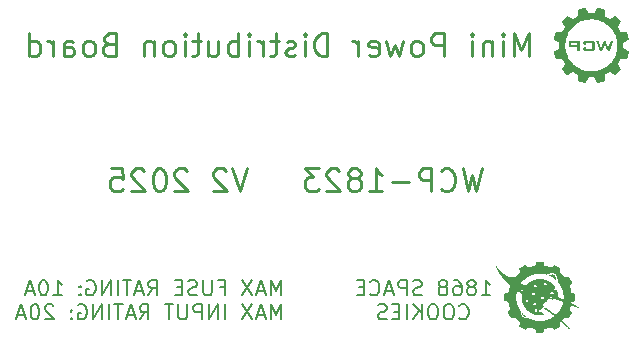
<source format=gbr>
%TF.GenerationSoftware,KiCad,Pcbnew,9.0.4-9.0.4-0~ubuntu24.04.1*%
%TF.CreationDate,2025-09-19T23:05:12-07:00*%
%TF.ProjectId,mini-pdb,6d696e69-2d70-4646-922e-6b696361645f,2*%
%TF.SameCoordinates,Original*%
%TF.FileFunction,Legend,Bot*%
%TF.FilePolarity,Positive*%
%FSLAX46Y46*%
G04 Gerber Fmt 4.6, Leading zero omitted, Abs format (unit mm)*
G04 Created by KiCad (PCBNEW 9.0.4-9.0.4-0~ubuntu24.04.1) date 2025-09-19 23:05:12*
%MOMM*%
%LPD*%
G01*
G04 APERTURE LIST*
%ADD10C,0.238125*%
%ADD11C,0.158750*%
%ADD12C,0.000000*%
G04 APERTURE END LIST*
D10*
X220087600Y-126246481D02*
X219634028Y-128151481D01*
X219634028Y-128151481D02*
X219271171Y-126790767D01*
X219271171Y-126790767D02*
X218908314Y-128151481D01*
X218908314Y-128151481D02*
X218454743Y-126246481D01*
X216640457Y-127970052D02*
X216731171Y-128060767D01*
X216731171Y-128060767D02*
X217003314Y-128151481D01*
X217003314Y-128151481D02*
X217184742Y-128151481D01*
X217184742Y-128151481D02*
X217456885Y-128060767D01*
X217456885Y-128060767D02*
X217638314Y-127879338D01*
X217638314Y-127879338D02*
X217729028Y-127697909D01*
X217729028Y-127697909D02*
X217819742Y-127335052D01*
X217819742Y-127335052D02*
X217819742Y-127062909D01*
X217819742Y-127062909D02*
X217729028Y-126700052D01*
X217729028Y-126700052D02*
X217638314Y-126518624D01*
X217638314Y-126518624D02*
X217456885Y-126337195D01*
X217456885Y-126337195D02*
X217184742Y-126246481D01*
X217184742Y-126246481D02*
X217003314Y-126246481D01*
X217003314Y-126246481D02*
X216731171Y-126337195D01*
X216731171Y-126337195D02*
X216640457Y-126427909D01*
X215824028Y-128151481D02*
X215824028Y-126246481D01*
X215824028Y-126246481D02*
X215098314Y-126246481D01*
X215098314Y-126246481D02*
X214916885Y-126337195D01*
X214916885Y-126337195D02*
X214826171Y-126427909D01*
X214826171Y-126427909D02*
X214735457Y-126609338D01*
X214735457Y-126609338D02*
X214735457Y-126881481D01*
X214735457Y-126881481D02*
X214826171Y-127062909D01*
X214826171Y-127062909D02*
X214916885Y-127153624D01*
X214916885Y-127153624D02*
X215098314Y-127244338D01*
X215098314Y-127244338D02*
X215824028Y-127244338D01*
X213919028Y-127425767D02*
X212467600Y-127425767D01*
X210562600Y-128151481D02*
X211651171Y-128151481D01*
X211106886Y-128151481D02*
X211106886Y-126246481D01*
X211106886Y-126246481D02*
X211288314Y-126518624D01*
X211288314Y-126518624D02*
X211469743Y-126700052D01*
X211469743Y-126700052D02*
X211651171Y-126790767D01*
X209474028Y-127062909D02*
X209655457Y-126972195D01*
X209655457Y-126972195D02*
X209746171Y-126881481D01*
X209746171Y-126881481D02*
X209836885Y-126700052D01*
X209836885Y-126700052D02*
X209836885Y-126609338D01*
X209836885Y-126609338D02*
X209746171Y-126427909D01*
X209746171Y-126427909D02*
X209655457Y-126337195D01*
X209655457Y-126337195D02*
X209474028Y-126246481D01*
X209474028Y-126246481D02*
X209111171Y-126246481D01*
X209111171Y-126246481D02*
X208929743Y-126337195D01*
X208929743Y-126337195D02*
X208839028Y-126427909D01*
X208839028Y-126427909D02*
X208748314Y-126609338D01*
X208748314Y-126609338D02*
X208748314Y-126700052D01*
X208748314Y-126700052D02*
X208839028Y-126881481D01*
X208839028Y-126881481D02*
X208929743Y-126972195D01*
X208929743Y-126972195D02*
X209111171Y-127062909D01*
X209111171Y-127062909D02*
X209474028Y-127062909D01*
X209474028Y-127062909D02*
X209655457Y-127153624D01*
X209655457Y-127153624D02*
X209746171Y-127244338D01*
X209746171Y-127244338D02*
X209836885Y-127425767D01*
X209836885Y-127425767D02*
X209836885Y-127788624D01*
X209836885Y-127788624D02*
X209746171Y-127970052D01*
X209746171Y-127970052D02*
X209655457Y-128060767D01*
X209655457Y-128060767D02*
X209474028Y-128151481D01*
X209474028Y-128151481D02*
X209111171Y-128151481D01*
X209111171Y-128151481D02*
X208929743Y-128060767D01*
X208929743Y-128060767D02*
X208839028Y-127970052D01*
X208839028Y-127970052D02*
X208748314Y-127788624D01*
X208748314Y-127788624D02*
X208748314Y-127425767D01*
X208748314Y-127425767D02*
X208839028Y-127244338D01*
X208839028Y-127244338D02*
X208929743Y-127153624D01*
X208929743Y-127153624D02*
X209111171Y-127062909D01*
X208022599Y-126427909D02*
X207931885Y-126337195D01*
X207931885Y-126337195D02*
X207750457Y-126246481D01*
X207750457Y-126246481D02*
X207296885Y-126246481D01*
X207296885Y-126246481D02*
X207115457Y-126337195D01*
X207115457Y-126337195D02*
X207024742Y-126427909D01*
X207024742Y-126427909D02*
X206934028Y-126609338D01*
X206934028Y-126609338D02*
X206934028Y-126790767D01*
X206934028Y-126790767D02*
X207024742Y-127062909D01*
X207024742Y-127062909D02*
X208113314Y-128151481D01*
X208113314Y-128151481D02*
X206934028Y-128151481D01*
X206299028Y-126246481D02*
X205119742Y-126246481D01*
X205119742Y-126246481D02*
X205754742Y-126972195D01*
X205754742Y-126972195D02*
X205482599Y-126972195D01*
X205482599Y-126972195D02*
X205301171Y-127062909D01*
X205301171Y-127062909D02*
X205210456Y-127153624D01*
X205210456Y-127153624D02*
X205119742Y-127335052D01*
X205119742Y-127335052D02*
X205119742Y-127788624D01*
X205119742Y-127788624D02*
X205210456Y-127970052D01*
X205210456Y-127970052D02*
X205301171Y-128060767D01*
X205301171Y-128060767D02*
X205482599Y-128151481D01*
X205482599Y-128151481D02*
X206026885Y-128151481D01*
X206026885Y-128151481D02*
X206208313Y-128060767D01*
X206208313Y-128060767D02*
X206299028Y-127970052D01*
X200221169Y-126246481D02*
X199586169Y-128151481D01*
X199586169Y-128151481D02*
X198951169Y-126246481D01*
X198406883Y-126427909D02*
X198316169Y-126337195D01*
X198316169Y-126337195D02*
X198134741Y-126246481D01*
X198134741Y-126246481D02*
X197681169Y-126246481D01*
X197681169Y-126246481D02*
X197499741Y-126337195D01*
X197499741Y-126337195D02*
X197409026Y-126427909D01*
X197409026Y-126427909D02*
X197318312Y-126609338D01*
X197318312Y-126609338D02*
X197318312Y-126790767D01*
X197318312Y-126790767D02*
X197409026Y-127062909D01*
X197409026Y-127062909D02*
X198497598Y-128151481D01*
X198497598Y-128151481D02*
X197318312Y-128151481D01*
X195141168Y-126427909D02*
X195050454Y-126337195D01*
X195050454Y-126337195D02*
X194869026Y-126246481D01*
X194869026Y-126246481D02*
X194415454Y-126246481D01*
X194415454Y-126246481D02*
X194234026Y-126337195D01*
X194234026Y-126337195D02*
X194143311Y-126427909D01*
X194143311Y-126427909D02*
X194052597Y-126609338D01*
X194052597Y-126609338D02*
X194052597Y-126790767D01*
X194052597Y-126790767D02*
X194143311Y-127062909D01*
X194143311Y-127062909D02*
X195231883Y-128151481D01*
X195231883Y-128151481D02*
X194052597Y-128151481D01*
X192873311Y-126246481D02*
X192691882Y-126246481D01*
X192691882Y-126246481D02*
X192510454Y-126337195D01*
X192510454Y-126337195D02*
X192419740Y-126427909D01*
X192419740Y-126427909D02*
X192329025Y-126609338D01*
X192329025Y-126609338D02*
X192238311Y-126972195D01*
X192238311Y-126972195D02*
X192238311Y-127425767D01*
X192238311Y-127425767D02*
X192329025Y-127788624D01*
X192329025Y-127788624D02*
X192419740Y-127970052D01*
X192419740Y-127970052D02*
X192510454Y-128060767D01*
X192510454Y-128060767D02*
X192691882Y-128151481D01*
X192691882Y-128151481D02*
X192873311Y-128151481D01*
X192873311Y-128151481D02*
X193054740Y-128060767D01*
X193054740Y-128060767D02*
X193145454Y-127970052D01*
X193145454Y-127970052D02*
X193236168Y-127788624D01*
X193236168Y-127788624D02*
X193326882Y-127425767D01*
X193326882Y-127425767D02*
X193326882Y-126972195D01*
X193326882Y-126972195D02*
X193236168Y-126609338D01*
X193236168Y-126609338D02*
X193145454Y-126427909D01*
X193145454Y-126427909D02*
X193054740Y-126337195D01*
X193054740Y-126337195D02*
X192873311Y-126246481D01*
X191512596Y-126427909D02*
X191421882Y-126337195D01*
X191421882Y-126337195D02*
X191240454Y-126246481D01*
X191240454Y-126246481D02*
X190786882Y-126246481D01*
X190786882Y-126246481D02*
X190605454Y-126337195D01*
X190605454Y-126337195D02*
X190514739Y-126427909D01*
X190514739Y-126427909D02*
X190424025Y-126609338D01*
X190424025Y-126609338D02*
X190424025Y-126790767D01*
X190424025Y-126790767D02*
X190514739Y-127062909D01*
X190514739Y-127062909D02*
X191603311Y-128151481D01*
X191603311Y-128151481D02*
X190424025Y-128151481D01*
X188700453Y-126246481D02*
X189607596Y-126246481D01*
X189607596Y-126246481D02*
X189698310Y-127153624D01*
X189698310Y-127153624D02*
X189607596Y-127062909D01*
X189607596Y-127062909D02*
X189426168Y-126972195D01*
X189426168Y-126972195D02*
X188972596Y-126972195D01*
X188972596Y-126972195D02*
X188791168Y-127062909D01*
X188791168Y-127062909D02*
X188700453Y-127153624D01*
X188700453Y-127153624D02*
X188609739Y-127335052D01*
X188609739Y-127335052D02*
X188609739Y-127788624D01*
X188609739Y-127788624D02*
X188700453Y-127970052D01*
X188700453Y-127970052D02*
X188791168Y-128060767D01*
X188791168Y-128060767D02*
X188972596Y-128151481D01*
X188972596Y-128151481D02*
X189426168Y-128151481D01*
X189426168Y-128151481D02*
X189607596Y-128060767D01*
X189607596Y-128060767D02*
X189698310Y-127970052D01*
D11*
X203047179Y-136983692D02*
X203047179Y-135713692D01*
X203047179Y-135713692D02*
X202623845Y-136620835D01*
X202623845Y-136620835D02*
X202200512Y-135713692D01*
X202200512Y-135713692D02*
X202200512Y-136983692D01*
X201656226Y-136620835D02*
X201051464Y-136620835D01*
X201777178Y-136983692D02*
X201353845Y-135713692D01*
X201353845Y-135713692D02*
X200930511Y-136983692D01*
X200628131Y-135713692D02*
X199781464Y-136983692D01*
X199781464Y-135713692D02*
X200628131Y-136983692D01*
X197906702Y-136318454D02*
X198330036Y-136318454D01*
X198330036Y-136983692D02*
X198330036Y-135713692D01*
X198330036Y-135713692D02*
X197725274Y-135713692D01*
X197241465Y-135713692D02*
X197241465Y-136741787D01*
X197241465Y-136741787D02*
X197180988Y-136862739D01*
X197180988Y-136862739D02*
X197120512Y-136923216D01*
X197120512Y-136923216D02*
X196999560Y-136983692D01*
X196999560Y-136983692D02*
X196757655Y-136983692D01*
X196757655Y-136983692D02*
X196636703Y-136923216D01*
X196636703Y-136923216D02*
X196576226Y-136862739D01*
X196576226Y-136862739D02*
X196515750Y-136741787D01*
X196515750Y-136741787D02*
X196515750Y-135713692D01*
X195971465Y-136923216D02*
X195790036Y-136983692D01*
X195790036Y-136983692D02*
X195487655Y-136983692D01*
X195487655Y-136983692D02*
X195366703Y-136923216D01*
X195366703Y-136923216D02*
X195306227Y-136862739D01*
X195306227Y-136862739D02*
X195245750Y-136741787D01*
X195245750Y-136741787D02*
X195245750Y-136620835D01*
X195245750Y-136620835D02*
X195306227Y-136499882D01*
X195306227Y-136499882D02*
X195366703Y-136439406D01*
X195366703Y-136439406D02*
X195487655Y-136378930D01*
X195487655Y-136378930D02*
X195729560Y-136318454D01*
X195729560Y-136318454D02*
X195850512Y-136257977D01*
X195850512Y-136257977D02*
X195910989Y-136197501D01*
X195910989Y-136197501D02*
X195971465Y-136076549D01*
X195971465Y-136076549D02*
X195971465Y-135955596D01*
X195971465Y-135955596D02*
X195910989Y-135834644D01*
X195910989Y-135834644D02*
X195850512Y-135774168D01*
X195850512Y-135774168D02*
X195729560Y-135713692D01*
X195729560Y-135713692D02*
X195427179Y-135713692D01*
X195427179Y-135713692D02*
X195245750Y-135774168D01*
X194701465Y-136318454D02*
X194278131Y-136318454D01*
X194096703Y-136983692D02*
X194701465Y-136983692D01*
X194701465Y-136983692D02*
X194701465Y-135713692D01*
X194701465Y-135713692D02*
X194096703Y-135713692D01*
X191859083Y-136983692D02*
X192282417Y-136378930D01*
X192584798Y-136983692D02*
X192584798Y-135713692D01*
X192584798Y-135713692D02*
X192100988Y-135713692D01*
X192100988Y-135713692D02*
X191980036Y-135774168D01*
X191980036Y-135774168D02*
X191919559Y-135834644D01*
X191919559Y-135834644D02*
X191859083Y-135955596D01*
X191859083Y-135955596D02*
X191859083Y-136137025D01*
X191859083Y-136137025D02*
X191919559Y-136257977D01*
X191919559Y-136257977D02*
X191980036Y-136318454D01*
X191980036Y-136318454D02*
X192100988Y-136378930D01*
X192100988Y-136378930D02*
X192584798Y-136378930D01*
X191375274Y-136620835D02*
X190770512Y-136620835D01*
X191496226Y-136983692D02*
X191072893Y-135713692D01*
X191072893Y-135713692D02*
X190649559Y-136983692D01*
X190407655Y-135713692D02*
X189681941Y-135713692D01*
X190044798Y-136983692D02*
X190044798Y-135713692D01*
X189258608Y-136983692D02*
X189258608Y-135713692D01*
X188653846Y-136983692D02*
X188653846Y-135713692D01*
X188653846Y-135713692D02*
X187928131Y-136983692D01*
X187928131Y-136983692D02*
X187928131Y-135713692D01*
X186658131Y-135774168D02*
X186779084Y-135713692D01*
X186779084Y-135713692D02*
X186960512Y-135713692D01*
X186960512Y-135713692D02*
X187141941Y-135774168D01*
X187141941Y-135774168D02*
X187262893Y-135895120D01*
X187262893Y-135895120D02*
X187323370Y-136016073D01*
X187323370Y-136016073D02*
X187383846Y-136257977D01*
X187383846Y-136257977D02*
X187383846Y-136439406D01*
X187383846Y-136439406D02*
X187323370Y-136681311D01*
X187323370Y-136681311D02*
X187262893Y-136802263D01*
X187262893Y-136802263D02*
X187141941Y-136923216D01*
X187141941Y-136923216D02*
X186960512Y-136983692D01*
X186960512Y-136983692D02*
X186839560Y-136983692D01*
X186839560Y-136983692D02*
X186658131Y-136923216D01*
X186658131Y-136923216D02*
X186597655Y-136862739D01*
X186597655Y-136862739D02*
X186597655Y-136439406D01*
X186597655Y-136439406D02*
X186839560Y-136439406D01*
X186053370Y-136862739D02*
X185992893Y-136923216D01*
X185992893Y-136923216D02*
X186053370Y-136983692D01*
X186053370Y-136983692D02*
X186113846Y-136923216D01*
X186113846Y-136923216D02*
X186053370Y-136862739D01*
X186053370Y-136862739D02*
X186053370Y-136983692D01*
X186053370Y-136197501D02*
X185992893Y-136257977D01*
X185992893Y-136257977D02*
X186053370Y-136318454D01*
X186053370Y-136318454D02*
X186113846Y-136257977D01*
X186113846Y-136257977D02*
X186053370Y-136197501D01*
X186053370Y-136197501D02*
X186053370Y-136318454D01*
X183815750Y-136983692D02*
X184541465Y-136983692D01*
X184178608Y-136983692D02*
X184178608Y-135713692D01*
X184178608Y-135713692D02*
X184299560Y-135895120D01*
X184299560Y-135895120D02*
X184420512Y-136016073D01*
X184420512Y-136016073D02*
X184541465Y-136076549D01*
X183029560Y-135713692D02*
X182908607Y-135713692D01*
X182908607Y-135713692D02*
X182787655Y-135774168D01*
X182787655Y-135774168D02*
X182727179Y-135834644D01*
X182727179Y-135834644D02*
X182666703Y-135955596D01*
X182666703Y-135955596D02*
X182606226Y-136197501D01*
X182606226Y-136197501D02*
X182606226Y-136499882D01*
X182606226Y-136499882D02*
X182666703Y-136741787D01*
X182666703Y-136741787D02*
X182727179Y-136862739D01*
X182727179Y-136862739D02*
X182787655Y-136923216D01*
X182787655Y-136923216D02*
X182908607Y-136983692D01*
X182908607Y-136983692D02*
X183029560Y-136983692D01*
X183029560Y-136983692D02*
X183150512Y-136923216D01*
X183150512Y-136923216D02*
X183210988Y-136862739D01*
X183210988Y-136862739D02*
X183271465Y-136741787D01*
X183271465Y-136741787D02*
X183331941Y-136499882D01*
X183331941Y-136499882D02*
X183331941Y-136197501D01*
X183331941Y-136197501D02*
X183271465Y-135955596D01*
X183271465Y-135955596D02*
X183210988Y-135834644D01*
X183210988Y-135834644D02*
X183150512Y-135774168D01*
X183150512Y-135774168D02*
X183029560Y-135713692D01*
X182122417Y-136620835D02*
X181517655Y-136620835D01*
X182243369Y-136983692D02*
X181820036Y-135713692D01*
X181820036Y-135713692D02*
X181396702Y-136983692D01*
X203047179Y-139028321D02*
X203047179Y-137758321D01*
X203047179Y-137758321D02*
X202623845Y-138665464D01*
X202623845Y-138665464D02*
X202200512Y-137758321D01*
X202200512Y-137758321D02*
X202200512Y-139028321D01*
X201656226Y-138665464D02*
X201051464Y-138665464D01*
X201777178Y-139028321D02*
X201353845Y-137758321D01*
X201353845Y-137758321D02*
X200930511Y-139028321D01*
X200628131Y-137758321D02*
X199781464Y-139028321D01*
X199781464Y-137758321D02*
X200628131Y-139028321D01*
X198330036Y-139028321D02*
X198330036Y-137758321D01*
X197725274Y-139028321D02*
X197725274Y-137758321D01*
X197725274Y-137758321D02*
X196999559Y-139028321D01*
X196999559Y-139028321D02*
X196999559Y-137758321D01*
X196394798Y-139028321D02*
X196394798Y-137758321D01*
X196394798Y-137758321D02*
X195910988Y-137758321D01*
X195910988Y-137758321D02*
X195790036Y-137818797D01*
X195790036Y-137818797D02*
X195729559Y-137879273D01*
X195729559Y-137879273D02*
X195669083Y-138000225D01*
X195669083Y-138000225D02*
X195669083Y-138181654D01*
X195669083Y-138181654D02*
X195729559Y-138302606D01*
X195729559Y-138302606D02*
X195790036Y-138363083D01*
X195790036Y-138363083D02*
X195910988Y-138423559D01*
X195910988Y-138423559D02*
X196394798Y-138423559D01*
X195124798Y-137758321D02*
X195124798Y-138786416D01*
X195124798Y-138786416D02*
X195064321Y-138907368D01*
X195064321Y-138907368D02*
X195003845Y-138967845D01*
X195003845Y-138967845D02*
X194882893Y-139028321D01*
X194882893Y-139028321D02*
X194640988Y-139028321D01*
X194640988Y-139028321D02*
X194520036Y-138967845D01*
X194520036Y-138967845D02*
X194459559Y-138907368D01*
X194459559Y-138907368D02*
X194399083Y-138786416D01*
X194399083Y-138786416D02*
X194399083Y-137758321D01*
X193975750Y-137758321D02*
X193250036Y-137758321D01*
X193612893Y-139028321D02*
X193612893Y-137758321D01*
X191133369Y-139028321D02*
X191556703Y-138423559D01*
X191859084Y-139028321D02*
X191859084Y-137758321D01*
X191859084Y-137758321D02*
X191375274Y-137758321D01*
X191375274Y-137758321D02*
X191254322Y-137818797D01*
X191254322Y-137818797D02*
X191193845Y-137879273D01*
X191193845Y-137879273D02*
X191133369Y-138000225D01*
X191133369Y-138000225D02*
X191133369Y-138181654D01*
X191133369Y-138181654D02*
X191193845Y-138302606D01*
X191193845Y-138302606D02*
X191254322Y-138363083D01*
X191254322Y-138363083D02*
X191375274Y-138423559D01*
X191375274Y-138423559D02*
X191859084Y-138423559D01*
X190649560Y-138665464D02*
X190044798Y-138665464D01*
X190770512Y-139028321D02*
X190347179Y-137758321D01*
X190347179Y-137758321D02*
X189923845Y-139028321D01*
X189681941Y-137758321D02*
X188956227Y-137758321D01*
X189319084Y-139028321D02*
X189319084Y-137758321D01*
X188532894Y-139028321D02*
X188532894Y-137758321D01*
X187928132Y-139028321D02*
X187928132Y-137758321D01*
X187928132Y-137758321D02*
X187202417Y-139028321D01*
X187202417Y-139028321D02*
X187202417Y-137758321D01*
X185932417Y-137818797D02*
X186053370Y-137758321D01*
X186053370Y-137758321D02*
X186234798Y-137758321D01*
X186234798Y-137758321D02*
X186416227Y-137818797D01*
X186416227Y-137818797D02*
X186537179Y-137939749D01*
X186537179Y-137939749D02*
X186597656Y-138060702D01*
X186597656Y-138060702D02*
X186658132Y-138302606D01*
X186658132Y-138302606D02*
X186658132Y-138484035D01*
X186658132Y-138484035D02*
X186597656Y-138725940D01*
X186597656Y-138725940D02*
X186537179Y-138846892D01*
X186537179Y-138846892D02*
X186416227Y-138967845D01*
X186416227Y-138967845D02*
X186234798Y-139028321D01*
X186234798Y-139028321D02*
X186113846Y-139028321D01*
X186113846Y-139028321D02*
X185932417Y-138967845D01*
X185932417Y-138967845D02*
X185871941Y-138907368D01*
X185871941Y-138907368D02*
X185871941Y-138484035D01*
X185871941Y-138484035D02*
X186113846Y-138484035D01*
X185327656Y-138907368D02*
X185267179Y-138967845D01*
X185267179Y-138967845D02*
X185327656Y-139028321D01*
X185327656Y-139028321D02*
X185388132Y-138967845D01*
X185388132Y-138967845D02*
X185327656Y-138907368D01*
X185327656Y-138907368D02*
X185327656Y-139028321D01*
X185327656Y-138242130D02*
X185267179Y-138302606D01*
X185267179Y-138302606D02*
X185327656Y-138363083D01*
X185327656Y-138363083D02*
X185388132Y-138302606D01*
X185388132Y-138302606D02*
X185327656Y-138242130D01*
X185327656Y-138242130D02*
X185327656Y-138363083D01*
X183815751Y-137879273D02*
X183755275Y-137818797D01*
X183755275Y-137818797D02*
X183634322Y-137758321D01*
X183634322Y-137758321D02*
X183331941Y-137758321D01*
X183331941Y-137758321D02*
X183210989Y-137818797D01*
X183210989Y-137818797D02*
X183150513Y-137879273D01*
X183150513Y-137879273D02*
X183090036Y-138000225D01*
X183090036Y-138000225D02*
X183090036Y-138121178D01*
X183090036Y-138121178D02*
X183150513Y-138302606D01*
X183150513Y-138302606D02*
X183876227Y-139028321D01*
X183876227Y-139028321D02*
X183090036Y-139028321D01*
X182303846Y-137758321D02*
X182182893Y-137758321D01*
X182182893Y-137758321D02*
X182061941Y-137818797D01*
X182061941Y-137818797D02*
X182001465Y-137879273D01*
X182001465Y-137879273D02*
X181940989Y-138000225D01*
X181940989Y-138000225D02*
X181880512Y-138242130D01*
X181880512Y-138242130D02*
X181880512Y-138544511D01*
X181880512Y-138544511D02*
X181940989Y-138786416D01*
X181940989Y-138786416D02*
X182001465Y-138907368D01*
X182001465Y-138907368D02*
X182061941Y-138967845D01*
X182061941Y-138967845D02*
X182182893Y-139028321D01*
X182182893Y-139028321D02*
X182303846Y-139028321D01*
X182303846Y-139028321D02*
X182424798Y-138967845D01*
X182424798Y-138967845D02*
X182485274Y-138907368D01*
X182485274Y-138907368D02*
X182545751Y-138786416D01*
X182545751Y-138786416D02*
X182606227Y-138544511D01*
X182606227Y-138544511D02*
X182606227Y-138242130D01*
X182606227Y-138242130D02*
X182545751Y-138000225D01*
X182545751Y-138000225D02*
X182485274Y-137879273D01*
X182485274Y-137879273D02*
X182424798Y-137818797D01*
X182424798Y-137818797D02*
X182303846Y-137758321D01*
X181396703Y-138665464D02*
X180791941Y-138665464D01*
X181517655Y-139028321D02*
X181094322Y-137758321D01*
X181094322Y-137758321D02*
X180670988Y-139028321D01*
X220066809Y-136983692D02*
X220792524Y-136983692D01*
X220429667Y-136983692D02*
X220429667Y-135713692D01*
X220429667Y-135713692D02*
X220550619Y-135895120D01*
X220550619Y-135895120D02*
X220671571Y-136016073D01*
X220671571Y-136016073D02*
X220792524Y-136076549D01*
X219341095Y-136257977D02*
X219462047Y-136197501D01*
X219462047Y-136197501D02*
X219522524Y-136137025D01*
X219522524Y-136137025D02*
X219583000Y-136016073D01*
X219583000Y-136016073D02*
X219583000Y-135955596D01*
X219583000Y-135955596D02*
X219522524Y-135834644D01*
X219522524Y-135834644D02*
X219462047Y-135774168D01*
X219462047Y-135774168D02*
X219341095Y-135713692D01*
X219341095Y-135713692D02*
X219099190Y-135713692D01*
X219099190Y-135713692D02*
X218978238Y-135774168D01*
X218978238Y-135774168D02*
X218917762Y-135834644D01*
X218917762Y-135834644D02*
X218857285Y-135955596D01*
X218857285Y-135955596D02*
X218857285Y-136016073D01*
X218857285Y-136016073D02*
X218917762Y-136137025D01*
X218917762Y-136137025D02*
X218978238Y-136197501D01*
X218978238Y-136197501D02*
X219099190Y-136257977D01*
X219099190Y-136257977D02*
X219341095Y-136257977D01*
X219341095Y-136257977D02*
X219462047Y-136318454D01*
X219462047Y-136318454D02*
X219522524Y-136378930D01*
X219522524Y-136378930D02*
X219583000Y-136499882D01*
X219583000Y-136499882D02*
X219583000Y-136741787D01*
X219583000Y-136741787D02*
X219522524Y-136862739D01*
X219522524Y-136862739D02*
X219462047Y-136923216D01*
X219462047Y-136923216D02*
X219341095Y-136983692D01*
X219341095Y-136983692D02*
X219099190Y-136983692D01*
X219099190Y-136983692D02*
X218978238Y-136923216D01*
X218978238Y-136923216D02*
X218917762Y-136862739D01*
X218917762Y-136862739D02*
X218857285Y-136741787D01*
X218857285Y-136741787D02*
X218857285Y-136499882D01*
X218857285Y-136499882D02*
X218917762Y-136378930D01*
X218917762Y-136378930D02*
X218978238Y-136318454D01*
X218978238Y-136318454D02*
X219099190Y-136257977D01*
X217768714Y-135713692D02*
X218010619Y-135713692D01*
X218010619Y-135713692D02*
X218131571Y-135774168D01*
X218131571Y-135774168D02*
X218192047Y-135834644D01*
X218192047Y-135834644D02*
X218313000Y-136016073D01*
X218313000Y-136016073D02*
X218373476Y-136257977D01*
X218373476Y-136257977D02*
X218373476Y-136741787D01*
X218373476Y-136741787D02*
X218313000Y-136862739D01*
X218313000Y-136862739D02*
X218252523Y-136923216D01*
X218252523Y-136923216D02*
X218131571Y-136983692D01*
X218131571Y-136983692D02*
X217889666Y-136983692D01*
X217889666Y-136983692D02*
X217768714Y-136923216D01*
X217768714Y-136923216D02*
X217708238Y-136862739D01*
X217708238Y-136862739D02*
X217647761Y-136741787D01*
X217647761Y-136741787D02*
X217647761Y-136439406D01*
X217647761Y-136439406D02*
X217708238Y-136318454D01*
X217708238Y-136318454D02*
X217768714Y-136257977D01*
X217768714Y-136257977D02*
X217889666Y-136197501D01*
X217889666Y-136197501D02*
X218131571Y-136197501D01*
X218131571Y-136197501D02*
X218252523Y-136257977D01*
X218252523Y-136257977D02*
X218313000Y-136318454D01*
X218313000Y-136318454D02*
X218373476Y-136439406D01*
X216922047Y-136257977D02*
X217042999Y-136197501D01*
X217042999Y-136197501D02*
X217103476Y-136137025D01*
X217103476Y-136137025D02*
X217163952Y-136016073D01*
X217163952Y-136016073D02*
X217163952Y-135955596D01*
X217163952Y-135955596D02*
X217103476Y-135834644D01*
X217103476Y-135834644D02*
X217042999Y-135774168D01*
X217042999Y-135774168D02*
X216922047Y-135713692D01*
X216922047Y-135713692D02*
X216680142Y-135713692D01*
X216680142Y-135713692D02*
X216559190Y-135774168D01*
X216559190Y-135774168D02*
X216498714Y-135834644D01*
X216498714Y-135834644D02*
X216438237Y-135955596D01*
X216438237Y-135955596D02*
X216438237Y-136016073D01*
X216438237Y-136016073D02*
X216498714Y-136137025D01*
X216498714Y-136137025D02*
X216559190Y-136197501D01*
X216559190Y-136197501D02*
X216680142Y-136257977D01*
X216680142Y-136257977D02*
X216922047Y-136257977D01*
X216922047Y-136257977D02*
X217042999Y-136318454D01*
X217042999Y-136318454D02*
X217103476Y-136378930D01*
X217103476Y-136378930D02*
X217163952Y-136499882D01*
X217163952Y-136499882D02*
X217163952Y-136741787D01*
X217163952Y-136741787D02*
X217103476Y-136862739D01*
X217103476Y-136862739D02*
X217042999Y-136923216D01*
X217042999Y-136923216D02*
X216922047Y-136983692D01*
X216922047Y-136983692D02*
X216680142Y-136983692D01*
X216680142Y-136983692D02*
X216559190Y-136923216D01*
X216559190Y-136923216D02*
X216498714Y-136862739D01*
X216498714Y-136862739D02*
X216438237Y-136741787D01*
X216438237Y-136741787D02*
X216438237Y-136499882D01*
X216438237Y-136499882D02*
X216498714Y-136378930D01*
X216498714Y-136378930D02*
X216559190Y-136318454D01*
X216559190Y-136318454D02*
X216680142Y-136257977D01*
X214986809Y-136923216D02*
X214805380Y-136983692D01*
X214805380Y-136983692D02*
X214502999Y-136983692D01*
X214502999Y-136983692D02*
X214382047Y-136923216D01*
X214382047Y-136923216D02*
X214321571Y-136862739D01*
X214321571Y-136862739D02*
X214261094Y-136741787D01*
X214261094Y-136741787D02*
X214261094Y-136620835D01*
X214261094Y-136620835D02*
X214321571Y-136499882D01*
X214321571Y-136499882D02*
X214382047Y-136439406D01*
X214382047Y-136439406D02*
X214502999Y-136378930D01*
X214502999Y-136378930D02*
X214744904Y-136318454D01*
X214744904Y-136318454D02*
X214865856Y-136257977D01*
X214865856Y-136257977D02*
X214926333Y-136197501D01*
X214926333Y-136197501D02*
X214986809Y-136076549D01*
X214986809Y-136076549D02*
X214986809Y-135955596D01*
X214986809Y-135955596D02*
X214926333Y-135834644D01*
X214926333Y-135834644D02*
X214865856Y-135774168D01*
X214865856Y-135774168D02*
X214744904Y-135713692D01*
X214744904Y-135713692D02*
X214442523Y-135713692D01*
X214442523Y-135713692D02*
X214261094Y-135774168D01*
X213716809Y-136983692D02*
X213716809Y-135713692D01*
X213716809Y-135713692D02*
X213232999Y-135713692D01*
X213232999Y-135713692D02*
X213112047Y-135774168D01*
X213112047Y-135774168D02*
X213051570Y-135834644D01*
X213051570Y-135834644D02*
X212991094Y-135955596D01*
X212991094Y-135955596D02*
X212991094Y-136137025D01*
X212991094Y-136137025D02*
X213051570Y-136257977D01*
X213051570Y-136257977D02*
X213112047Y-136318454D01*
X213112047Y-136318454D02*
X213232999Y-136378930D01*
X213232999Y-136378930D02*
X213716809Y-136378930D01*
X212507285Y-136620835D02*
X211902523Y-136620835D01*
X212628237Y-136983692D02*
X212204904Y-135713692D01*
X212204904Y-135713692D02*
X211781570Y-136983692D01*
X210632523Y-136862739D02*
X210692999Y-136923216D01*
X210692999Y-136923216D02*
X210874428Y-136983692D01*
X210874428Y-136983692D02*
X210995380Y-136983692D01*
X210995380Y-136983692D02*
X211176809Y-136923216D01*
X211176809Y-136923216D02*
X211297761Y-136802263D01*
X211297761Y-136802263D02*
X211358238Y-136681311D01*
X211358238Y-136681311D02*
X211418714Y-136439406D01*
X211418714Y-136439406D02*
X211418714Y-136257977D01*
X211418714Y-136257977D02*
X211358238Y-136016073D01*
X211358238Y-136016073D02*
X211297761Y-135895120D01*
X211297761Y-135895120D02*
X211176809Y-135774168D01*
X211176809Y-135774168D02*
X210995380Y-135713692D01*
X210995380Y-135713692D02*
X210874428Y-135713692D01*
X210874428Y-135713692D02*
X210692999Y-135774168D01*
X210692999Y-135774168D02*
X210632523Y-135834644D01*
X210088238Y-136318454D02*
X209664904Y-136318454D01*
X209483476Y-136983692D02*
X210088238Y-136983692D01*
X210088238Y-136983692D02*
X210088238Y-135713692D01*
X210088238Y-135713692D02*
X209483476Y-135713692D01*
X218192047Y-138907368D02*
X218252523Y-138967845D01*
X218252523Y-138967845D02*
X218433952Y-139028321D01*
X218433952Y-139028321D02*
X218554904Y-139028321D01*
X218554904Y-139028321D02*
X218736333Y-138967845D01*
X218736333Y-138967845D02*
X218857285Y-138846892D01*
X218857285Y-138846892D02*
X218917762Y-138725940D01*
X218917762Y-138725940D02*
X218978238Y-138484035D01*
X218978238Y-138484035D02*
X218978238Y-138302606D01*
X218978238Y-138302606D02*
X218917762Y-138060702D01*
X218917762Y-138060702D02*
X218857285Y-137939749D01*
X218857285Y-137939749D02*
X218736333Y-137818797D01*
X218736333Y-137818797D02*
X218554904Y-137758321D01*
X218554904Y-137758321D02*
X218433952Y-137758321D01*
X218433952Y-137758321D02*
X218252523Y-137818797D01*
X218252523Y-137818797D02*
X218192047Y-137879273D01*
X217405857Y-137758321D02*
X217163952Y-137758321D01*
X217163952Y-137758321D02*
X217043000Y-137818797D01*
X217043000Y-137818797D02*
X216922047Y-137939749D01*
X216922047Y-137939749D02*
X216861571Y-138181654D01*
X216861571Y-138181654D02*
X216861571Y-138604987D01*
X216861571Y-138604987D02*
X216922047Y-138846892D01*
X216922047Y-138846892D02*
X217043000Y-138967845D01*
X217043000Y-138967845D02*
X217163952Y-139028321D01*
X217163952Y-139028321D02*
X217405857Y-139028321D01*
X217405857Y-139028321D02*
X217526809Y-138967845D01*
X217526809Y-138967845D02*
X217647762Y-138846892D01*
X217647762Y-138846892D02*
X217708238Y-138604987D01*
X217708238Y-138604987D02*
X217708238Y-138181654D01*
X217708238Y-138181654D02*
X217647762Y-137939749D01*
X217647762Y-137939749D02*
X217526809Y-137818797D01*
X217526809Y-137818797D02*
X217405857Y-137758321D01*
X216075381Y-137758321D02*
X215833476Y-137758321D01*
X215833476Y-137758321D02*
X215712524Y-137818797D01*
X215712524Y-137818797D02*
X215591571Y-137939749D01*
X215591571Y-137939749D02*
X215531095Y-138181654D01*
X215531095Y-138181654D02*
X215531095Y-138604987D01*
X215531095Y-138604987D02*
X215591571Y-138846892D01*
X215591571Y-138846892D02*
X215712524Y-138967845D01*
X215712524Y-138967845D02*
X215833476Y-139028321D01*
X215833476Y-139028321D02*
X216075381Y-139028321D01*
X216075381Y-139028321D02*
X216196333Y-138967845D01*
X216196333Y-138967845D02*
X216317286Y-138846892D01*
X216317286Y-138846892D02*
X216377762Y-138604987D01*
X216377762Y-138604987D02*
X216377762Y-138181654D01*
X216377762Y-138181654D02*
X216317286Y-137939749D01*
X216317286Y-137939749D02*
X216196333Y-137818797D01*
X216196333Y-137818797D02*
X216075381Y-137758321D01*
X214986810Y-139028321D02*
X214986810Y-137758321D01*
X214261095Y-139028321D02*
X214805381Y-138302606D01*
X214261095Y-137758321D02*
X214986810Y-138484035D01*
X213716810Y-139028321D02*
X213716810Y-137758321D01*
X213112048Y-138363083D02*
X212688714Y-138363083D01*
X212507286Y-139028321D02*
X213112048Y-139028321D01*
X213112048Y-139028321D02*
X213112048Y-137758321D01*
X213112048Y-137758321D02*
X212507286Y-137758321D01*
X212023476Y-138967845D02*
X211842047Y-139028321D01*
X211842047Y-139028321D02*
X211539666Y-139028321D01*
X211539666Y-139028321D02*
X211418714Y-138967845D01*
X211418714Y-138967845D02*
X211358238Y-138907368D01*
X211358238Y-138907368D02*
X211297761Y-138786416D01*
X211297761Y-138786416D02*
X211297761Y-138665464D01*
X211297761Y-138665464D02*
X211358238Y-138544511D01*
X211358238Y-138544511D02*
X211418714Y-138484035D01*
X211418714Y-138484035D02*
X211539666Y-138423559D01*
X211539666Y-138423559D02*
X211781571Y-138363083D01*
X211781571Y-138363083D02*
X211902523Y-138302606D01*
X211902523Y-138302606D02*
X211963000Y-138242130D01*
X211963000Y-138242130D02*
X212023476Y-138121178D01*
X212023476Y-138121178D02*
X212023476Y-138000225D01*
X212023476Y-138000225D02*
X211963000Y-137879273D01*
X211963000Y-137879273D02*
X211902523Y-137818797D01*
X211902523Y-137818797D02*
X211781571Y-137758321D01*
X211781571Y-137758321D02*
X211479190Y-137758321D01*
X211479190Y-137758321D02*
X211297761Y-137818797D01*
D10*
X224052767Y-116721481D02*
X224052767Y-114816481D01*
X224052767Y-114816481D02*
X223417767Y-116177195D01*
X223417767Y-116177195D02*
X222782767Y-114816481D01*
X222782767Y-114816481D02*
X222782767Y-116721481D01*
X221875624Y-116721481D02*
X221875624Y-115451481D01*
X221875624Y-114816481D02*
X221966338Y-114907195D01*
X221966338Y-114907195D02*
X221875624Y-114997909D01*
X221875624Y-114997909D02*
X221784910Y-114907195D01*
X221784910Y-114907195D02*
X221875624Y-114816481D01*
X221875624Y-114816481D02*
X221875624Y-114997909D01*
X220968481Y-115451481D02*
X220968481Y-116721481D01*
X220968481Y-115632909D02*
X220877767Y-115542195D01*
X220877767Y-115542195D02*
X220696338Y-115451481D01*
X220696338Y-115451481D02*
X220424195Y-115451481D01*
X220424195Y-115451481D02*
X220242767Y-115542195D01*
X220242767Y-115542195D02*
X220152053Y-115723624D01*
X220152053Y-115723624D02*
X220152053Y-116721481D01*
X219244910Y-116721481D02*
X219244910Y-115451481D01*
X219244910Y-114816481D02*
X219335624Y-114907195D01*
X219335624Y-114907195D02*
X219244910Y-114997909D01*
X219244910Y-114997909D02*
X219154196Y-114907195D01*
X219154196Y-114907195D02*
X219244910Y-114816481D01*
X219244910Y-114816481D02*
X219244910Y-114997909D01*
X216886338Y-116721481D02*
X216886338Y-114816481D01*
X216886338Y-114816481D02*
X216160624Y-114816481D01*
X216160624Y-114816481D02*
X215979195Y-114907195D01*
X215979195Y-114907195D02*
X215888481Y-114997909D01*
X215888481Y-114997909D02*
X215797767Y-115179338D01*
X215797767Y-115179338D02*
X215797767Y-115451481D01*
X215797767Y-115451481D02*
X215888481Y-115632909D01*
X215888481Y-115632909D02*
X215979195Y-115723624D01*
X215979195Y-115723624D02*
X216160624Y-115814338D01*
X216160624Y-115814338D02*
X216886338Y-115814338D01*
X214709195Y-116721481D02*
X214890624Y-116630767D01*
X214890624Y-116630767D02*
X214981338Y-116540052D01*
X214981338Y-116540052D02*
X215072052Y-116358624D01*
X215072052Y-116358624D02*
X215072052Y-115814338D01*
X215072052Y-115814338D02*
X214981338Y-115632909D01*
X214981338Y-115632909D02*
X214890624Y-115542195D01*
X214890624Y-115542195D02*
X214709195Y-115451481D01*
X214709195Y-115451481D02*
X214437052Y-115451481D01*
X214437052Y-115451481D02*
X214255624Y-115542195D01*
X214255624Y-115542195D02*
X214164910Y-115632909D01*
X214164910Y-115632909D02*
X214074195Y-115814338D01*
X214074195Y-115814338D02*
X214074195Y-116358624D01*
X214074195Y-116358624D02*
X214164910Y-116540052D01*
X214164910Y-116540052D02*
X214255624Y-116630767D01*
X214255624Y-116630767D02*
X214437052Y-116721481D01*
X214437052Y-116721481D02*
X214709195Y-116721481D01*
X213439196Y-115451481D02*
X213076339Y-116721481D01*
X213076339Y-116721481D02*
X212713481Y-115814338D01*
X212713481Y-115814338D02*
X212350624Y-116721481D01*
X212350624Y-116721481D02*
X211987767Y-115451481D01*
X210536339Y-116630767D02*
X210717767Y-116721481D01*
X210717767Y-116721481D02*
X211080625Y-116721481D01*
X211080625Y-116721481D02*
X211262053Y-116630767D01*
X211262053Y-116630767D02*
X211352767Y-116449338D01*
X211352767Y-116449338D02*
X211352767Y-115723624D01*
X211352767Y-115723624D02*
X211262053Y-115542195D01*
X211262053Y-115542195D02*
X211080625Y-115451481D01*
X211080625Y-115451481D02*
X210717767Y-115451481D01*
X210717767Y-115451481D02*
X210536339Y-115542195D01*
X210536339Y-115542195D02*
X210445625Y-115723624D01*
X210445625Y-115723624D02*
X210445625Y-115905052D01*
X210445625Y-115905052D02*
X211352767Y-116086481D01*
X209629196Y-116721481D02*
X209629196Y-115451481D01*
X209629196Y-115814338D02*
X209538482Y-115632909D01*
X209538482Y-115632909D02*
X209447768Y-115542195D01*
X209447768Y-115542195D02*
X209266339Y-115451481D01*
X209266339Y-115451481D02*
X209084910Y-115451481D01*
X206998481Y-116721481D02*
X206998481Y-114816481D01*
X206998481Y-114816481D02*
X206544910Y-114816481D01*
X206544910Y-114816481D02*
X206272767Y-114907195D01*
X206272767Y-114907195D02*
X206091338Y-115088624D01*
X206091338Y-115088624D02*
X206000624Y-115270052D01*
X206000624Y-115270052D02*
X205909910Y-115632909D01*
X205909910Y-115632909D02*
X205909910Y-115905052D01*
X205909910Y-115905052D02*
X206000624Y-116267909D01*
X206000624Y-116267909D02*
X206091338Y-116449338D01*
X206091338Y-116449338D02*
X206272767Y-116630767D01*
X206272767Y-116630767D02*
X206544910Y-116721481D01*
X206544910Y-116721481D02*
X206998481Y-116721481D01*
X205093481Y-116721481D02*
X205093481Y-115451481D01*
X205093481Y-114816481D02*
X205184195Y-114907195D01*
X205184195Y-114907195D02*
X205093481Y-114997909D01*
X205093481Y-114997909D02*
X205002767Y-114907195D01*
X205002767Y-114907195D02*
X205093481Y-114816481D01*
X205093481Y-114816481D02*
X205093481Y-114997909D01*
X204277052Y-116630767D02*
X204095624Y-116721481D01*
X204095624Y-116721481D02*
X203732767Y-116721481D01*
X203732767Y-116721481D02*
X203551338Y-116630767D01*
X203551338Y-116630767D02*
X203460624Y-116449338D01*
X203460624Y-116449338D02*
X203460624Y-116358624D01*
X203460624Y-116358624D02*
X203551338Y-116177195D01*
X203551338Y-116177195D02*
X203732767Y-116086481D01*
X203732767Y-116086481D02*
X204004910Y-116086481D01*
X204004910Y-116086481D02*
X204186338Y-115995767D01*
X204186338Y-115995767D02*
X204277052Y-115814338D01*
X204277052Y-115814338D02*
X204277052Y-115723624D01*
X204277052Y-115723624D02*
X204186338Y-115542195D01*
X204186338Y-115542195D02*
X204004910Y-115451481D01*
X204004910Y-115451481D02*
X203732767Y-115451481D01*
X203732767Y-115451481D02*
X203551338Y-115542195D01*
X202916338Y-115451481D02*
X202190624Y-115451481D01*
X202644195Y-114816481D02*
X202644195Y-116449338D01*
X202644195Y-116449338D02*
X202553481Y-116630767D01*
X202553481Y-116630767D02*
X202372052Y-116721481D01*
X202372052Y-116721481D02*
X202190624Y-116721481D01*
X201555624Y-116721481D02*
X201555624Y-115451481D01*
X201555624Y-115814338D02*
X201464910Y-115632909D01*
X201464910Y-115632909D02*
X201374196Y-115542195D01*
X201374196Y-115542195D02*
X201192767Y-115451481D01*
X201192767Y-115451481D02*
X201011338Y-115451481D01*
X200376338Y-116721481D02*
X200376338Y-115451481D01*
X200376338Y-114816481D02*
X200467052Y-114907195D01*
X200467052Y-114907195D02*
X200376338Y-114997909D01*
X200376338Y-114997909D02*
X200285624Y-114907195D01*
X200285624Y-114907195D02*
X200376338Y-114816481D01*
X200376338Y-114816481D02*
X200376338Y-114997909D01*
X199469195Y-116721481D02*
X199469195Y-114816481D01*
X199469195Y-115542195D02*
X199287767Y-115451481D01*
X199287767Y-115451481D02*
X198924909Y-115451481D01*
X198924909Y-115451481D02*
X198743481Y-115542195D01*
X198743481Y-115542195D02*
X198652767Y-115632909D01*
X198652767Y-115632909D02*
X198562052Y-115814338D01*
X198562052Y-115814338D02*
X198562052Y-116358624D01*
X198562052Y-116358624D02*
X198652767Y-116540052D01*
X198652767Y-116540052D02*
X198743481Y-116630767D01*
X198743481Y-116630767D02*
X198924909Y-116721481D01*
X198924909Y-116721481D02*
X199287767Y-116721481D01*
X199287767Y-116721481D02*
X199469195Y-116630767D01*
X196929196Y-115451481D02*
X196929196Y-116721481D01*
X197745624Y-115451481D02*
X197745624Y-116449338D01*
X197745624Y-116449338D02*
X197654910Y-116630767D01*
X197654910Y-116630767D02*
X197473481Y-116721481D01*
X197473481Y-116721481D02*
X197201338Y-116721481D01*
X197201338Y-116721481D02*
X197019910Y-116630767D01*
X197019910Y-116630767D02*
X196929196Y-116540052D01*
X196294196Y-115451481D02*
X195568482Y-115451481D01*
X196022053Y-114816481D02*
X196022053Y-116449338D01*
X196022053Y-116449338D02*
X195931339Y-116630767D01*
X195931339Y-116630767D02*
X195749910Y-116721481D01*
X195749910Y-116721481D02*
X195568482Y-116721481D01*
X194933482Y-116721481D02*
X194933482Y-115451481D01*
X194933482Y-114816481D02*
X195024196Y-114907195D01*
X195024196Y-114907195D02*
X194933482Y-114997909D01*
X194933482Y-114997909D02*
X194842768Y-114907195D01*
X194842768Y-114907195D02*
X194933482Y-114816481D01*
X194933482Y-114816481D02*
X194933482Y-114997909D01*
X193754196Y-116721481D02*
X193935625Y-116630767D01*
X193935625Y-116630767D02*
X194026339Y-116540052D01*
X194026339Y-116540052D02*
X194117053Y-116358624D01*
X194117053Y-116358624D02*
X194117053Y-115814338D01*
X194117053Y-115814338D02*
X194026339Y-115632909D01*
X194026339Y-115632909D02*
X193935625Y-115542195D01*
X193935625Y-115542195D02*
X193754196Y-115451481D01*
X193754196Y-115451481D02*
X193482053Y-115451481D01*
X193482053Y-115451481D02*
X193300625Y-115542195D01*
X193300625Y-115542195D02*
X193209911Y-115632909D01*
X193209911Y-115632909D02*
X193119196Y-115814338D01*
X193119196Y-115814338D02*
X193119196Y-116358624D01*
X193119196Y-116358624D02*
X193209911Y-116540052D01*
X193209911Y-116540052D02*
X193300625Y-116630767D01*
X193300625Y-116630767D02*
X193482053Y-116721481D01*
X193482053Y-116721481D02*
X193754196Y-116721481D01*
X192302768Y-115451481D02*
X192302768Y-116721481D01*
X192302768Y-115632909D02*
X192212054Y-115542195D01*
X192212054Y-115542195D02*
X192030625Y-115451481D01*
X192030625Y-115451481D02*
X191758482Y-115451481D01*
X191758482Y-115451481D02*
X191577054Y-115542195D01*
X191577054Y-115542195D02*
X191486340Y-115723624D01*
X191486340Y-115723624D02*
X191486340Y-116721481D01*
X188492768Y-115723624D02*
X188220625Y-115814338D01*
X188220625Y-115814338D02*
X188129911Y-115905052D01*
X188129911Y-115905052D02*
X188039197Y-116086481D01*
X188039197Y-116086481D02*
X188039197Y-116358624D01*
X188039197Y-116358624D02*
X188129911Y-116540052D01*
X188129911Y-116540052D02*
X188220625Y-116630767D01*
X188220625Y-116630767D02*
X188402054Y-116721481D01*
X188402054Y-116721481D02*
X189127768Y-116721481D01*
X189127768Y-116721481D02*
X189127768Y-114816481D01*
X189127768Y-114816481D02*
X188492768Y-114816481D01*
X188492768Y-114816481D02*
X188311340Y-114907195D01*
X188311340Y-114907195D02*
X188220625Y-114997909D01*
X188220625Y-114997909D02*
X188129911Y-115179338D01*
X188129911Y-115179338D02*
X188129911Y-115360767D01*
X188129911Y-115360767D02*
X188220625Y-115542195D01*
X188220625Y-115542195D02*
X188311340Y-115632909D01*
X188311340Y-115632909D02*
X188492768Y-115723624D01*
X188492768Y-115723624D02*
X189127768Y-115723624D01*
X186950625Y-116721481D02*
X187132054Y-116630767D01*
X187132054Y-116630767D02*
X187222768Y-116540052D01*
X187222768Y-116540052D02*
X187313482Y-116358624D01*
X187313482Y-116358624D02*
X187313482Y-115814338D01*
X187313482Y-115814338D02*
X187222768Y-115632909D01*
X187222768Y-115632909D02*
X187132054Y-115542195D01*
X187132054Y-115542195D02*
X186950625Y-115451481D01*
X186950625Y-115451481D02*
X186678482Y-115451481D01*
X186678482Y-115451481D02*
X186497054Y-115542195D01*
X186497054Y-115542195D02*
X186406340Y-115632909D01*
X186406340Y-115632909D02*
X186315625Y-115814338D01*
X186315625Y-115814338D02*
X186315625Y-116358624D01*
X186315625Y-116358624D02*
X186406340Y-116540052D01*
X186406340Y-116540052D02*
X186497054Y-116630767D01*
X186497054Y-116630767D02*
X186678482Y-116721481D01*
X186678482Y-116721481D02*
X186950625Y-116721481D01*
X184682769Y-116721481D02*
X184682769Y-115723624D01*
X184682769Y-115723624D02*
X184773483Y-115542195D01*
X184773483Y-115542195D02*
X184954911Y-115451481D01*
X184954911Y-115451481D02*
X185317769Y-115451481D01*
X185317769Y-115451481D02*
X185499197Y-115542195D01*
X184682769Y-116630767D02*
X184864197Y-116721481D01*
X184864197Y-116721481D02*
X185317769Y-116721481D01*
X185317769Y-116721481D02*
X185499197Y-116630767D01*
X185499197Y-116630767D02*
X185589911Y-116449338D01*
X185589911Y-116449338D02*
X185589911Y-116267909D01*
X185589911Y-116267909D02*
X185499197Y-116086481D01*
X185499197Y-116086481D02*
X185317769Y-115995767D01*
X185317769Y-115995767D02*
X184864197Y-115995767D01*
X184864197Y-115995767D02*
X184682769Y-115905052D01*
X183775626Y-116721481D02*
X183775626Y-115451481D01*
X183775626Y-115814338D02*
X183684912Y-115632909D01*
X183684912Y-115632909D02*
X183594198Y-115542195D01*
X183594198Y-115542195D02*
X183412769Y-115451481D01*
X183412769Y-115451481D02*
X183231340Y-115451481D01*
X181779912Y-116721481D02*
X181779912Y-114816481D01*
X181779912Y-116630767D02*
X181961340Y-116721481D01*
X181961340Y-116721481D02*
X182324197Y-116721481D01*
X182324197Y-116721481D02*
X182505626Y-116630767D01*
X182505626Y-116630767D02*
X182596340Y-116540052D01*
X182596340Y-116540052D02*
X182687054Y-116358624D01*
X182687054Y-116358624D02*
X182687054Y-115814338D01*
X182687054Y-115814338D02*
X182596340Y-115632909D01*
X182596340Y-115632909D02*
X182505626Y-115542195D01*
X182505626Y-115542195D02*
X182324197Y-115451481D01*
X182324197Y-115451481D02*
X181961340Y-115451481D01*
X181961340Y-115451481D02*
X181779912Y-115542195D01*
D12*
%TO.C,G\u002A\u002A\u002A*%
G36*
X222024819Y-135686986D02*
G01*
X222021903Y-135689903D01*
X222018986Y-135686986D01*
X222021903Y-135684069D01*
X222024819Y-135686986D01*
G37*
G36*
X222112325Y-135774492D02*
G01*
X222109408Y-135777409D01*
X222106491Y-135774492D01*
X222109408Y-135771575D01*
X222112325Y-135774492D01*
G37*
G36*
X226155090Y-139869760D02*
G01*
X226152174Y-139872677D01*
X226149257Y-139869760D01*
X226152174Y-139866844D01*
X226155090Y-139869760D01*
G37*
G36*
X227736027Y-135949503D02*
G01*
X227733111Y-135952420D01*
X227730194Y-135949503D01*
X227733111Y-135946586D01*
X227736027Y-135949503D01*
G37*
G36*
X223487246Y-138460411D02*
G01*
X223497202Y-138473007D01*
X223510228Y-138486877D01*
X223515010Y-138491621D01*
X223525189Y-138502332D01*
X223529936Y-138508311D01*
X223531527Y-138510358D01*
X223539957Y-138519617D01*
X223554338Y-138534800D01*
X223573234Y-138554398D01*
X223595209Y-138576901D01*
X223609103Y-138590962D01*
X223628386Y-138610152D01*
X223643340Y-138624618D01*
X223652699Y-138633144D01*
X223655196Y-138634515D01*
X223656140Y-138633974D01*
X223663140Y-138640117D01*
X223674791Y-138651972D01*
X223685328Y-138662696D01*
X223696430Y-138672845D01*
X223702387Y-138676765D01*
X223703624Y-138677141D01*
X223711603Y-138683013D01*
X223722808Y-138693744D01*
X223726594Y-138697544D01*
X223736569Y-138705867D01*
X223741995Y-138707760D01*
X223745845Y-138708853D01*
X223752598Y-138717033D01*
X223759162Y-138724792D01*
X223767770Y-138729269D01*
X223771646Y-138730272D01*
X223778658Y-138738020D01*
X223781155Y-138742061D01*
X223790326Y-138746770D01*
X223794546Y-138747766D01*
X223801993Y-138755521D01*
X223804490Y-138759562D01*
X223813661Y-138764271D01*
X223817881Y-138765267D01*
X223825328Y-138773022D01*
X223827824Y-138777063D01*
X223836995Y-138781772D01*
X223841215Y-138782768D01*
X223848663Y-138790523D01*
X223851159Y-138794565D01*
X223860330Y-138799274D01*
X223864550Y-138800269D01*
X223871998Y-138808024D01*
X223874641Y-138812187D01*
X223884941Y-138817826D01*
X223885818Y-138817991D01*
X223882479Y-138819033D01*
X223870109Y-138820524D01*
X223850773Y-138822201D01*
X223825582Y-138823191D01*
X223801454Y-138822593D01*
X223783685Y-138820532D01*
X223779341Y-138819613D01*
X223762725Y-138816268D01*
X223751599Y-138814286D01*
X223747574Y-138813523D01*
X223734098Y-138809347D01*
X223728061Y-138807244D01*
X223713680Y-138803926D01*
X223706578Y-138801989D01*
X223694304Y-138794898D01*
X223689471Y-138791386D01*
X223677597Y-138787606D01*
X223672866Y-138786854D01*
X223658028Y-138781177D01*
X223639990Y-138771822D01*
X223622901Y-138761056D01*
X223610906Y-138751145D01*
X223604222Y-138744725D01*
X223598123Y-138740936D01*
X223597025Y-138740561D01*
X223589761Y-138735065D01*
X223578687Y-138724953D01*
X223566285Y-138712723D01*
X223555037Y-138700878D01*
X223547423Y-138691918D01*
X223545927Y-138688344D01*
X223547223Y-138687917D01*
X223544448Y-138683968D01*
X223541572Y-138681258D01*
X223533713Y-138671366D01*
X223524633Y-138658107D01*
X223516357Y-138644677D01*
X223510912Y-138634274D01*
X223510322Y-138630096D01*
X223510079Y-138626849D01*
X223503666Y-138618428D01*
X223497628Y-138610353D01*
X223497643Y-138606761D01*
X223498910Y-138605059D01*
X223494916Y-138598010D01*
X223491301Y-138592891D01*
X223490987Y-138589260D01*
X223491382Y-138589069D01*
X223490856Y-138582761D01*
X223486625Y-138570300D01*
X223485987Y-138568677D01*
X223481832Y-138554038D01*
X223481576Y-138544048D01*
X223482133Y-138540923D01*
X223478287Y-138536756D01*
X223475006Y-138533008D01*
X223474998Y-138522172D01*
X223475329Y-138512443D01*
X223472058Y-138507588D01*
X223469126Y-138506033D01*
X223466617Y-138497379D01*
X223466596Y-138495752D01*
X223465262Y-138482036D01*
X223462478Y-138464700D01*
X223462408Y-138464330D01*
X223461500Y-138458001D01*
X223477415Y-138458001D01*
X223480332Y-138460918D01*
X223483248Y-138458001D01*
X223480332Y-138455084D01*
X223477415Y-138458001D01*
X223461500Y-138458001D01*
X223460372Y-138450141D01*
X223462168Y-138444389D01*
X223468638Y-138444282D01*
X223475888Y-138447587D01*
X223485540Y-138457708D01*
X223485725Y-138458001D01*
X223487246Y-138460411D01*
G37*
G36*
X226373280Y-135517332D02*
G01*
X226374560Y-135520535D01*
X226378457Y-135533574D01*
X226378361Y-135540526D01*
X226377533Y-135543086D01*
X226381041Y-135551211D01*
X226384120Y-135558125D01*
X226384825Y-135571770D01*
X226384580Y-135580062D01*
X226387588Y-135584896D01*
X226389366Y-135586020D01*
X226392641Y-135595845D01*
X226394657Y-135613785D01*
X226395065Y-135637399D01*
X226395601Y-135648117D01*
X226398190Y-135660734D01*
X226398787Y-135662339D01*
X226402278Y-135678810D01*
X226401855Y-135693989D01*
X226397586Y-135703003D01*
X226397267Y-135703200D01*
X226389427Y-135701702D01*
X226379469Y-135692794D01*
X226379107Y-135692354D01*
X226369033Y-135682368D01*
X226361253Y-135678235D01*
X226355771Y-135675389D01*
X226344493Y-135665873D01*
X226330725Y-135651984D01*
X226319157Y-135640087D01*
X226307606Y-135629721D01*
X226301018Y-135625732D01*
X226296352Y-135623292D01*
X226289266Y-135614065D01*
X226283835Y-135607018D01*
X226274900Y-135602397D01*
X226274439Y-135602374D01*
X226265245Y-135597600D01*
X226254687Y-135587026D01*
X226253100Y-135585053D01*
X226245633Y-135577246D01*
X226242596Y-135576757D01*
X226242418Y-135577380D01*
X226237608Y-135575558D01*
X226228286Y-135567335D01*
X226227538Y-135566578D01*
X226210184Y-135549919D01*
X226198318Y-135540922D01*
X226190156Y-135538226D01*
X226186860Y-135537221D01*
X226180548Y-135529509D01*
X226178275Y-135525531D01*
X226172714Y-135523566D01*
X226171860Y-135523819D01*
X226163920Y-135520651D01*
X226152607Y-135511865D01*
X226150538Y-135509991D01*
X226145599Y-135506141D01*
X226149257Y-135506141D01*
X226152174Y-135509058D01*
X226155090Y-135506141D01*
X226152174Y-135503224D01*
X226149257Y-135506141D01*
X226145599Y-135506141D01*
X226139047Y-135501034D01*
X226131455Y-135497390D01*
X226130141Y-135497223D01*
X226125922Y-135491556D01*
X226124868Y-135488816D01*
X226116988Y-135485723D01*
X226112515Y-135484745D01*
X226104709Y-135477006D01*
X226102320Y-135473069D01*
X226096142Y-135471516D01*
X226094389Y-135472240D01*
X226090920Y-135468566D01*
X226089929Y-135465720D01*
X226082169Y-135462388D01*
X226078138Y-135461689D01*
X226073418Y-135456210D01*
X226072960Y-135454100D01*
X226067585Y-135453637D01*
X226065325Y-135454549D01*
X226061751Y-135451065D01*
X226060761Y-135448219D01*
X226053000Y-135444887D01*
X226048975Y-135444229D01*
X226044250Y-135439053D01*
X226043263Y-135436369D01*
X226035499Y-135433219D01*
X226031468Y-135432520D01*
X226026749Y-135427041D01*
X226026291Y-135424931D01*
X226020915Y-135424469D01*
X226018662Y-135425388D01*
X226015081Y-135422007D01*
X226011426Y-135417084D01*
X226000497Y-135412280D01*
X225990857Y-135408554D01*
X225985913Y-135403418D01*
X225985845Y-135402515D01*
X225981537Y-135398908D01*
X225978851Y-135399230D01*
X225965781Y-135396905D01*
X225950910Y-135386550D01*
X225939364Y-135378454D01*
X225929600Y-135374882D01*
X225926398Y-135374373D01*
X225921742Y-135369048D01*
X225921592Y-135367575D01*
X225917366Y-135364371D01*
X225913734Y-135364650D01*
X225902388Y-135361966D01*
X225891564Y-135356545D01*
X225886739Y-135350810D01*
X225886398Y-135349007D01*
X225881309Y-135348381D01*
X225879205Y-135349174D01*
X225872214Y-135345809D01*
X225868426Y-135342605D01*
X225857227Y-135339880D01*
X225850774Y-135338833D01*
X225845903Y-135334046D01*
X225845753Y-135332573D01*
X225841528Y-135329368D01*
X225838166Y-135329548D01*
X225825857Y-135326723D01*
X225812548Y-135321211D01*
X225804483Y-135315371D01*
X225800927Y-135312168D01*
X225789899Y-135307853D01*
X225783517Y-135306625D01*
X225777357Y-135305324D01*
X225774024Y-135306336D01*
X225770286Y-135304777D01*
X225761886Y-135297532D01*
X225753617Y-135291826D01*
X225744802Y-135291175D01*
X225742038Y-135292504D01*
X225741869Y-135290742D01*
X225742455Y-135290141D01*
X225750619Y-135286394D01*
X225753595Y-135285737D01*
X225762773Y-135280332D01*
X225766618Y-135277917D01*
X225770154Y-135279370D01*
X225770784Y-135280941D01*
X225774783Y-135277315D01*
X225778972Y-135273231D01*
X225790736Y-135268395D01*
X225797557Y-135266858D01*
X225809443Y-135262070D01*
X225812949Y-135260482D01*
X225822070Y-135260817D01*
X225823992Y-135261563D01*
X225829480Y-135257892D01*
X225829636Y-135257522D01*
X225836961Y-135253207D01*
X225850604Y-135251128D01*
X225851543Y-135251096D01*
X225865330Y-135249175D01*
X225872766Y-135245552D01*
X225873854Y-135244271D01*
X225881188Y-135243798D01*
X225886628Y-135244545D01*
X225897870Y-135240994D01*
X225903512Y-135238492D01*
X225923384Y-135232966D01*
X225947310Y-135229176D01*
X225969870Y-135228094D01*
X225980887Y-135227033D01*
X225985913Y-135223519D01*
X225985916Y-135223467D01*
X225991639Y-135221533D01*
X226006716Y-135219968D01*
X226028893Y-135218930D01*
X226055917Y-135218578D01*
X226056637Y-135218580D01*
X226083568Y-135219015D01*
X226105595Y-135220086D01*
X226120464Y-135221634D01*
X226125922Y-135223501D01*
X226127472Y-135226015D01*
X226136131Y-135228129D01*
X226139313Y-135228137D01*
X226166873Y-135233650D01*
X226196827Y-135249361D01*
X226203781Y-135253824D01*
X226215632Y-135260636D01*
X226221236Y-135262641D01*
X226222947Y-135263168D01*
X226230988Y-135269433D01*
X226243158Y-135280558D01*
X226256968Y-135294072D01*
X226269928Y-135307506D01*
X226279550Y-135318390D01*
X226283342Y-135324254D01*
X226284469Y-135327960D01*
X226290724Y-135337177D01*
X226292472Y-135339132D01*
X226304752Y-135353437D01*
X226309873Y-135361002D01*
X226308799Y-135363215D01*
X226308846Y-135365393D01*
X226315861Y-135371780D01*
X226322310Y-135377512D01*
X226322974Y-135380530D01*
X226322490Y-135382825D01*
X226325893Y-135392753D01*
X226333183Y-135407836D01*
X226338373Y-135418128D01*
X226345008Y-135433461D01*
X226347603Y-135442839D01*
X226348149Y-135446068D01*
X226353781Y-135450720D01*
X226355743Y-135451071D01*
X226356603Y-135456151D01*
X226355806Y-135458318D01*
X226359270Y-135465305D01*
X226361180Y-135467001D01*
X226361780Y-135474714D01*
X226361010Y-135479173D01*
X226365316Y-135488895D01*
X226368696Y-135493789D01*
X226368657Y-135497390D01*
X226368123Y-135497721D01*
X226368799Y-135504519D01*
X226369366Y-135506141D01*
X226373280Y-135517332D01*
G37*
G36*
X225316913Y-134176829D02*
G01*
X225318143Y-134184494D01*
X225317103Y-134187003D01*
X225320162Y-134190638D01*
X225323263Y-134192182D01*
X225326208Y-134200847D01*
X225326268Y-134202884D01*
X225329011Y-134225843D01*
X225334788Y-134242065D01*
X225336401Y-134245904D01*
X225336153Y-134258005D01*
X225335242Y-134262207D01*
X225338191Y-134266476D01*
X225341031Y-134268014D01*
X225343862Y-134276685D01*
X225344480Y-134286307D01*
X225346200Y-134302638D01*
X225348312Y-134317101D01*
X225350174Y-134324813D01*
X225350443Y-134325333D01*
X225353170Y-134333564D01*
X225353397Y-134334518D01*
X225355645Y-134342314D01*
X225357706Y-134348917D01*
X225361525Y-134365705D01*
X225364330Y-134383150D01*
X225365814Y-134393221D01*
X225367675Y-134400652D01*
X225367944Y-134401171D01*
X225370671Y-134409402D01*
X225370898Y-134410356D01*
X225373146Y-134418153D01*
X225375048Y-134424130D01*
X225378748Y-134440076D01*
X225380938Y-134454613D01*
X225381927Y-134459973D01*
X225385610Y-134464822D01*
X225388407Y-134466918D01*
X225392492Y-134476216D01*
X225392703Y-134476980D01*
X225398365Y-134484676D01*
X225410674Y-134484852D01*
X225420993Y-134484347D01*
X225425876Y-134487206D01*
X225430264Y-134490873D01*
X225441919Y-134492914D01*
X225462596Y-134494137D01*
X225482989Y-134496919D01*
X225492976Y-134500807D01*
X225498678Y-134502698D01*
X225510961Y-134502151D01*
X225520207Y-134501792D01*
X225525049Y-134504927D01*
X225527923Y-134508289D01*
X225538175Y-134510451D01*
X225559793Y-134512237D01*
X225583622Y-134517005D01*
X225601605Y-134523544D01*
X225609736Y-134526908D01*
X225616447Y-134527046D01*
X225616829Y-134526794D01*
X225624646Y-134527375D01*
X225637824Y-134531677D01*
X225638469Y-134531936D01*
X225654204Y-134536566D01*
X225666517Y-134537530D01*
X225672029Y-134537418D01*
X225676726Y-134540814D01*
X225678276Y-134543408D01*
X225686935Y-134545619D01*
X225692319Y-134545793D01*
X225709691Y-134548301D01*
X225726737Y-134552723D01*
X225737798Y-134557712D01*
X225741736Y-134559969D01*
X225754022Y-134563200D01*
X225755502Y-134563317D01*
X225771955Y-134564966D01*
X225779758Y-134566911D01*
X225781733Y-134569829D01*
X225782225Y-134571265D01*
X225789025Y-134574222D01*
X225796897Y-134575368D01*
X225810901Y-134578411D01*
X225822111Y-134581115D01*
X225839945Y-134585069D01*
X225849942Y-134587921D01*
X225857447Y-134592062D01*
X225857580Y-134592235D01*
X225861931Y-134595498D01*
X225871242Y-134598480D01*
X225888793Y-134602248D01*
X225894819Y-134604049D01*
X225907753Y-134611159D01*
X225912339Y-134614273D01*
X225915908Y-134613952D01*
X225916782Y-134612616D01*
X225923200Y-134614528D01*
X225928501Y-134617089D01*
X225941907Y-134620853D01*
X225948695Y-134622906D01*
X225957860Y-134629772D01*
X225960095Y-134632616D01*
X225962488Y-134631827D01*
X225964257Y-134630234D01*
X225971328Y-134634000D01*
X225976508Y-134637362D01*
X225980079Y-134636465D01*
X225981212Y-134634989D01*
X225987079Y-134638667D01*
X225991002Y-134642015D01*
X225998776Y-134645668D01*
X226003755Y-134641892D01*
X226015864Y-134630866D01*
X226033949Y-134613668D01*
X226056886Y-134591381D01*
X226083553Y-134565084D01*
X226112825Y-134535860D01*
X226140794Y-134508090D01*
X226168617Y-134481117D01*
X226193201Y-134457953D01*
X226213316Y-134439734D01*
X226227737Y-134427594D01*
X226235235Y-134422667D01*
X226245902Y-134422490D01*
X226262945Y-134430808D01*
X226264224Y-134431795D01*
X226273768Y-134437725D01*
X226277776Y-134437536D01*
X226279164Y-134436783D01*
X226283968Y-134443069D01*
X226288597Y-134448523D01*
X226295458Y-134450017D01*
X226297462Y-134449233D01*
X226300933Y-134453155D01*
X226301400Y-134455416D01*
X226306767Y-134456072D01*
X226309027Y-134455160D01*
X226312601Y-134458644D01*
X226312781Y-134460366D01*
X226316976Y-134464132D01*
X226322341Y-134463588D01*
X226331971Y-134465646D01*
X226332428Y-134472115D01*
X226330969Y-134475206D01*
X226333046Y-134475041D01*
X226333240Y-134474891D01*
X226340954Y-134475618D01*
X226354842Y-134481416D01*
X226371807Y-134490616D01*
X226388750Y-134501548D01*
X226402576Y-134512540D01*
X226411308Y-134519566D01*
X226418708Y-134523160D01*
X226426358Y-134523160D01*
X226431455Y-134526268D01*
X226440794Y-134534679D01*
X226451397Y-134542788D01*
X226467046Y-134549895D01*
X226476827Y-134553758D01*
X226481779Y-134559139D01*
X226482221Y-134560978D01*
X226487612Y-134561079D01*
X226489892Y-134560191D01*
X226493446Y-134563996D01*
X226493778Y-134566133D01*
X226498396Y-134567459D01*
X226504509Y-134567949D01*
X226514667Y-134574406D01*
X226523711Y-134581140D01*
X226534510Y-134586331D01*
X226540670Y-134588734D01*
X226552242Y-134596541D01*
X226558675Y-134601240D01*
X226568285Y-134604832D01*
X226570537Y-134605107D01*
X226575118Y-134609729D01*
X226575118Y-134609754D01*
X226579869Y-134615296D01*
X226590757Y-134622104D01*
X226602941Y-134627595D01*
X226611579Y-134629185D01*
X226612700Y-134629119D01*
X226615954Y-134634000D01*
X226616941Y-134636684D01*
X226624705Y-134639834D01*
X226628736Y-134640533D01*
X226633455Y-134646012D01*
X226633913Y-134648122D01*
X226639289Y-134648585D01*
X226641549Y-134647673D01*
X226645123Y-134651157D01*
X226645302Y-134652878D01*
X226649498Y-134656644D01*
X226654848Y-134656126D01*
X226664395Y-134657939D01*
X226665451Y-134663313D01*
X226664375Y-134665602D01*
X226666565Y-134667991D01*
X226670446Y-134667685D01*
X226681905Y-134670273D01*
X226692785Y-134675498D01*
X226697626Y-134681063D01*
X226697838Y-134682486D01*
X226703696Y-134686504D01*
X226707395Y-134687510D01*
X226719790Y-134694259D01*
X226736950Y-134705863D01*
X226756169Y-134720566D01*
X226761201Y-134728699D01*
X226763185Y-134740881D01*
X226761540Y-134751785D01*
X226756255Y-134756508D01*
X226754713Y-134757001D01*
X226751570Y-134763800D01*
X226750382Y-134771695D01*
X226747213Y-134785677D01*
X226744667Y-134796527D01*
X226742855Y-134807553D01*
X226742356Y-134810187D01*
X226737673Y-134814845D01*
X226735768Y-134816061D01*
X226736352Y-134823596D01*
X226737062Y-134828130D01*
X226732628Y-134832347D01*
X226729483Y-134833548D01*
X226728833Y-134840910D01*
X226729707Y-134845340D01*
X226726445Y-134852981D01*
X226724801Y-134854396D01*
X226724127Y-134861918D01*
X226724929Y-134863812D01*
X226721640Y-134867349D01*
X226718606Y-134869658D01*
X226718044Y-134879016D01*
X226718098Y-134885978D01*
X226713820Y-134890684D01*
X226711724Y-134890934D01*
X226711005Y-134894340D01*
X226711200Y-134894576D01*
X226710944Y-134902236D01*
X226705994Y-134914758D01*
X226705259Y-134916207D01*
X226700850Y-134927069D01*
X226701107Y-134931520D01*
X226701903Y-134933262D01*
X226697509Y-134940411D01*
X226693922Y-134946156D01*
X226693673Y-134952846D01*
X226694287Y-134958035D01*
X226690156Y-134968748D01*
X226685610Y-134977659D01*
X226682283Y-134986940D01*
X226682151Y-134987814D01*
X226680046Y-134995691D01*
X226679362Y-134997282D01*
X226677413Y-135012945D01*
X226680330Y-135030572D01*
X226687130Y-135043531D01*
X226694678Y-135050379D01*
X226700498Y-135054028D01*
X226700669Y-135054040D01*
X226707596Y-135058162D01*
X226719959Y-135068106D01*
X226735073Y-135081587D01*
X226750250Y-135096322D01*
X226753030Y-135099076D01*
X226764136Y-135108542D01*
X226771367Y-135112365D01*
X226776168Y-135115096D01*
X226786731Y-135124603D01*
X226799904Y-135138570D01*
X226810790Y-135150111D01*
X226822598Y-135160713D01*
X226829824Y-135164821D01*
X226830724Y-135164940D01*
X226839433Y-135170223D01*
X226842867Y-135173619D01*
X226850242Y-135180913D01*
X226864577Y-135195865D01*
X226880716Y-135210082D01*
X226883768Y-135212518D01*
X226892109Y-135220136D01*
X226893366Y-135223206D01*
X226893217Y-135223229D01*
X226895781Y-135227145D01*
X226905278Y-135236476D01*
X226919805Y-135249342D01*
X226935535Y-135263527D01*
X226950475Y-135278533D01*
X226959719Y-135289647D01*
X226962342Y-135293302D01*
X226974578Y-135307334D01*
X226989372Y-135321591D01*
X226995425Y-135327132D01*
X227005677Y-135338100D01*
X227009730Y-135345006D01*
X227012084Y-135349572D01*
X227021088Y-135360227D01*
X227034523Y-135373536D01*
X227045055Y-135383768D01*
X227055339Y-135395203D01*
X227059316Y-135401770D01*
X227059318Y-135401838D01*
X227063661Y-135408830D01*
X227073901Y-135418068D01*
X227084196Y-135428066D01*
X227088485Y-135436748D01*
X227090877Y-135442703D01*
X227100152Y-135450720D01*
X227107226Y-135455978D01*
X227111820Y-135464107D01*
X227112626Y-135467982D01*
X227120711Y-135476890D01*
X227133377Y-135482014D01*
X227145498Y-135480811D01*
X227151892Y-135478481D01*
X227162865Y-135478247D01*
X227166021Y-135478713D01*
X227170157Y-135474148D01*
X227172250Y-135470682D01*
X227181824Y-135471138D01*
X227188924Y-135472300D01*
X227193492Y-135469587D01*
X227193989Y-135467651D01*
X227200784Y-135463829D01*
X227208678Y-135462641D01*
X227222660Y-135459471D01*
X227233671Y-135456978D01*
X227245995Y-135455203D01*
X227249914Y-135454614D01*
X227257772Y-135450218D01*
X227264865Y-135446218D01*
X227278190Y-135442830D01*
X227278429Y-135442791D01*
X227290552Y-135440462D01*
X227295582Y-135438788D01*
X227297780Y-135437723D01*
X227307249Y-135435696D01*
X227309584Y-135435281D01*
X227324382Y-135431977D01*
X227342252Y-135427331D01*
X227347126Y-135426003D01*
X227362917Y-135422095D01*
X227372879Y-135420221D01*
X227375504Y-135419738D01*
X227380171Y-135415718D01*
X227381253Y-135413728D01*
X227390730Y-135410841D01*
X227410798Y-135409445D01*
X227416170Y-135408568D01*
X227421007Y-135404336D01*
X227422582Y-135401895D01*
X227431216Y-135400324D01*
X227432846Y-135400577D01*
X227444801Y-135407308D01*
X227456277Y-135419682D01*
X227462990Y-135433257D01*
X227466487Y-135440649D01*
X227475181Y-135451906D01*
X227481196Y-135460523D01*
X227482129Y-135468434D01*
X227481249Y-135470473D01*
X227484201Y-135474055D01*
X227488784Y-135477715D01*
X227493407Y-135488640D01*
X227497345Y-135498270D01*
X227503134Y-135503224D01*
X227504918Y-135503473D01*
X227506272Y-135507963D01*
X227505983Y-135508994D01*
X227509068Y-135517413D01*
X227517595Y-135529288D01*
X227519700Y-135531800D01*
X227528343Y-135543755D01*
X227531847Y-135551552D01*
X227531858Y-135551738D01*
X227535272Y-135559520D01*
X227543619Y-135573723D01*
X227555182Y-135591414D01*
X227556131Y-135592807D01*
X227567446Y-135609790D01*
X227575469Y-135622516D01*
X227578517Y-135628324D01*
X227579082Y-135629908D01*
X227584235Y-135638913D01*
X227593018Y-135652416D01*
X227596889Y-135658502D01*
X227603282Y-135671413D01*
X227604341Y-135678927D01*
X227603639Y-135680589D01*
X227607192Y-135684069D01*
X227608361Y-135684268D01*
X227615430Y-135690563D01*
X227622406Y-135702177D01*
X227626873Y-135714316D01*
X227626413Y-135722184D01*
X227625325Y-135723922D01*
X227629562Y-135722579D01*
X227632350Y-135721559D01*
X227637340Y-135725569D01*
X227637545Y-135738031D01*
X227637557Y-135739119D01*
X227642688Y-135742406D01*
X227645372Y-135743394D01*
X227648522Y-135751157D01*
X227649221Y-135755188D01*
X227654700Y-135759907D01*
X227656634Y-135760241D01*
X227657563Y-135765271D01*
X227657333Y-135770211D01*
X227663052Y-135779438D01*
X227668103Y-135785628D01*
X227671857Y-135794493D01*
X227672093Y-135796250D01*
X227677690Y-135800743D01*
X227679151Y-135800890D01*
X227682506Y-135805119D01*
X227682498Y-135805152D01*
X227684120Y-135813827D01*
X227689627Y-135826017D01*
X227696435Y-135836882D01*
X227701962Y-135841579D01*
X227704207Y-135842560D01*
X227706859Y-135850330D01*
X227707633Y-135854372D01*
X227713665Y-135859081D01*
X227716014Y-135859389D01*
X227716610Y-135862942D01*
X227716142Y-135864772D01*
X227719598Y-135873942D01*
X227728135Y-135886976D01*
X227731508Y-135891675D01*
X227740314Y-135907206D01*
X227744150Y-135919447D01*
X227744055Y-135920830D01*
X227741152Y-135927559D01*
X227733806Y-135937845D01*
X227721426Y-135952309D01*
X227703418Y-135971572D01*
X227679192Y-135996253D01*
X227648155Y-136026973D01*
X227625837Y-136048676D01*
X227609716Y-136064352D01*
X227563283Y-136109011D01*
X227541520Y-136130466D01*
X227526499Y-136146932D01*
X227519504Y-136157330D01*
X227519997Y-136162321D01*
X227523071Y-136165183D01*
X227523808Y-136172951D01*
X227522870Y-136175348D01*
X227526237Y-136180982D01*
X227530160Y-136184917D01*
X227533348Y-136196064D01*
X227535085Y-136204141D01*
X227539547Y-136209104D01*
X227541690Y-136210188D01*
X227541550Y-136217477D01*
X227540669Y-136221662D01*
X227543674Y-136227686D01*
X227547777Y-136232390D01*
X227551663Y-136244106D01*
X227553646Y-136254232D01*
X227555440Y-136261607D01*
X227555873Y-136268899D01*
X227555931Y-136270138D01*
X227561360Y-136273274D01*
X227563322Y-136273625D01*
X227564182Y-136278705D01*
X227563406Y-136280635D01*
X227566500Y-136287642D01*
X227568658Y-136289961D01*
X227569114Y-136299123D01*
X227568417Y-136302975D01*
X227572381Y-136311007D01*
X227574534Y-136312905D01*
X227575351Y-136320347D01*
X227574507Y-136322182D01*
X227576900Y-136325778D01*
X227580624Y-136330164D01*
X227583129Y-136341821D01*
X227585403Y-136353164D01*
X227589616Y-136359601D01*
X227592060Y-136362750D01*
X227591802Y-136372727D01*
X227591294Y-136379528D01*
X227595682Y-136384115D01*
X227598087Y-136384546D01*
X227599184Y-136389546D01*
X227598386Y-136391907D01*
X227602155Y-136398886D01*
X227604644Y-136401489D01*
X227605350Y-136410957D01*
X227604503Y-136414875D01*
X227607534Y-136419117D01*
X227610251Y-136421418D01*
X227610603Y-136430785D01*
X227610158Y-136437703D01*
X227612882Y-136442452D01*
X227613958Y-136442558D01*
X227616786Y-136445351D01*
X227618792Y-136454089D01*
X227620742Y-136471621D01*
X227622142Y-136478376D01*
X227625921Y-136483288D01*
X227627848Y-136484901D01*
X227628343Y-136493497D01*
X227627980Y-136499122D01*
X227630154Y-136509540D01*
X227631609Y-136512405D01*
X227635565Y-136524124D01*
X227637444Y-136532651D01*
X227642247Y-136556639D01*
X227644391Y-136572252D01*
X227645351Y-136577612D01*
X227648800Y-136582461D01*
X227650917Y-136583133D01*
X227652466Y-136587131D01*
X227653638Y-136597234D01*
X227654937Y-136616213D01*
X227655012Y-136617299D01*
X227657244Y-136630990D01*
X227660724Y-136638212D01*
X227663006Y-136642719D01*
X227662789Y-136654047D01*
X227662630Y-136655003D01*
X227663076Y-136669968D01*
X227666960Y-136687350D01*
X227667029Y-136687562D01*
X227671494Y-136707358D01*
X227672938Y-136726499D01*
X227672912Y-136727306D01*
X227674056Y-136741081D01*
X227677518Y-136748616D01*
X227680125Y-136752528D01*
X227680584Y-136763429D01*
X227680340Y-136770252D01*
X227683859Y-136774974D01*
X227686385Y-136775959D01*
X227689358Y-136783725D01*
X227689865Y-136787722D01*
X227693733Y-136791784D01*
X227701025Y-136792231D01*
X227709125Y-136794476D01*
X227723726Y-136797494D01*
X227737486Y-136799639D01*
X227742845Y-136800971D01*
X227747695Y-136805640D01*
X227748261Y-136807415D01*
X227754987Y-136809282D01*
X227757892Y-136809122D01*
X227771776Y-136810842D01*
X227789580Y-136814933D01*
X227806032Y-136820260D01*
X227807237Y-136820732D01*
X227819106Y-136824574D01*
X227834345Y-136827754D01*
X227857077Y-136831153D01*
X227863646Y-136832249D01*
X227876686Y-136835999D01*
X227881870Y-136840102D01*
X227882386Y-136842019D01*
X227887960Y-136841904D01*
X227891280Y-136840800D01*
X227901085Y-136843418D01*
X227910418Y-136847282D01*
X227925296Y-136849783D01*
X227938194Y-136852206D01*
X227946181Y-136856872D01*
X227949609Y-136859471D01*
X227959634Y-136859136D01*
X227965110Y-136858103D01*
X227969376Y-136862111D01*
X227969953Y-136864646D01*
X227976668Y-136867878D01*
X227986388Y-136867261D01*
X227995683Y-136868672D01*
X227996651Y-136872152D01*
X227995624Y-136875382D01*
X227999401Y-136883930D01*
X227999836Y-136884682D01*
X228001315Y-136891922D01*
X228002436Y-136906465D01*
X228003204Y-136928936D01*
X228003623Y-136959956D01*
X228003701Y-137000148D01*
X228003441Y-137050136D01*
X228002849Y-137110541D01*
X228002376Y-137147349D01*
X228001930Y-137181986D01*
X228001790Y-137191979D01*
X228000982Y-137248705D01*
X228000207Y-137301778D01*
X227999481Y-137350053D01*
X227998823Y-137392385D01*
X227998252Y-137427631D01*
X227997784Y-137454644D01*
X227997439Y-137472280D01*
X227997235Y-137479395D01*
X227993739Y-137484011D01*
X227982988Y-137486687D01*
X227974339Y-137487948D01*
X227969376Y-137492186D01*
X227967044Y-137495018D01*
X227957648Y-137495426D01*
X227957126Y-137495336D01*
X227943376Y-137496162D01*
X227927021Y-137500837D01*
X227925454Y-137501454D01*
X227910826Y-137505608D01*
X227900830Y-137505861D01*
X227897656Y-137505408D01*
X227893538Y-137510169D01*
X227890783Y-137514103D01*
X227879436Y-137513582D01*
X227869718Y-137512726D01*
X227863352Y-137515990D01*
X227862733Y-137516975D01*
X227854185Y-137520794D01*
X227839534Y-137522759D01*
X227835650Y-137522989D01*
X227822860Y-137525258D01*
X227817699Y-137528835D01*
X227816094Y-137531457D01*
X227807490Y-137532827D01*
X227802106Y-137532691D01*
X227787889Y-137535688D01*
X227779535Y-137538431D01*
X227764307Y-137541326D01*
X227754258Y-137543098D01*
X227743599Y-137546867D01*
X227739455Y-137548338D01*
X227727803Y-137547336D01*
X227722810Y-137546442D01*
X227718526Y-137550234D01*
X227718525Y-137550318D01*
X227713310Y-137554823D01*
X227701025Y-137556692D01*
X227700940Y-137556692D01*
X227688422Y-137558415D01*
X227682795Y-137562526D01*
X227680595Y-137574100D01*
X227677667Y-137581485D01*
X227676387Y-137585958D01*
X227674875Y-137597528D01*
X227673074Y-137610245D01*
X227669181Y-137628075D01*
X227667489Y-137637551D01*
X227670920Y-137646042D01*
X227682875Y-137654327D01*
X227685140Y-137655653D01*
X227696389Y-137663602D01*
X227700988Y-137669335D01*
X227701423Y-137670831D01*
X227706859Y-137670449D01*
X227709119Y-137669538D01*
X227712693Y-137673022D01*
X227713683Y-137675868D01*
X227721443Y-137679200D01*
X227725469Y-137679858D01*
X227730194Y-137685034D01*
X227730338Y-137686486D01*
X227734569Y-137689941D01*
X227734791Y-137689900D01*
X227744873Y-137691728D01*
X227757425Y-137697411D01*
X227765780Y-137703956D01*
X227768748Y-137706656D01*
X227779372Y-137710625D01*
X227784684Y-137712206D01*
X227794025Y-137719486D01*
X227796328Y-137722670D01*
X227800851Y-137725512D01*
X227804108Y-137724977D01*
X227814284Y-137727588D01*
X227824632Y-137732883D01*
X227829367Y-137738275D01*
X227829815Y-137740215D01*
X227835201Y-137740454D01*
X227837374Y-137739453D01*
X227841056Y-137741568D01*
X227842594Y-137743783D01*
X227852067Y-137749925D01*
X227867308Y-137757075D01*
X227876124Y-137760970D01*
X227888627Y-137767780D01*
X227893538Y-137772485D01*
X227897207Y-137776464D01*
X227908122Y-137780769D01*
X227917753Y-137784706D01*
X227922706Y-137790496D01*
X227923162Y-137792558D01*
X227928540Y-137792958D01*
X227930820Y-137792070D01*
X227934374Y-137795874D01*
X227934756Y-137798025D01*
X227939849Y-137799013D01*
X227944264Y-137799028D01*
X227951339Y-137805961D01*
X227955072Y-137811307D01*
X227957531Y-137811581D01*
X227961879Y-137811437D01*
X227972717Y-137815939D01*
X227986798Y-137823299D01*
X228000877Y-137831699D01*
X228011706Y-137839321D01*
X228016040Y-137844347D01*
X228016464Y-137845844D01*
X228021880Y-137845461D01*
X228024139Y-137844549D01*
X228027713Y-137848034D01*
X228028703Y-137850879D01*
X228036464Y-137854212D01*
X228040495Y-137854911D01*
X228045214Y-137860390D01*
X228045672Y-137862500D01*
X228051048Y-137862962D01*
X228053308Y-137862051D01*
X228056882Y-137865535D01*
X228057872Y-137868381D01*
X228065632Y-137871713D01*
X228069663Y-137872412D01*
X228074383Y-137877891D01*
X228074841Y-137880001D01*
X228080217Y-137880463D01*
X228082476Y-137879552D01*
X228086050Y-137883036D01*
X228087041Y-137885882D01*
X228094801Y-137889214D01*
X228098832Y-137889913D01*
X228103552Y-137895392D01*
X228104010Y-137897502D01*
X228109385Y-137897964D01*
X228111665Y-137897077D01*
X228115219Y-137900881D01*
X228115697Y-137903156D01*
X228121094Y-137903773D01*
X228124674Y-137903222D01*
X228130456Y-137909229D01*
X228133031Y-137913475D01*
X228139165Y-137915088D01*
X228141059Y-137914364D01*
X228144388Y-137918382D01*
X228144770Y-137920533D01*
X228149863Y-137921521D01*
X228154278Y-137921536D01*
X228161353Y-137928469D01*
X228165079Y-137933848D01*
X228167545Y-137934275D01*
X228169881Y-137932854D01*
X228178329Y-137935439D01*
X228189251Y-137941272D01*
X228198698Y-137948151D01*
X228202725Y-137953879D01*
X228203191Y-137955937D01*
X228208600Y-137956276D01*
X228212180Y-137955725D01*
X228217962Y-137961732D01*
X228220537Y-137965979D01*
X228226671Y-137967591D01*
X228228424Y-137966868D01*
X228231893Y-137970542D01*
X228232883Y-137973387D01*
X228240644Y-137976720D01*
X228244675Y-137977419D01*
X228249394Y-137982898D01*
X228249853Y-137985008D01*
X228255228Y-137985470D01*
X228257488Y-137984559D01*
X228261062Y-137988043D01*
X228261242Y-137989764D01*
X228265437Y-137993530D01*
X228272400Y-137992929D01*
X228285200Y-137995403D01*
X228290230Y-138002339D01*
X228289376Y-138005616D01*
X228279303Y-138012792D01*
X228258145Y-138017942D01*
X228257793Y-138018010D01*
X228248903Y-138022162D01*
X228236269Y-138030261D01*
X228234262Y-138031655D01*
X228224287Y-138037284D01*
X228220226Y-138037204D01*
X228219102Y-138035900D01*
X228213225Y-138039724D01*
X228201258Y-138045702D01*
X228183290Y-138045220D01*
X228164600Y-138037303D01*
X228164283Y-138037096D01*
X228154341Y-138031933D01*
X228150221Y-138032373D01*
X228147722Y-138033048D01*
X228140012Y-138027626D01*
X228132974Y-138021841D01*
X228126886Y-138018381D01*
X228126728Y-138018373D01*
X228119361Y-138016144D01*
X228106468Y-138011162D01*
X228105689Y-138010841D01*
X228092954Y-138005703D01*
X228086050Y-138003106D01*
X228084412Y-138002486D01*
X228074614Y-137998249D01*
X228059799Y-137991551D01*
X228054004Y-137988951D01*
X228038439Y-137982534D01*
X228028297Y-137979168D01*
X228024575Y-137977831D01*
X228015261Y-137969815D01*
X228012704Y-137966626D01*
X228010301Y-137967677D01*
X228009099Y-137969562D01*
X228003212Y-137966219D01*
X227998651Y-137962912D01*
X227985711Y-137959218D01*
X227980046Y-137958381D01*
X227975210Y-137953955D01*
X227970889Y-137949439D01*
X227959604Y-137943035D01*
X227945665Y-137937037D01*
X227933402Y-137933558D01*
X227932611Y-137933374D01*
X227925137Y-137928591D01*
X227921444Y-137926378D01*
X227910067Y-137924216D01*
X227904208Y-137923200D01*
X227899372Y-137918038D01*
X227899021Y-137916076D01*
X227893941Y-137915216D01*
X227891837Y-137916009D01*
X227884846Y-137912644D01*
X227881058Y-137909440D01*
X227869859Y-137906715D01*
X227863403Y-137905605D01*
X227858536Y-137900537D01*
X227858077Y-137898427D01*
X227852702Y-137897964D01*
X227850422Y-137898852D01*
X227846868Y-137895048D01*
X227846497Y-137892899D01*
X227841505Y-137891840D01*
X227836728Y-137892146D01*
X227827569Y-137886582D01*
X227818048Y-137880285D01*
X227802778Y-137875069D01*
X227790803Y-137871376D01*
X227782518Y-137865588D01*
X227780766Y-137863148D01*
X227776211Y-137860357D01*
X227773407Y-137859948D01*
X227762453Y-137856016D01*
X227746557Y-137849188D01*
X227736470Y-137844775D01*
X227721522Y-137838980D01*
X227713013Y-137836710D01*
X227710972Y-137836324D01*
X227706859Y-137829904D01*
X227706553Y-137827556D01*
X227703020Y-137826937D01*
X227699859Y-137827979D01*
X227691353Y-137824278D01*
X227687078Y-137821357D01*
X227683524Y-137821617D01*
X227680072Y-137822286D01*
X227670398Y-137818163D01*
X227660945Y-137813382D01*
X227653383Y-137810665D01*
X227652859Y-137810607D01*
X227645469Y-137806434D01*
X227642904Y-137804962D01*
X227635913Y-137807625D01*
X227630458Y-137816059D01*
X227629667Y-137826329D01*
X227630123Y-137832157D01*
X227626230Y-137836710D01*
X227622943Y-137838256D01*
X227619792Y-137846919D01*
X227619113Y-137860383D01*
X227616865Y-137873513D01*
X227612882Y-137877546D01*
X227610639Y-137879834D01*
X227610603Y-137889214D01*
X227610926Y-137896145D01*
X227607713Y-137900881D01*
X227604966Y-137902421D01*
X227602291Y-137911090D01*
X227601317Y-137927525D01*
X227598731Y-137938519D01*
X227594074Y-137941717D01*
X227592436Y-137941913D01*
X227592079Y-137945556D01*
X227593101Y-137948804D01*
X227589303Y-137957364D01*
X227586342Y-137962123D01*
X227586231Y-137968877D01*
X227586913Y-137974020D01*
X227582968Y-137984779D01*
X227578495Y-137993599D01*
X227574763Y-138002971D01*
X227573273Y-138009409D01*
X227570328Y-138022526D01*
X227567226Y-138032197D01*
X227560522Y-138044403D01*
X227557465Y-138049005D01*
X227558099Y-138052558D01*
X227559366Y-138053983D01*
X227555692Y-138060694D01*
X227552393Y-138065577D01*
X227550086Y-138073820D01*
X227550130Y-138074064D01*
X227548492Y-138082825D01*
X227543396Y-138096311D01*
X227537607Y-138111789D01*
X227534442Y-138125233D01*
X227532767Y-138131917D01*
X227527080Y-138138736D01*
X227524497Y-138140744D01*
X227524049Y-138149191D01*
X227524954Y-138153299D01*
X227522076Y-138157565D01*
X227518247Y-138161619D01*
X227515614Y-138172995D01*
X227515576Y-138173625D01*
X227516627Y-138179776D01*
X227520783Y-138187816D01*
X227528935Y-138198769D01*
X227541975Y-138213660D01*
X227560797Y-138233514D01*
X227586290Y-138259356D01*
X227619348Y-138292212D01*
X227643178Y-138315927D01*
X227669430Y-138342466D01*
X227691789Y-138365532D01*
X227709141Y-138383956D01*
X227715464Y-138391058D01*
X227712693Y-138393830D01*
X227715609Y-138396747D01*
X227718211Y-138394145D01*
X227720369Y-138396570D01*
X227724360Y-138402207D01*
X227724524Y-138403890D01*
X227728735Y-138408419D01*
X227729775Y-138408536D01*
X227733794Y-138414330D01*
X227733303Y-138426045D01*
X227728961Y-138439779D01*
X227721427Y-138451633D01*
X227720105Y-138453084D01*
X227712345Y-138463047D01*
X227710452Y-138468400D01*
X227710504Y-138470029D01*
X227706478Y-138478937D01*
X227698172Y-138492354D01*
X227694076Y-138498524D01*
X227686520Y-138510844D01*
X227683524Y-138517274D01*
X227681259Y-138521865D01*
X227673677Y-138533514D01*
X227662609Y-138549101D01*
X227653391Y-138562445D01*
X227647113Y-138573431D01*
X227646566Y-138577682D01*
X227648065Y-138578179D01*
X227645019Y-138582057D01*
X227644077Y-138582755D01*
X227636198Y-138591525D01*
X227626969Y-138604969D01*
X227618463Y-138619572D01*
X227612751Y-138631822D01*
X227611906Y-138638205D01*
X227612748Y-138639576D01*
X227608658Y-138641763D01*
X227605514Y-138642759D01*
X227601852Y-138650514D01*
X227601153Y-138654545D01*
X227595674Y-138659264D01*
X227593564Y-138659722D01*
X227593101Y-138665098D01*
X227594092Y-138667283D01*
X227591787Y-138670932D01*
X227590066Y-138671450D01*
X227583186Y-138678339D01*
X227575962Y-138689719D01*
X227570962Y-138701076D01*
X227570755Y-138707895D01*
X227571159Y-138710459D01*
X227564801Y-138715159D01*
X227560161Y-138717968D01*
X227558477Y-138724047D01*
X227559246Y-138725705D01*
X227556784Y-138729269D01*
X227552833Y-138731631D01*
X227545941Y-138740045D01*
X227539281Y-138750912D01*
X227535162Y-138760342D01*
X227535893Y-138764449D01*
X227536590Y-138765835D01*
X227530266Y-138770641D01*
X227524812Y-138775270D01*
X227523318Y-138782131D01*
X227524102Y-138784135D01*
X227520180Y-138787606D01*
X227517905Y-138788084D01*
X227517289Y-138793481D01*
X227517839Y-138797061D01*
X227511833Y-138802843D01*
X227507586Y-138805418D01*
X227505973Y-138811552D01*
X227506698Y-138813446D01*
X227502679Y-138816775D01*
X227500418Y-138817241D01*
X227499762Y-138822608D01*
X227500649Y-138824888D01*
X227496845Y-138828442D01*
X227494570Y-138828920D01*
X227493954Y-138834317D01*
X227494504Y-138837897D01*
X227488498Y-138843679D01*
X227484237Y-138846218D01*
X227482507Y-138852175D01*
X227481934Y-138858231D01*
X227475181Y-138868093D01*
X227468195Y-138876855D01*
X227462981Y-138887265D01*
X227461116Y-138891988D01*
X227452862Y-138901940D01*
X227448788Y-138905882D01*
X227447353Y-138911181D01*
X227447536Y-138912240D01*
X227442989Y-138919242D01*
X227432678Y-138929609D01*
X227428283Y-138933333D01*
X227418909Y-138939576D01*
X227415173Y-138939217D01*
X227411690Y-138936072D01*
X227400589Y-138936887D01*
X227390776Y-138937912D01*
X227386005Y-138935054D01*
X227385040Y-138932447D01*
X227377254Y-138928588D01*
X227373950Y-138928220D01*
X227359753Y-138926643D01*
X227355770Y-138925557D01*
X227351002Y-138919837D01*
X227350807Y-138918199D01*
X227347164Y-138917842D01*
X227344545Y-138918963D01*
X227336365Y-138915904D01*
X227328285Y-138911901D01*
X227313952Y-138908848D01*
X227303532Y-138906695D01*
X227298499Y-138902664D01*
X227298178Y-138901204D01*
X227293068Y-138901114D01*
X227290707Y-138901913D01*
X227283727Y-138898144D01*
X227281519Y-138895844D01*
X227272327Y-138894692D01*
X227265108Y-138894703D01*
X227253265Y-138889462D01*
X227245049Y-138885027D01*
X227238399Y-138884653D01*
X227236005Y-138885629D01*
X227227424Y-138883157D01*
X227221882Y-138880461D01*
X227208201Y-138876572D01*
X227201242Y-138874809D01*
X227191447Y-138869567D01*
X227188554Y-138867684D01*
X227178197Y-138867441D01*
X227174382Y-138868244D01*
X227170157Y-138865041D01*
X227169661Y-138863015D01*
X227162865Y-138858925D01*
X227150295Y-138857066D01*
X227130779Y-138849810D01*
X227127180Y-138848333D01*
X227123487Y-138851433D01*
X227122497Y-138854279D01*
X227114737Y-138857611D01*
X227110706Y-138858308D01*
X227105986Y-138863773D01*
X227105321Y-138865996D01*
X227098616Y-138875373D01*
X227087027Y-138887253D01*
X227082025Y-138892023D01*
X227072038Y-138903163D01*
X227068067Y-138910271D01*
X227066712Y-138913448D01*
X227058807Y-138923160D01*
X227046191Y-138935436D01*
X227038551Y-138942514D01*
X227028322Y-138953220D01*
X227024314Y-138959341D01*
X227024313Y-138959380D01*
X227020501Y-138965534D01*
X227020443Y-138965628D01*
X227010499Y-138977560D01*
X226996604Y-138992625D01*
X226974230Y-139015818D01*
X226944286Y-139046515D01*
X226918945Y-139072066D01*
X226899052Y-139091629D01*
X226885454Y-139104366D01*
X226878995Y-139109436D01*
X226876602Y-139111125D01*
X226872481Y-139120128D01*
X226871608Y-139130815D01*
X226874758Y-139144566D01*
X226884892Y-139151140D01*
X226892011Y-139154514D01*
X226892741Y-139161473D01*
X226891190Y-139164799D01*
X226894193Y-139164981D01*
X226900550Y-139167048D01*
X226911910Y-139176133D01*
X226925721Y-139190270D01*
X226939146Y-139204429D01*
X226951025Y-139215126D01*
X226958049Y-139219240D01*
X226962815Y-139221972D01*
X226974249Y-139231777D01*
X226990051Y-139247033D01*
X227008319Y-139265971D01*
X227023333Y-139281720D01*
X227039349Y-139297727D01*
X227051170Y-139308620D01*
X227056967Y-139312641D01*
X227058107Y-139313127D01*
X227066304Y-139319559D01*
X227068348Y-139321391D01*
X227080510Y-139332294D01*
X227099101Y-139349847D01*
X227120454Y-139370731D01*
X227164777Y-139414795D01*
X227194020Y-139443899D01*
X227211604Y-139461400D01*
X227231292Y-139480994D01*
X227289974Y-139539503D01*
X227341125Y-139590627D01*
X227385048Y-139634671D01*
X227422044Y-139671942D01*
X227452416Y-139702744D01*
X227476465Y-139727384D01*
X227494494Y-139746166D01*
X227506804Y-139759398D01*
X227513698Y-139767383D01*
X227515477Y-139770429D01*
X227514883Y-139771728D01*
X227519888Y-139773504D01*
X227523962Y-139775506D01*
X227524323Y-139785172D01*
X227523485Y-139792184D01*
X227526197Y-139796839D01*
X227528765Y-139798392D01*
X227530889Y-139807048D01*
X227531989Y-139822502D01*
X227535664Y-139844379D01*
X227540879Y-139865385D01*
X227541962Y-139870535D01*
X227539475Y-139877918D01*
X227531282Y-139878018D01*
X227519440Y-139871266D01*
X227506007Y-139858093D01*
X227500925Y-139852385D01*
X227489268Y-139841852D01*
X227480902Y-139837675D01*
X227477549Y-139836995D01*
X227476427Y-139831841D01*
X227477294Y-139829545D01*
X227473236Y-139826008D01*
X227467478Y-139822663D01*
X227455214Y-139812420D01*
X227438535Y-139796932D01*
X227419327Y-139777879D01*
X227419121Y-139777669D01*
X227401296Y-139759756D01*
X227387444Y-139746403D01*
X227378938Y-139738891D01*
X227377152Y-139738502D01*
X227377491Y-139739537D01*
X227373369Y-139736984D01*
X227363248Y-139727927D01*
X227348670Y-139713709D01*
X227344009Y-139709086D01*
X227328313Y-139694351D01*
X227316013Y-139684044D01*
X227309447Y-139680165D01*
X227307498Y-139679716D01*
X227307249Y-139674331D01*
X227307798Y-139671325D01*
X227301760Y-139668497D01*
X227297354Y-139667351D01*
X227292665Y-139659402D01*
X227291917Y-139655215D01*
X227287380Y-139653574D01*
X227283947Y-139653070D01*
X227274578Y-139646066D01*
X227262790Y-139633500D01*
X227255331Y-139624952D01*
X227244512Y-139614316D01*
X227237906Y-139610160D01*
X227236952Y-139609896D01*
X227228923Y-139604124D01*
X227215867Y-139592348D01*
X227200095Y-139576616D01*
X227195925Y-139572314D01*
X227180861Y-139557428D01*
X227169297Y-139547001D01*
X227163461Y-139543072D01*
X227162714Y-139542840D01*
X227155295Y-139537219D01*
X227142675Y-139525618D01*
X227127106Y-139510083D01*
X227122933Y-139505822D01*
X227108302Y-139491682D01*
X227097427Y-139482411D01*
X227092408Y-139479839D01*
X227090859Y-139479705D01*
X227083804Y-139473642D01*
X227073797Y-139461783D01*
X227073488Y-139461400D01*
X227205159Y-139461400D01*
X227208076Y-139464317D01*
X227210993Y-139461400D01*
X227208076Y-139458483D01*
X227205159Y-139461400D01*
X227073488Y-139461400D01*
X227069172Y-139456050D01*
X227058639Y-139445263D01*
X227056347Y-139443899D01*
X227187658Y-139443899D01*
X227190575Y-139446816D01*
X227193492Y-139443899D01*
X227190575Y-139440982D01*
X227187658Y-139443899D01*
X227056347Y-139443899D01*
X227051444Y-139440982D01*
X227045145Y-139437562D01*
X227033387Y-139427557D01*
X227019150Y-139413272D01*
X227006151Y-139399846D01*
X226995116Y-139389516D01*
X226989420Y-139385562D01*
X226987396Y-139384703D01*
X226978641Y-139377924D01*
X226966538Y-139366602D01*
X226960781Y-139361094D01*
X226949100Y-139351457D01*
X226941849Y-139347643D01*
X226939932Y-139347196D01*
X226939725Y-139341809D01*
X226940623Y-139339538D01*
X226936956Y-139335975D01*
X226935051Y-139335514D01*
X226925567Y-139329408D01*
X226916699Y-139321391D01*
X227059316Y-139321391D01*
X227062233Y-139324308D01*
X227065150Y-139321391D01*
X227062233Y-139318474D01*
X227059316Y-139321391D01*
X226916699Y-139321391D01*
X226913473Y-139318474D01*
X226909337Y-139314385D01*
X226898216Y-139304803D01*
X226891350Y-139300973D01*
X226889166Y-139300095D01*
X226880538Y-139292810D01*
X226869309Y-139280555D01*
X226864166Y-139274649D01*
X226853682Y-139264253D01*
X226847194Y-139260137D01*
X226843420Y-139258305D01*
X226833171Y-139250040D01*
X226820012Y-139237373D01*
X226803767Y-139222115D01*
X226787121Y-139211596D01*
X226773735Y-139210594D01*
X226762323Y-139218694D01*
X226754241Y-139226060D01*
X226748551Y-139227446D01*
X226744858Y-139228209D01*
X226738729Y-139236303D01*
X226733120Y-139243866D01*
X226725057Y-139248470D01*
X226725042Y-139248470D01*
X226716770Y-139252764D01*
X226706944Y-139263054D01*
X226701266Y-139268888D01*
X226696927Y-139273347D01*
X226688193Y-139277638D01*
X226683061Y-139278735D01*
X226673443Y-139287752D01*
X226667359Y-139302675D01*
X226666006Y-139319618D01*
X226670584Y-139334697D01*
X226673777Y-139344343D01*
X226675571Y-139359388D01*
X226675575Y-139359510D01*
X226677367Y-139371734D01*
X226680947Y-139376811D01*
X226683984Y-139379687D01*
X226685814Y-139389937D01*
X226685816Y-139390705D01*
X226687106Y-139410033D01*
X226690260Y-139428148D01*
X226694474Y-139441569D01*
X226698945Y-139446816D01*
X226701867Y-139449193D01*
X226701769Y-139458483D01*
X226700754Y-139465474D01*
X226702765Y-139470151D01*
X226703002Y-139470182D01*
X226706143Y-139475969D01*
X226708227Y-139488723D01*
X226711031Y-139503904D01*
X226715954Y-139514900D01*
X226718523Y-139519523D01*
X226718880Y-139531331D01*
X226717811Y-139535835D01*
X226720172Y-139540155D01*
X226721916Y-139540646D01*
X226725767Y-139547448D01*
X226727237Y-139558359D01*
X226730293Y-139574928D01*
X226733659Y-139584011D01*
X226735622Y-139591042D01*
X226735956Y-139604592D01*
X226734363Y-139618911D01*
X226734323Y-139619269D01*
X226731256Y-139630810D01*
X226727289Y-139634953D01*
X226725196Y-139634820D01*
X226720961Y-139639673D01*
X226720660Y-139641557D01*
X226715788Y-139642654D01*
X226711391Y-139642490D01*
X226703087Y-139648528D01*
X226693481Y-139657189D01*
X226680200Y-139665380D01*
X226667825Y-139670413D01*
X226660446Y-139670209D01*
X226659207Y-139669337D01*
X226656790Y-139672726D01*
X226653136Y-139677720D01*
X226642206Y-139682560D01*
X226632571Y-139686414D01*
X226627621Y-139691943D01*
X226627343Y-139693614D01*
X226621249Y-139697666D01*
X226621138Y-139697668D01*
X226612302Y-139701136D01*
X226604396Y-139706416D01*
X226600146Y-139709254D01*
X226599444Y-139709798D01*
X226587920Y-139716632D01*
X226580266Y-139717660D01*
X226578404Y-139716953D01*
X226575118Y-139721001D01*
X226574651Y-139723261D01*
X226569284Y-139723918D01*
X226567004Y-139723030D01*
X226563451Y-139726834D01*
X226563098Y-139728978D01*
X226558278Y-139730160D01*
X226553881Y-139729996D01*
X226545577Y-139736034D01*
X226535971Y-139744694D01*
X226522689Y-139752886D01*
X226510314Y-139757919D01*
X226502936Y-139757715D01*
X226501696Y-139756843D01*
X226499280Y-139760232D01*
X226495626Y-139765225D01*
X226484695Y-139770066D01*
X226475061Y-139773920D01*
X226470111Y-139779449D01*
X226469426Y-139781779D01*
X226462253Y-139785172D01*
X226453119Y-139788387D01*
X226441082Y-139796718D01*
X226430191Y-139803949D01*
X226422688Y-139805124D01*
X226420855Y-139804433D01*
X226417608Y-139808506D01*
X226417141Y-139810767D01*
X226411774Y-139811423D01*
X226409494Y-139810536D01*
X226405940Y-139814340D01*
X226405627Y-139816471D01*
X226401201Y-139817933D01*
X226400170Y-139817644D01*
X226391752Y-139820729D01*
X226379876Y-139829257D01*
X226370690Y-139836646D01*
X226357894Y-139843597D01*
X226346145Y-139844200D01*
X226345056Y-139844212D01*
X226341769Y-139849342D01*
X226340928Y-139851890D01*
X226333435Y-139855176D01*
X226326878Y-139856893D01*
X226315934Y-139864343D01*
X226310128Y-139869273D01*
X226306767Y-139869659D01*
X226306223Y-139869178D01*
X226299903Y-139872413D01*
X226288772Y-139880948D01*
X226284740Y-139884155D01*
X226272827Y-139891473D01*
X226265437Y-139892790D01*
X226263492Y-139892038D01*
X226260097Y-139896012D01*
X226259631Y-139898273D01*
X226254264Y-139898929D01*
X226252004Y-139898017D01*
X226248430Y-139901502D01*
X226248233Y-139903271D01*
X226244055Y-139906382D01*
X226243788Y-139906327D01*
X226235913Y-139908765D01*
X226223760Y-139915723D01*
X226222640Y-139916430D01*
X226215530Y-139920920D01*
X226208019Y-139922765D01*
X226199990Y-139918484D01*
X226197722Y-139916430D01*
X226201760Y-139916430D01*
X226204677Y-139919347D01*
X226207594Y-139916430D01*
X226204677Y-139913513D01*
X226201760Y-139916430D01*
X226197722Y-139916430D01*
X226187459Y-139907137D01*
X226180732Y-139900500D01*
X226171954Y-139890436D01*
X226169624Y-139885368D01*
X226169036Y-139883567D01*
X226162303Y-139875137D01*
X226149718Y-139861665D01*
X226133003Y-139845045D01*
X226122721Y-139834983D01*
X226109774Y-139821717D01*
X226102613Y-139813510D01*
X226102587Y-139811837D01*
X226103574Y-139812155D01*
X226101216Y-139808341D01*
X226092158Y-139798663D01*
X226077794Y-139784649D01*
X226073839Y-139780860D01*
X226058788Y-139765500D01*
X226048231Y-139753211D01*
X226044250Y-139746368D01*
X226040106Y-139739109D01*
X226029666Y-139730288D01*
X226019529Y-139721566D01*
X226015081Y-139713373D01*
X226011245Y-139706416D01*
X226592619Y-139706416D01*
X226595536Y-139709333D01*
X226598453Y-139706416D01*
X226595536Y-139703500D01*
X226592619Y-139706416D01*
X226011245Y-139706416D01*
X226010823Y-139705651D01*
X225999234Y-139696993D01*
X225984622Y-139690452D01*
X225971328Y-139688498D01*
X225959202Y-139691112D01*
X225943238Y-139696605D01*
X225930469Y-139701433D01*
X225922404Y-139703500D01*
X225920501Y-139703874D01*
X225910078Y-139707803D01*
X225895107Y-139714631D01*
X225888908Y-139717473D01*
X225875297Y-139722370D01*
X225867814Y-139723037D01*
X225866800Y-139722550D01*
X225863405Y-139725518D01*
X225862910Y-139727440D01*
X225856112Y-139731354D01*
X225847376Y-139732692D01*
X225833128Y-139735755D01*
X225822569Y-139738746D01*
X225822297Y-139738841D01*
X225814353Y-139738885D01*
X225812213Y-139738951D01*
X225805073Y-139744326D01*
X225797682Y-139749356D01*
X225784120Y-139752983D01*
X225771552Y-139754823D01*
X225764231Y-139756292D01*
X225763962Y-139756382D01*
X225756015Y-139756386D01*
X225754489Y-139756321D01*
X225747265Y-139760954D01*
X225746778Y-139761571D01*
X225737961Y-139766299D01*
X225723395Y-139770213D01*
X225709185Y-139772819D01*
X225690030Y-139776621D01*
X225674159Y-139780374D01*
X225656308Y-139785260D01*
X225651971Y-139786436D01*
X225634426Y-139790259D01*
X225621574Y-139791717D01*
X225614731Y-139792370D01*
X225604073Y-139796556D01*
X225603450Y-139797018D01*
X225592194Y-139801504D01*
X225574452Y-139805638D01*
X225554890Y-139808520D01*
X225538175Y-139809252D01*
X225529977Y-139809964D01*
X225525049Y-139813609D01*
X225522139Y-139816495D01*
X225511923Y-139817559D01*
X225503104Y-139817520D01*
X225493210Y-139819448D01*
X225485241Y-139822078D01*
X225467810Y-139825425D01*
X225446294Y-139827992D01*
X225439191Y-139829074D01*
X225428793Y-139832540D01*
X225422821Y-139834403D01*
X225409833Y-139834934D01*
X225401597Y-139835516D01*
X225396707Y-139839622D01*
X225396511Y-139841259D01*
X225392855Y-139841601D01*
X225392606Y-139841391D01*
X225387013Y-139843221D01*
X225379669Y-139851155D01*
X225373682Y-139861089D01*
X225372164Y-139868916D01*
X225372395Y-139871408D01*
X225368776Y-139880584D01*
X225368456Y-139881047D01*
X225364753Y-139891800D01*
X225362551Y-139907450D01*
X225362416Y-139909385D01*
X225360286Y-139923361D01*
X225357143Y-139930785D01*
X225356401Y-139931404D01*
X225352615Y-139937687D01*
X225349498Y-139950280D01*
X225346350Y-139971850D01*
X225346012Y-139974264D01*
X225342762Y-139987632D01*
X225338775Y-139994007D01*
X225336427Y-139997151D01*
X225336753Y-140007132D01*
X225337309Y-140013911D01*
X225333579Y-140018520D01*
X225330334Y-140020076D01*
X225327486Y-140028729D01*
X225327221Y-140033805D01*
X225325491Y-140046111D01*
X225323028Y-140057355D01*
X225320869Y-140062273D01*
X225319372Y-140066172D01*
X225316431Y-140078006D01*
X225312999Y-140093910D01*
X225309925Y-140109920D01*
X225308059Y-140122069D01*
X225307419Y-140124696D01*
X225302051Y-140129361D01*
X225300663Y-140129578D01*
X225299905Y-140134311D01*
X225299922Y-140134339D01*
X225298504Y-140141645D01*
X225290898Y-140152213D01*
X225278831Y-140165165D01*
X224984135Y-140161570D01*
X224935050Y-140160938D01*
X224871711Y-140159988D01*
X224818863Y-140158998D01*
X224775807Y-140157944D01*
X224741840Y-140156799D01*
X224716261Y-140155540D01*
X224698369Y-140154140D01*
X224687463Y-140152575D01*
X224682841Y-140150821D01*
X224682561Y-140150514D01*
X224677747Y-140143564D01*
X224673943Y-140133227D01*
X224670387Y-140116765D01*
X224666318Y-140091442D01*
X224664609Y-140084417D01*
X224660181Y-140076501D01*
X224659312Y-140075451D01*
X224656234Y-140065688D01*
X224654200Y-140050249D01*
X224653885Y-140046484D01*
X224651317Y-140030151D01*
X224647802Y-140019591D01*
X224645950Y-140015666D01*
X224646259Y-140008641D01*
X224646664Y-140007901D01*
X224645855Y-139999284D01*
X224641248Y-139985551D01*
X224640307Y-139983188D01*
X224636188Y-139967932D01*
X224636269Y-139957123D01*
X224637100Y-139952763D01*
X224633501Y-139948516D01*
X224630127Y-139944765D01*
X224630074Y-139933931D01*
X224630563Y-139924212D01*
X224627743Y-139919347D01*
X224625825Y-139919027D01*
X224623208Y-139915504D01*
X224621554Y-139905835D01*
X224620215Y-139887262D01*
X224618523Y-139877687D01*
X224614776Y-139872677D01*
X224612549Y-139871066D01*
X224611704Y-139862468D01*
X224611837Y-139857456D01*
X224608635Y-139845720D01*
X224602550Y-139837048D01*
X224596041Y-139835652D01*
X224591970Y-139836599D01*
X224581166Y-139834320D01*
X224572242Y-139831344D01*
X224556652Y-139828268D01*
X224537103Y-139825736D01*
X224520328Y-139822414D01*
X224512522Y-139818824D01*
X224507030Y-139817164D01*
X224494902Y-139817847D01*
X224485652Y-139818143D01*
X224480814Y-139814817D01*
X224479258Y-139811888D01*
X224470605Y-139809398D01*
X224468595Y-139809370D01*
X224454647Y-139808114D01*
X224437061Y-139805553D01*
X224432615Y-139804804D01*
X224416571Y-139802335D01*
X224406434Y-139801135D01*
X224403798Y-139800682D01*
X224399142Y-139796229D01*
X224397607Y-139793801D01*
X224388933Y-139791305D01*
X224368356Y-139789897D01*
X224356171Y-139787413D01*
X224352472Y-139783577D01*
X224351972Y-139781936D01*
X224346383Y-139782413D01*
X224342174Y-139783411D01*
X224332413Y-139779635D01*
X224327822Y-139776534D01*
X224319542Y-139774256D01*
X224315244Y-139774283D01*
X224301927Y-139772085D01*
X224285443Y-139768019D01*
X224270800Y-139763220D01*
X224255876Y-139758923D01*
X224231423Y-139754907D01*
X224228800Y-139754340D01*
X224224130Y-139750169D01*
X224223639Y-139748727D01*
X224216838Y-139745650D01*
X224203051Y-139743522D01*
X224185274Y-139736857D01*
X224177538Y-139733889D01*
X224163397Y-139731374D01*
X224153317Y-139729118D01*
X224148292Y-139724590D01*
X224148160Y-139723194D01*
X224144899Y-139722449D01*
X224144295Y-139722822D01*
X224135858Y-139722271D01*
X224122305Y-139717819D01*
X224119795Y-139716813D01*
X224106702Y-139713054D01*
X224099446Y-139713454D01*
X224098031Y-139714336D01*
X224095789Y-139710306D01*
X224095529Y-139708042D01*
X224091413Y-139704190D01*
X224084121Y-139703757D01*
X224078903Y-139702422D01*
X224066873Y-139700002D01*
X224056863Y-139696756D01*
X224048003Y-139690226D01*
X224045784Y-139687351D01*
X224043374Y-139687801D01*
X224042507Y-139689490D01*
X224036160Y-139688117D01*
X224036118Y-139688091D01*
X224025514Y-139685111D01*
X224010095Y-139684096D01*
X224004839Y-139684705D01*
X223997648Y-139687342D01*
X223988680Y-139692916D01*
X223976885Y-139702342D01*
X223961211Y-139716531D01*
X223940609Y-139736397D01*
X223914028Y-139762854D01*
X223880417Y-139796814D01*
X223880112Y-139797123D01*
X223845860Y-139831666D01*
X223818731Y-139858510D01*
X223797845Y-139878436D01*
X223782326Y-139892225D01*
X223771294Y-139900657D01*
X223763872Y-139904512D01*
X223759180Y-139904572D01*
X223752773Y-139902235D01*
X223744307Y-139900920D01*
X223742807Y-139900823D01*
X223739932Y-139895040D01*
X223739639Y-139892693D01*
X223736215Y-139891951D01*
X223735755Y-139892269D01*
X223728166Y-139890923D01*
X223716355Y-139884172D01*
X223715337Y-139883456D01*
X223702613Y-139875820D01*
X223693820Y-139872677D01*
X223691962Y-139872465D01*
X223687428Y-139867780D01*
X223687302Y-139867159D01*
X223681553Y-139861657D01*
X223670756Y-139855333D01*
X223659774Y-139850698D01*
X223653474Y-139850261D01*
X223651247Y-139849433D01*
X223645824Y-139841928D01*
X223641360Y-139836495D01*
X223634566Y-139834980D01*
X223632563Y-139835763D01*
X223629091Y-139831841D01*
X223628625Y-139829581D01*
X223623258Y-139828924D01*
X223620978Y-139829812D01*
X223617424Y-139826008D01*
X223617073Y-139823865D01*
X223612276Y-139822667D01*
X223612016Y-139822804D01*
X223604000Y-139821376D01*
X223592396Y-139814261D01*
X223591811Y-139813803D01*
X223580744Y-139805926D01*
X223574223Y-139802673D01*
X223569365Y-139800318D01*
X223557451Y-139792725D01*
X223541599Y-139781707D01*
X223527767Y-139772236D01*
X223516671Y-139765668D01*
X223512417Y-139764623D01*
X223510303Y-139764975D01*
X223503196Y-139759283D01*
X223496407Y-139754339D01*
X223488571Y-139753402D01*
X223485248Y-139753805D01*
X223479679Y-139747656D01*
X223477104Y-139743409D01*
X223470970Y-139741796D01*
X223469075Y-139742521D01*
X223465747Y-139738502D01*
X223465397Y-139736359D01*
X223460599Y-139735161D01*
X223460340Y-139735299D01*
X223452323Y-139733870D01*
X223440720Y-139726755D01*
X223440040Y-139726223D01*
X223429293Y-139718397D01*
X223423398Y-139715167D01*
X223422544Y-139714864D01*
X223414301Y-139710186D01*
X223399578Y-139701030D01*
X223380838Y-139688915D01*
X223375275Y-139685308D01*
X223356387Y-139673772D01*
X223341451Y-139665701D01*
X223333304Y-139662664D01*
X223330362Y-139662175D01*
X223325738Y-139656486D01*
X223325280Y-139654375D01*
X223319904Y-139653913D01*
X223317624Y-139654800D01*
X223314071Y-139650996D01*
X223313739Y-139648859D01*
X223309120Y-139647533D01*
X223303008Y-139647043D01*
X223292850Y-139640585D01*
X223283796Y-139633877D01*
X223273007Y-139628799D01*
X223268103Y-139626897D01*
X223258397Y-139618911D01*
X223261567Y-139618911D01*
X223264484Y-139621828D01*
X223267401Y-139618911D01*
X223264484Y-139615994D01*
X223261567Y-139618911D01*
X223258397Y-139618911D01*
X223258007Y-139618590D01*
X223253797Y-139614314D01*
X223244881Y-139610160D01*
X223240468Y-139605338D01*
X223238390Y-139594093D01*
X223239000Y-139581523D01*
X223242608Y-139572727D01*
X223243293Y-139571986D01*
X223247712Y-139563004D01*
X223247810Y-139562349D01*
X223249836Y-139556198D01*
X223251405Y-139550082D01*
X223253238Y-139537320D01*
X223256311Y-139524539D01*
X223260996Y-139517983D01*
X223263222Y-139516337D01*
X223263759Y-139508283D01*
X223263060Y-139504652D01*
X223266748Y-139496806D01*
X223269038Y-139494407D01*
X223269665Y-139485138D01*
X223268968Y-139481286D01*
X223272932Y-139473255D01*
X223275085Y-139471357D01*
X223275902Y-139463914D01*
X223275090Y-139462033D01*
X223278178Y-139458483D01*
X223280951Y-139456112D01*
X223280759Y-139446816D01*
X223280170Y-139439651D01*
X223285194Y-139435149D01*
X223288061Y-139434789D01*
X223289024Y-139431492D01*
X223288804Y-139431218D01*
X223289128Y-139423486D01*
X223294124Y-139410903D01*
X223294541Y-139410081D01*
X223299362Y-139396922D01*
X223299380Y-139388308D01*
X223298502Y-139386217D01*
X223301696Y-139382645D01*
X223304804Y-139381102D01*
X223307798Y-139372436D01*
X223308515Y-139358523D01*
X223310802Y-139345714D01*
X223314860Y-139341809D01*
X223316765Y-139340593D01*
X223316180Y-139333059D01*
X223315209Y-139328600D01*
X223318088Y-139324308D01*
X223321821Y-139321653D01*
X223324524Y-139311157D01*
X223324442Y-139296493D01*
X223321705Y-139281796D01*
X223316441Y-139271200D01*
X223313738Y-139268888D01*
X226691792Y-139268888D01*
X226694709Y-139271805D01*
X226697626Y-139268888D01*
X226694709Y-139265971D01*
X226691792Y-139268888D01*
X223313738Y-139268888D01*
X223308996Y-139264832D01*
X223302247Y-139263150D01*
X223301186Y-139263356D01*
X223293916Y-139258998D01*
X223284067Y-139248481D01*
X223281813Y-139245741D01*
X223271132Y-139235283D01*
X223263075Y-139231021D01*
X223257039Y-139228483D01*
X223248546Y-139219301D01*
X223242407Y-139212108D01*
X223233568Y-139207634D01*
X223230519Y-139207018D01*
X223229482Y-139201800D01*
X223230374Y-139199524D01*
X223226631Y-139195966D01*
X223225515Y-139195791D01*
X223216633Y-139190432D01*
X223205306Y-139179924D01*
X223202894Y-139177379D01*
X223192577Y-139167770D01*
X223186238Y-139163881D01*
X223184064Y-139162535D01*
X223174699Y-139154403D01*
X223159461Y-139140139D01*
X223139775Y-139121168D01*
X223117066Y-139098915D01*
X223092761Y-139074804D01*
X223068284Y-139050261D01*
X223045061Y-139026711D01*
X223024517Y-139005578D01*
X223008078Y-138988288D01*
X222997169Y-138976265D01*
X222993216Y-138970933D01*
X222991293Y-138967269D01*
X222982820Y-138957316D01*
X222969881Y-138944453D01*
X222960711Y-138935410D01*
X222950513Y-138923691D01*
X222946547Y-138916609D01*
X222944119Y-138911606D01*
X222934879Y-138904280D01*
X222927806Y-138899020D01*
X222923212Y-138890876D01*
X222918981Y-138882651D01*
X222908737Y-138872845D01*
X222908241Y-138872468D01*
X222899237Y-138863612D01*
X222897165Y-138857279D01*
X222897408Y-138856852D01*
X222895927Y-138850408D01*
X222886676Y-138845488D01*
X222873308Y-138842840D01*
X222859476Y-138843213D01*
X222848832Y-138847359D01*
X222845127Y-138849871D01*
X222841540Y-138849920D01*
X222841538Y-138849873D01*
X222836968Y-138849956D01*
X222826230Y-138854578D01*
X222813543Y-138859180D01*
X222802895Y-138859442D01*
X222799021Y-138858848D01*
X222794870Y-138863501D01*
X222792850Y-138867253D01*
X222783482Y-138867661D01*
X222776548Y-138866809D01*
X222770356Y-138869371D01*
X222767410Y-138871734D01*
X222755692Y-138875920D01*
X222738751Y-138879769D01*
X222720490Y-138882272D01*
X222717865Y-138882757D01*
X222713198Y-138886779D01*
X222712113Y-138888773D01*
X222702679Y-138891651D01*
X222682686Y-138893061D01*
X222677331Y-138893876D01*
X222669373Y-138898563D01*
X222666855Y-138900620D01*
X222657591Y-138900485D01*
X222653295Y-138899581D01*
X222649027Y-138902684D01*
X222648529Y-138904706D01*
X222641735Y-138908673D01*
X222633850Y-138909843D01*
X222619858Y-138912958D01*
X222608091Y-138915845D01*
X222584377Y-138919893D01*
X222568439Y-138919106D01*
X222558240Y-138913500D01*
X222553464Y-138907592D01*
X222553812Y-138904191D01*
X222555276Y-138903705D01*
X222552269Y-138899816D01*
X222551957Y-138899591D01*
X222544805Y-138891568D01*
X222534477Y-138877075D01*
X222522967Y-138859305D01*
X222512269Y-138841447D01*
X222504378Y-138826693D01*
X222501286Y-138818233D01*
X222500940Y-138815572D01*
X222496497Y-138810941D01*
X222495899Y-138810728D01*
X222490539Y-138804458D01*
X222482782Y-138792356D01*
X222474846Y-138778307D01*
X222468952Y-138766192D01*
X222467319Y-138759896D01*
X222464540Y-138755499D01*
X222456302Y-138746557D01*
X222448927Y-138736898D01*
X222447518Y-138729667D01*
X222447670Y-138726386D01*
X222441062Y-138720992D01*
X222436431Y-138718404D01*
X222435099Y-138713738D01*
X222435521Y-138712706D01*
X222432614Y-138704744D01*
X222424227Y-138692963D01*
X222421583Y-138689677D01*
X222414196Y-138678094D01*
X222412689Y-138671049D01*
X222412881Y-138668095D01*
X222406525Y-138662834D01*
X222402321Y-138660146D01*
X222401069Y-138653472D01*
X222401926Y-138651041D01*
X222397549Y-138647597D01*
X222394941Y-138647257D01*
X222394197Y-138643798D01*
X222394909Y-138640677D01*
X222389657Y-138633589D01*
X222385463Y-138629526D01*
X222379538Y-138618914D01*
X222376056Y-138611224D01*
X222367337Y-138599742D01*
X222366087Y-138598010D01*
X222369009Y-138598010D01*
X222371925Y-138600927D01*
X222374842Y-138598010D01*
X222371925Y-138595093D01*
X222369009Y-138598010D01*
X222366087Y-138598010D01*
X222361224Y-138591269D01*
X222360012Y-138583825D01*
X222360291Y-138580718D01*
X222354021Y-138575328D01*
X222349817Y-138572640D01*
X222348565Y-138565966D01*
X222349465Y-138563651D01*
X222345674Y-138560091D01*
X222343523Y-138559709D01*
X222342535Y-138554616D01*
X222343082Y-138551178D01*
X222337517Y-138544407D01*
X222333626Y-138541479D01*
X222327185Y-138531409D01*
X222323614Y-138523729D01*
X222314834Y-138512236D01*
X222313626Y-138510505D01*
X222316505Y-138510505D01*
X222319422Y-138513421D01*
X222322339Y-138510505D01*
X222319422Y-138507588D01*
X222316505Y-138510505D01*
X222313626Y-138510505D01*
X222308820Y-138503619D01*
X222307886Y-138495708D01*
X222308730Y-138493631D01*
X222305182Y-138490087D01*
X222302336Y-138489096D01*
X222299004Y-138481336D01*
X222298305Y-138477305D01*
X222292826Y-138472585D01*
X222290940Y-138472281D01*
X222289876Y-138467363D01*
X222290221Y-138464140D01*
X222284016Y-138458654D01*
X222279813Y-138455966D01*
X222278561Y-138449292D01*
X222279461Y-138446976D01*
X222275669Y-138443417D01*
X222273524Y-138443059D01*
X222272375Y-138438194D01*
X222272968Y-138435457D01*
X222267695Y-138429938D01*
X222262466Y-138425820D01*
X222256546Y-138414507D01*
X222256335Y-138409786D01*
X222259780Y-138400987D01*
X222268596Y-138388529D01*
X222283841Y-138370985D01*
X222306573Y-138346926D01*
X222310550Y-138342820D01*
X222330362Y-138322835D01*
X222347120Y-138306669D01*
X222351507Y-138306669D01*
X222351564Y-138307484D01*
X222354941Y-138308769D01*
X222360815Y-138302506D01*
X222362235Y-138299246D01*
X222358243Y-138299934D01*
X222355651Y-138301735D01*
X222351507Y-138306669D01*
X222347120Y-138306669D01*
X222347181Y-138306610D01*
X222359333Y-138295720D01*
X222365148Y-138291740D01*
X222367444Y-138290706D01*
X222377055Y-138283057D01*
X222391866Y-138269435D01*
X222410093Y-138251603D01*
X222429956Y-138231325D01*
X222449672Y-138210365D01*
X222467460Y-138190484D01*
X222479983Y-138174626D01*
X222486777Y-138161098D01*
X222487202Y-138149289D01*
X222483966Y-138139223D01*
X222479238Y-138134230D01*
X222477962Y-138133594D01*
X222473858Y-138125398D01*
X222470401Y-138110766D01*
X222469495Y-138105752D01*
X222465594Y-138091429D01*
X222461487Y-138084111D01*
X222460115Y-138082929D01*
X222459680Y-138075490D01*
X222460465Y-138073575D01*
X222456859Y-138070059D01*
X222452795Y-138066436D01*
X222450681Y-138055475D01*
X222449168Y-138045881D01*
X222444591Y-138040890D01*
X222442312Y-138040317D01*
X222439536Y-138033598D01*
X222439640Y-138032723D01*
X222438880Y-138020125D01*
X222435512Y-138005514D01*
X222430866Y-137993424D01*
X222426272Y-137988387D01*
X222424680Y-137988103D01*
X222424054Y-137983160D01*
X222424104Y-137983075D01*
X222423834Y-137974588D01*
X222418863Y-137961702D01*
X222418739Y-137961462D01*
X222413880Y-137948534D01*
X222413807Y-137940025D01*
X222414610Y-137937737D01*
X222410972Y-137930747D01*
X222405865Y-137923165D01*
X222401954Y-137909523D01*
X222401915Y-137909284D01*
X222399586Y-137897161D01*
X222397912Y-137892131D01*
X222397274Y-137891002D01*
X222395247Y-137882197D01*
X222393006Y-137868418D01*
X222391337Y-137854212D01*
X222390560Y-137850327D01*
X222385262Y-137841974D01*
X222385177Y-137841916D01*
X222381323Y-137833994D01*
X222379423Y-137820098D01*
X222379392Y-137819174D01*
X222377757Y-137806808D01*
X222374751Y-137801708D01*
X222372356Y-137798810D01*
X222371500Y-137788582D01*
X222370016Y-137774083D01*
X222365101Y-137757238D01*
X222364498Y-137755689D01*
X222360880Y-137742736D01*
X222361321Y-137735502D01*
X222362278Y-137732812D01*
X222358906Y-137724552D01*
X222355827Y-137717638D01*
X222355121Y-137703993D01*
X222355386Y-137695703D01*
X222352443Y-137690867D01*
X222349626Y-137689921D01*
X222347552Y-137684998D01*
X222346266Y-137673527D01*
X222345285Y-137652948D01*
X222345146Y-137650298D01*
X222343197Y-137637668D01*
X222340059Y-137632530D01*
X222337486Y-137628233D01*
X222337341Y-137616767D01*
X222337580Y-137604929D01*
X222335456Y-137595155D01*
X222332411Y-137586148D01*
X222329904Y-137571606D01*
X222328880Y-137566513D01*
X222322280Y-137552285D01*
X222312235Y-137539531D01*
X222301504Y-137531300D01*
X222292845Y-137530641D01*
X222289627Y-137531735D01*
X222279789Y-137529264D01*
X222270221Y-137525279D01*
X222255251Y-137522330D01*
X222242074Y-137519499D01*
X222234367Y-137515061D01*
X222231443Y-137512819D01*
X222221831Y-137513139D01*
X222216740Y-137514055D01*
X222208827Y-137510420D01*
X222208420Y-137509882D01*
X222199514Y-137505844D01*
X222184902Y-137504189D01*
X222182517Y-137504147D01*
X222169950Y-137502199D01*
X222164829Y-137498241D01*
X222161080Y-137494950D01*
X222150244Y-137494938D01*
X222140509Y-137495178D01*
X222135660Y-137491649D01*
X222134952Y-137489362D01*
X222128368Y-137488360D01*
X222128250Y-137488401D01*
X222117947Y-137488134D01*
X222103575Y-137483953D01*
X222103237Y-137483818D01*
X222089076Y-137479614D01*
X222079316Y-137479185D01*
X222076798Y-137479594D01*
X222068763Y-137475328D01*
X222067880Y-137474353D01*
X222058188Y-137470675D01*
X222042913Y-137469186D01*
X222035640Y-137468924D01*
X222025225Y-137466647D01*
X222017398Y-137460886D01*
X222011766Y-137450277D01*
X222007935Y-137433456D01*
X222005510Y-137409062D01*
X222004098Y-137375729D01*
X222003304Y-137332094D01*
X222003259Y-137328476D01*
X222002775Y-137293528D01*
X222002117Y-137249901D01*
X222001326Y-137200248D01*
X222000803Y-137168750D01*
X223003971Y-137168750D01*
X223004036Y-137200635D01*
X223004385Y-137246751D01*
X223005099Y-137283970D01*
X223006256Y-137314037D01*
X223007930Y-137338695D01*
X223010199Y-137359689D01*
X223013138Y-137378764D01*
X223014322Y-137387598D01*
X223015953Y-137407698D01*
X223016860Y-137429809D01*
X223017618Y-137444362D01*
X223019637Y-137458062D01*
X223022343Y-137463353D01*
X223025188Y-137467808D01*
X223025394Y-137479395D01*
X223025117Y-137491543D01*
X223027202Y-137501272D01*
X223028691Y-137504116D01*
X223032582Y-137515856D01*
X223033735Y-137522065D01*
X223036674Y-137540288D01*
X223039558Y-137560341D01*
X223041416Y-137575652D01*
X223042558Y-137581011D01*
X223046607Y-137585861D01*
X223048862Y-137587397D01*
X223051059Y-137596070D01*
X223051261Y-137599985D01*
X223052908Y-137614478D01*
X223055400Y-137629255D01*
X223057790Y-137638364D01*
X223058020Y-137638889D01*
X223060520Y-137647115D01*
X223060747Y-137648068D01*
X223062994Y-137655865D01*
X223065007Y-137662450D01*
X223068362Y-137677697D01*
X223070192Y-137690867D01*
X223070842Y-137694922D01*
X223076398Y-137706910D01*
X223078633Y-137710691D01*
X223077061Y-137714292D01*
X223075499Y-137714949D01*
X223079235Y-137718994D01*
X223084527Y-137726893D01*
X223087585Y-137740781D01*
X223089774Y-137754326D01*
X223094162Y-137765247D01*
X223096401Y-137768897D01*
X223095886Y-137772539D01*
X223095797Y-137776410D01*
X223101026Y-137786131D01*
X223106099Y-137796478D01*
X223106163Y-137803491D01*
X223105345Y-137807271D01*
X223109774Y-137816151D01*
X223113171Y-137821490D01*
X223112063Y-137825132D01*
X223110533Y-137825866D01*
X223114558Y-137830032D01*
X223119094Y-137835108D01*
X223123092Y-137847444D01*
X223124748Y-137855098D01*
X223129257Y-137860045D01*
X223131395Y-137861112D01*
X223131279Y-137868369D01*
X223130866Y-137873862D01*
X223136425Y-137883615D01*
X223140456Y-137888237D01*
X223141568Y-137895709D01*
X223140865Y-137897687D01*
X223145173Y-137900881D01*
X223148134Y-137902004D01*
X223148762Y-137909255D01*
X223147932Y-137913464D01*
X223151314Y-137919550D01*
X223155021Y-137923421D01*
X223158061Y-137934512D01*
X223159737Y-137942588D01*
X223163980Y-137947551D01*
X223165420Y-137947849D01*
X223165619Y-137952886D01*
X223164876Y-137954758D01*
X223168451Y-137960265D01*
X223172374Y-137964201D01*
X223175562Y-137975348D01*
X223177164Y-137983424D01*
X223181137Y-137988387D01*
X223181585Y-137988408D01*
X223184803Y-137992762D01*
X223186537Y-138002815D01*
X223192958Y-138016531D01*
X223201445Y-138028181D01*
X223205270Y-138033582D01*
X223209064Y-138047141D01*
X223210030Y-138053521D01*
X223214504Y-138058392D01*
X223216821Y-138059440D01*
X223222518Y-138067588D01*
X223226941Y-138079278D01*
X223227721Y-138089019D01*
X223227654Y-138090300D01*
X223232743Y-138093394D01*
X223234853Y-138093852D01*
X223235315Y-138099228D01*
X223234321Y-138101409D01*
X223236561Y-138105061D01*
X223240582Y-138108026D01*
X223247943Y-138118274D01*
X223255666Y-138131927D01*
X223261458Y-138144841D01*
X223263026Y-138152874D01*
X223262874Y-138154282D01*
X223267745Y-138157565D01*
X223269855Y-138158023D01*
X223270318Y-138163398D01*
X223269406Y-138165658D01*
X223272890Y-138169232D01*
X223275736Y-138170222D01*
X223279068Y-138177983D01*
X223279767Y-138182014D01*
X223285246Y-138186733D01*
X223287370Y-138187203D01*
X223287793Y-138192608D01*
X223287243Y-138196189D01*
X223293249Y-138201970D01*
X223297568Y-138204361D01*
X223299792Y-138209574D01*
X223299805Y-138211678D01*
X223304645Y-138220929D01*
X223314396Y-138233756D01*
X223319068Y-138239499D01*
X223328004Y-138252537D01*
X223331558Y-138261113D01*
X223331975Y-138263798D01*
X223337406Y-138268405D01*
X223339881Y-138269178D01*
X223343239Y-138276532D01*
X223344378Y-138280889D01*
X223352360Y-138288158D01*
X223356588Y-138290870D01*
X223357824Y-138297574D01*
X223357562Y-138299246D01*
X223357260Y-138301177D01*
X223363254Y-138306977D01*
X223367501Y-138309553D01*
X223369113Y-138315686D01*
X223368367Y-138317386D01*
X223371446Y-138320909D01*
X223374922Y-138323787D01*
X223377054Y-138334035D01*
X223377107Y-138336450D01*
X223377903Y-138350930D01*
X223379453Y-138372258D01*
X223381494Y-138396747D01*
X223382036Y-138403054D01*
X223383910Y-138428411D01*
X223385109Y-138450557D01*
X223385396Y-138465293D01*
X223385372Y-138466742D01*
X223386524Y-138479157D01*
X223389558Y-138484253D01*
X223389663Y-138484257D01*
X223392266Y-138489525D01*
X223392175Y-138501754D01*
X223392130Y-138502143D01*
X223392086Y-138510505D01*
X223392066Y-138514242D01*
X223394607Y-138519255D01*
X223397773Y-138522162D01*
X223400325Y-138533819D01*
X223401876Y-138555716D01*
X223402845Y-138561085D01*
X223407256Y-138565925D01*
X223409677Y-138567545D01*
X223410637Y-138576134D01*
X223410519Y-138581790D01*
X223413923Y-138589513D01*
X223416865Y-138593106D01*
X223418512Y-138598010D01*
X223420557Y-138604097D01*
X223422095Y-138610918D01*
X223426883Y-138622804D01*
X223428479Y-138626296D01*
X223426714Y-138630185D01*
X223425375Y-138630909D01*
X223429579Y-138635085D01*
X223434115Y-138640161D01*
X223438112Y-138652497D01*
X223439710Y-138660150D01*
X223443998Y-138665098D01*
X223445335Y-138665332D01*
X223445811Y-138670152D01*
X223446726Y-138676281D01*
X223454217Y-138685641D01*
X223461774Y-138694235D01*
X223465747Y-138703207D01*
X223467172Y-138708250D01*
X223474639Y-138717719D01*
X223479385Y-138722374D01*
X223481415Y-138727214D01*
X223483045Y-138730594D01*
X223491079Y-138740364D01*
X223503825Y-138754331D01*
X223519204Y-138770377D01*
X223535138Y-138786381D01*
X223549550Y-138800224D01*
X223560362Y-138809789D01*
X223565495Y-138812955D01*
X223571380Y-138815064D01*
X223581294Y-138822810D01*
X223591329Y-138830629D01*
X223599679Y-138834276D01*
X223601351Y-138834515D01*
X223605756Y-138840454D01*
X223606083Y-138842376D01*
X223611092Y-138843334D01*
X223612831Y-138842589D01*
X223618384Y-138845564D01*
X223623945Y-138850064D01*
X223636287Y-138853947D01*
X223648502Y-138856938D01*
X223659622Y-138861418D01*
X223663777Y-138863745D01*
X223672497Y-138866919D01*
X223686060Y-138869702D01*
X223707846Y-138872901D01*
X223711893Y-138873478D01*
X223728679Y-138876408D01*
X223739932Y-138879180D01*
X223748613Y-138880791D01*
X223766506Y-138882193D01*
X223789951Y-138883052D01*
X223816082Y-138883368D01*
X223842030Y-138883142D01*
X223864927Y-138882372D01*
X223881905Y-138881057D01*
X223890097Y-138879199D01*
X223900003Y-138876166D01*
X223914890Y-138876348D01*
X223915381Y-138876419D01*
X223927449Y-138877016D01*
X223932445Y-138875047D01*
X223932617Y-138874537D01*
X223939356Y-138871885D01*
X223952863Y-138870401D01*
X223955591Y-138870352D01*
X223968168Y-138871865D01*
X223973281Y-138875634D01*
X223973734Y-138877667D01*
X223979114Y-138878029D01*
X223981367Y-138877110D01*
X223984948Y-138880490D01*
X223988603Y-138885414D01*
X223999532Y-138890217D01*
X224009169Y-138894028D01*
X224014117Y-138899423D01*
X224014383Y-138901018D01*
X224019259Y-138901791D01*
X224021505Y-138901479D01*
X224031763Y-138904982D01*
X224045770Y-138913114D01*
X224051586Y-138916927D01*
X224064826Y-138924574D01*
X224072713Y-138927615D01*
X224074038Y-138927783D01*
X224078287Y-138933449D01*
X224078424Y-138934872D01*
X224082663Y-138938652D01*
X224086083Y-138938601D01*
X224097593Y-138941351D01*
X224108464Y-138946458D01*
X224113290Y-138951631D01*
X224113363Y-138952552D01*
X224117665Y-138955628D01*
X224121298Y-138955348D01*
X224132644Y-138958032D01*
X224143467Y-138963454D01*
X224148292Y-138969189D01*
X224148633Y-138970991D01*
X224153723Y-138971617D01*
X224155826Y-138970825D01*
X224162818Y-138974190D01*
X224166606Y-138977394D01*
X224177805Y-138980119D01*
X224184257Y-138981166D01*
X224189128Y-138985952D01*
X224189273Y-138987408D01*
X224193503Y-138990829D01*
X224201096Y-138991028D01*
X224213754Y-138994396D01*
X224225066Y-138999494D01*
X224229964Y-139004430D01*
X224230300Y-139006138D01*
X224235395Y-139006620D01*
X224237498Y-139005827D01*
X224244490Y-139009192D01*
X224248278Y-139012396D01*
X224259477Y-139015121D01*
X224265933Y-139016231D01*
X224270800Y-139021299D01*
X224271041Y-139023154D01*
X224275233Y-139024737D01*
X224276303Y-139024401D01*
X224285821Y-139025869D01*
X224300026Y-139031088D01*
X224302594Y-139032217D01*
X224318379Y-139038508D01*
X224329800Y-139042076D01*
X224340895Y-139045293D01*
X224356052Y-139050935D01*
X224356401Y-139051079D01*
X224367536Y-139055644D01*
X224375334Y-139058337D01*
X224384716Y-139060575D01*
X224400600Y-139063777D01*
X224404682Y-139064685D01*
X224417367Y-139069002D01*
X224422477Y-139073360D01*
X224424030Y-139076084D01*
X224432686Y-139078381D01*
X224442107Y-139079110D01*
X224457479Y-139082129D01*
X224468341Y-139084728D01*
X224479355Y-139086566D01*
X224481988Y-139087053D01*
X224486648Y-139091569D01*
X224488195Y-139093920D01*
X224496857Y-139095917D01*
X224508512Y-139096920D01*
X224524567Y-139099877D01*
X224538703Y-139102800D01*
X224549360Y-139104279D01*
X224551999Y-139104677D01*
X224556652Y-139108860D01*
X224561077Y-139111404D01*
X224574250Y-139114524D01*
X224593113Y-139117288D01*
X224610495Y-139119733D01*
X224626978Y-139123132D01*
X224635676Y-139126338D01*
X224640540Y-139128873D01*
X224653177Y-139131081D01*
X224654881Y-139131076D01*
X224673342Y-139132208D01*
X224697883Y-139134974D01*
X224723765Y-139138769D01*
X224746248Y-139142985D01*
X224749644Y-139143710D01*
X224768771Y-139147159D01*
X224784167Y-139149042D01*
X224784879Y-139149086D01*
X224804778Y-139149937D01*
X224832829Y-139150633D01*
X224867382Y-139151176D01*
X224906784Y-139151568D01*
X224949384Y-139151811D01*
X224993530Y-139151906D01*
X225037571Y-139151855D01*
X225079854Y-139151661D01*
X225118729Y-139151324D01*
X225152544Y-139150846D01*
X225179647Y-139150230D01*
X225198387Y-139149477D01*
X225207112Y-139148589D01*
X225222582Y-139145852D01*
X225238007Y-139146481D01*
X225247562Y-139147501D01*
X225258425Y-139145268D01*
X225261462Y-139143642D01*
X225274199Y-139139605D01*
X225286358Y-139137860D01*
X225311124Y-139134434D01*
X225334535Y-139131333D01*
X225351496Y-139129238D01*
X225362810Y-139127684D01*
X225368997Y-139126245D01*
X225369765Y-139125847D01*
X225378899Y-139123411D01*
X225394732Y-139120207D01*
X225413359Y-139116933D01*
X225430875Y-139114285D01*
X225443377Y-139112962D01*
X225447297Y-139112386D01*
X225455044Y-139108225D01*
X225461799Y-139104941D01*
X225476418Y-139101137D01*
X225494920Y-139097755D01*
X225513382Y-139095640D01*
X225517284Y-139094950D01*
X225525345Y-139090155D01*
X225532577Y-139086207D01*
X225546027Y-139083369D01*
X225559873Y-139080883D01*
X225570524Y-139077113D01*
X225573712Y-139075675D01*
X225582888Y-139076067D01*
X225584625Y-139076813D01*
X225590180Y-139073853D01*
X225595649Y-139069595D01*
X225607959Y-139066259D01*
X225619449Y-139063923D01*
X225627489Y-139060469D01*
X225629898Y-139059177D01*
X225639377Y-139059900D01*
X225643330Y-139060699D01*
X225647557Y-139057310D01*
X225650470Y-139054047D01*
X225660936Y-139049408D01*
X225674495Y-139045853D01*
X225686310Y-139044928D01*
X225687754Y-139044695D01*
X225693828Y-139039101D01*
X225699494Y-139034595D01*
X225711981Y-139030286D01*
X225721845Y-139028338D01*
X225729229Y-139026531D01*
X225736521Y-139026098D01*
X225737609Y-139026086D01*
X225740897Y-139020955D01*
X225742929Y-139017630D01*
X225752220Y-139015121D01*
X225758924Y-139014174D01*
X225767207Y-139009192D01*
X225768810Y-139007351D01*
X225776302Y-139006620D01*
X225778177Y-139007436D01*
X225781733Y-139004430D01*
X225782575Y-139002484D01*
X225790443Y-138997392D01*
X225802043Y-138993714D01*
X225811747Y-138993499D01*
X225817710Y-138991270D01*
X225827790Y-138983590D01*
X225836457Y-138977077D01*
X225840070Y-138977012D01*
X225841370Y-138978428D01*
X225847899Y-138975050D01*
X225852551Y-138972227D01*
X225859566Y-138972391D01*
X225860954Y-138973343D01*
X225863405Y-138969817D01*
X225864273Y-138966966D01*
X225866244Y-138965534D01*
X227012647Y-138965534D01*
X227015564Y-138968451D01*
X227018480Y-138965534D01*
X227015564Y-138962618D01*
X227012647Y-138965534D01*
X225866244Y-138965534D01*
X225873311Y-138960400D01*
X225889656Y-138956130D01*
X225897569Y-138952534D01*
X225909302Y-138944472D01*
X225920530Y-138937750D01*
X225928261Y-138936790D01*
X225929984Y-138937496D01*
X225933409Y-138933793D01*
X225934098Y-138931271D01*
X225941267Y-138927615D01*
X225950401Y-138924400D01*
X225962438Y-138916069D01*
X225973330Y-138908838D01*
X225980832Y-138907663D01*
X225982665Y-138908354D01*
X225985913Y-138904280D01*
X225986379Y-138902020D01*
X225991746Y-138901364D01*
X225994006Y-138902275D01*
X225997580Y-138898791D01*
X225998570Y-138895945D01*
X226006331Y-138892613D01*
X226010362Y-138891914D01*
X226015081Y-138886435D01*
X226015539Y-138884325D01*
X226020915Y-138883862D01*
X226023195Y-138884750D01*
X226026749Y-138880946D01*
X226027106Y-138878801D01*
X226031971Y-138877651D01*
X226035194Y-138877997D01*
X226040680Y-138871792D01*
X226043368Y-138867588D01*
X226050042Y-138866336D01*
X226052338Y-138867261D01*
X226055917Y-138863789D01*
X226056907Y-138860943D01*
X226064668Y-138857611D01*
X226068699Y-138856912D01*
X226073418Y-138851433D01*
X226073723Y-138849547D01*
X226078641Y-138848482D01*
X226081717Y-138848917D01*
X226087208Y-138842993D01*
X226089745Y-138838994D01*
X226099487Y-138834276D01*
X226103683Y-138833588D01*
X226108421Y-138828442D01*
X226109408Y-138825758D01*
X226117171Y-138822608D01*
X226121202Y-138821909D01*
X226125922Y-138816430D01*
X226126226Y-138814544D01*
X226131144Y-138813480D01*
X226134220Y-138813915D01*
X226139712Y-138807991D01*
X226142188Y-138803981D01*
X226151366Y-138799274D01*
X226155586Y-138798278D01*
X226163034Y-138790523D01*
X226165591Y-138786492D01*
X226175325Y-138781772D01*
X226179537Y-138780963D01*
X226184259Y-138774966D01*
X226184566Y-138772618D01*
X226188111Y-138772012D01*
X226192669Y-138771643D01*
X226200178Y-138764137D01*
X226206476Y-138757095D01*
X226212368Y-138754811D01*
X226215830Y-138754772D01*
X226223867Y-138749075D01*
X226227255Y-138744202D01*
X226225325Y-138740936D01*
X226223637Y-138740750D01*
X226220720Y-138736561D01*
X226220873Y-138735960D01*
X226217361Y-138731111D01*
X226211468Y-138727303D01*
X226202092Y-138717985D01*
X226193445Y-138709961D01*
X226185033Y-138705934D01*
X226182961Y-138705639D01*
X226178425Y-138700100D01*
X226178202Y-138698539D01*
X226172313Y-138694267D01*
X226171816Y-138694226D01*
X226163533Y-138689612D01*
X226152684Y-138679682D01*
X226151489Y-138678409D01*
X226141465Y-138668967D01*
X226135183Y-138665098D01*
X226134538Y-138664965D01*
X226127350Y-138659866D01*
X226116893Y-138649662D01*
X226114430Y-138647060D01*
X226105994Y-138639216D01*
X226102587Y-138637937D01*
X226099723Y-138637953D01*
X226091186Y-138632252D01*
X226079844Y-138622650D01*
X226068627Y-138611435D01*
X226061983Y-138605913D01*
X226054835Y-138604513D01*
X226051811Y-138604728D01*
X226046501Y-138598380D01*
X226043778Y-138593984D01*
X226034692Y-138589260D01*
X226030472Y-138588264D01*
X226023025Y-138580509D01*
X226026749Y-138580509D01*
X226029666Y-138583426D01*
X226032582Y-138580509D01*
X226029666Y-138577592D01*
X226026749Y-138580509D01*
X226023025Y-138580509D01*
X226020588Y-138576456D01*
X226011964Y-138571759D01*
X226011507Y-138571734D01*
X226002598Y-138566950D01*
X225992170Y-138556388D01*
X225990622Y-138554458D01*
X225983128Y-138546446D01*
X225980079Y-138545613D01*
X225977281Y-138545641D01*
X225969870Y-138538807D01*
X225967465Y-138536334D01*
X225954090Y-138525218D01*
X225937784Y-138514104D01*
X225931980Y-138510347D01*
X225920480Y-138501113D01*
X225915908Y-138494472D01*
X225915662Y-138492477D01*
X225912125Y-138491925D01*
X225906439Y-138491032D01*
X225897541Y-138483254D01*
X225889937Y-138475610D01*
X225886739Y-138474655D01*
X225886108Y-138475101D01*
X225879723Y-138471448D01*
X225868684Y-138462421D01*
X225864560Y-138458873D01*
X225852512Y-138449920D01*
X225844879Y-138446334D01*
X225840119Y-138444416D01*
X225831730Y-138436215D01*
X225826401Y-138430822D01*
X225820533Y-138429896D01*
X225819055Y-138430834D01*
X225816735Y-138426888D01*
X225815673Y-138423679D01*
X225807801Y-138420082D01*
X225803306Y-138419092D01*
X225795510Y-138411331D01*
X225793031Y-138407286D01*
X225784025Y-138402581D01*
X225780575Y-138402014D01*
X225775899Y-138396622D01*
X225771248Y-138390385D01*
X225759856Y-138383586D01*
X225747174Y-138376193D01*
X225736122Y-138366112D01*
X225730316Y-138360378D01*
X225723395Y-138358828D01*
X225718134Y-138358015D01*
X225710145Y-138350212D01*
X225703803Y-138343467D01*
X225698079Y-138342336D01*
X225696576Y-138343297D01*
X225694227Y-138339382D01*
X225693333Y-138336347D01*
X225685766Y-138332576D01*
X225680058Y-138330845D01*
X225671359Y-138322367D01*
X225667690Y-138317135D01*
X225665236Y-138316950D01*
X225663433Y-138318277D01*
X225656510Y-138314033D01*
X225642787Y-138301993D01*
X225633099Y-138294623D01*
X225630056Y-138294427D01*
X225627053Y-138293837D01*
X225618807Y-138287365D01*
X225614615Y-138283584D01*
X225599748Y-138270846D01*
X225591635Y-138265490D01*
X225589131Y-138266717D01*
X225588633Y-138268089D01*
X225584755Y-138264844D01*
X225584184Y-138264091D01*
X225575311Y-138256831D01*
X225561510Y-138248652D01*
X225558842Y-138247225D01*
X225547255Y-138239283D01*
X225542550Y-138232909D01*
X225542096Y-138230864D01*
X225536716Y-138230486D01*
X225534457Y-138231398D01*
X225530883Y-138227914D01*
X225529826Y-138225008D01*
X225521949Y-138221736D01*
X225517476Y-138220758D01*
X225509670Y-138213019D01*
X225507281Y-138209082D01*
X225501103Y-138207529D01*
X225499362Y-138208252D01*
X225495880Y-138204609D01*
X225494107Y-138201580D01*
X225484416Y-138194183D01*
X225469105Y-138185874D01*
X225459767Y-138181096D01*
X225446027Y-138172321D01*
X225439325Y-138165460D01*
X225437386Y-138162258D01*
X225431098Y-138160859D01*
X225429429Y-138161623D01*
X225425876Y-138158990D01*
X225425512Y-138157857D01*
X225418526Y-138151576D01*
X225405458Y-138144155D01*
X225401683Y-138142247D01*
X225389820Y-138134448D01*
X225385040Y-138128146D01*
X225384579Y-138125995D01*
X225379206Y-138125479D01*
X225630056Y-138125479D01*
X225632973Y-138128396D01*
X225635890Y-138125479D01*
X225632973Y-138122562D01*
X225630056Y-138125479D01*
X225379206Y-138125479D01*
X225376946Y-138126391D01*
X225373372Y-138122907D01*
X225372382Y-138120061D01*
X225364622Y-138116729D01*
X225360596Y-138116071D01*
X225355871Y-138110895D01*
X225356109Y-138109296D01*
X225362049Y-138105061D01*
X225364013Y-138104710D01*
X225364869Y-138099627D01*
X225365521Y-138094105D01*
X225373238Y-138085978D01*
X225379983Y-138079635D01*
X225381114Y-138073911D01*
X225380153Y-138072408D01*
X225384068Y-138070059D01*
X225386674Y-138069488D01*
X225390874Y-138062605D01*
X225393064Y-138055936D01*
X225401083Y-138045514D01*
X225410642Y-138036003D01*
X225421057Y-138022660D01*
X225421228Y-138020472D01*
X225472546Y-138020472D01*
X225475462Y-138023389D01*
X225478379Y-138020472D01*
X225475462Y-138017556D01*
X225472546Y-138020472D01*
X225421228Y-138020472D01*
X225421636Y-138015260D01*
X225420801Y-138013899D01*
X225424904Y-138011722D01*
X225428047Y-138010726D01*
X225431710Y-138002971D01*
X225432328Y-137998951D01*
X225437210Y-137994221D01*
X225442506Y-137995488D01*
X225454796Y-138001400D01*
X225468491Y-138009869D01*
X225479621Y-138018353D01*
X225481254Y-138020472D01*
X225484213Y-138024310D01*
X225484561Y-138026056D01*
X225489688Y-138026528D01*
X225494104Y-138026543D01*
X225501178Y-138033476D01*
X225504914Y-138038808D01*
X225507371Y-138039015D01*
X225509173Y-138037689D01*
X225516096Y-138041932D01*
X225519951Y-138045387D01*
X225533123Y-138056476D01*
X225540666Y-138060937D01*
X225544708Y-138060123D01*
X225547158Y-138059823D01*
X225551775Y-138066274D01*
X225554584Y-138070914D01*
X225560663Y-138072598D01*
X225562416Y-138071875D01*
X225565885Y-138075548D01*
X225566941Y-138078454D01*
X225574819Y-138081726D01*
X225579292Y-138082704D01*
X225587097Y-138090444D01*
X225589493Y-138094377D01*
X225595706Y-138095907D01*
X225598951Y-138095549D01*
X225604457Y-138101741D01*
X225606909Y-138106035D01*
X225612432Y-138108054D01*
X225613286Y-138107801D01*
X225621226Y-138110969D01*
X225632539Y-138119755D01*
X225634593Y-138121614D01*
X225639576Y-138125479D01*
X225646154Y-138130581D01*
X225653874Y-138134230D01*
X225656927Y-138135242D01*
X225662936Y-138142947D01*
X225665231Y-138146917D01*
X225670910Y-138148803D01*
X225672683Y-138148633D01*
X225681533Y-138153067D01*
X225693634Y-138162844D01*
X225698629Y-138167356D01*
X225708081Y-138174772D01*
X225711922Y-138175948D01*
X225711923Y-138175927D01*
X225715237Y-138177065D01*
X225722865Y-138185027D01*
X225731441Y-138192997D01*
X225737255Y-138194264D01*
X225738663Y-138193388D01*
X225740897Y-138197428D01*
X225741959Y-138200637D01*
X225749830Y-138204234D01*
X225754325Y-138205225D01*
X225762122Y-138212985D01*
X225764618Y-138217027D01*
X225773789Y-138221736D01*
X225778009Y-138222731D01*
X225785457Y-138230486D01*
X225787807Y-138234557D01*
X225795641Y-138239237D01*
X225797963Y-138239790D01*
X225808240Y-138245839D01*
X225821268Y-138256409D01*
X225826792Y-138261268D01*
X225836381Y-138268517D01*
X225840264Y-138269535D01*
X225840345Y-138269201D01*
X225844389Y-138271331D01*
X225852589Y-138280073D01*
X225853628Y-138281304D01*
X225862043Y-138289837D01*
X225866425Y-138291740D01*
X225867841Y-138291673D01*
X225875679Y-138296459D01*
X225887643Y-138306284D01*
X225893249Y-138311130D01*
X225905066Y-138320177D01*
X225912003Y-138323785D01*
X225915773Y-138325302D01*
X225923670Y-138332938D01*
X225928332Y-138337898D01*
X225940701Y-138345881D01*
X225946185Y-138348886D01*
X225950910Y-138355728D01*
X225951965Y-138358556D01*
X225959844Y-138361745D01*
X225964339Y-138362735D01*
X225972136Y-138370495D01*
X225974573Y-138374548D01*
X225983197Y-138379246D01*
X225983201Y-138379246D01*
X225991965Y-138383475D01*
X226002216Y-138393632D01*
X226002826Y-138394396D01*
X226011514Y-138402937D01*
X226017086Y-138404465D01*
X226019635Y-138404093D01*
X226024319Y-138410496D01*
X226027250Y-138415352D01*
X226035700Y-138420082D01*
X226035797Y-138420083D01*
X226044589Y-138424426D01*
X226054875Y-138434666D01*
X226055156Y-138435022D01*
X226064770Y-138445083D01*
X226071982Y-138449251D01*
X226079049Y-138453386D01*
X226088308Y-138463486D01*
X226088532Y-138463783D01*
X226097360Y-138472754D01*
X226103750Y-138474783D01*
X226106730Y-138474593D01*
X226112003Y-138480966D01*
X226114660Y-138485374D01*
X226123206Y-138490087D01*
X226123302Y-138490088D01*
X226132095Y-138494431D01*
X226142381Y-138504671D01*
X226142635Y-138504993D01*
X226152382Y-138515077D01*
X226159882Y-138519255D01*
X226161728Y-138519783D01*
X226170485Y-138526415D01*
X226181512Y-138538215D01*
X226186102Y-138543604D01*
X226192431Y-138549894D01*
X226193132Y-138548424D01*
X226192610Y-138546806D01*
X226195617Y-138547658D01*
X226203927Y-138555716D01*
X226206268Y-138558197D01*
X226216719Y-138567831D01*
X226223357Y-138571706D01*
X226225101Y-138572328D01*
X226233412Y-138579009D01*
X226234845Y-138580509D01*
X226244546Y-138590666D01*
X226249632Y-138596308D01*
X226256157Y-138602419D01*
X226256835Y-138600927D01*
X226257071Y-138599369D01*
X226263035Y-138603964D01*
X226273845Y-138614786D01*
X226282508Y-138623555D01*
X226291583Y-138631350D01*
X226295107Y-138632287D01*
X226295393Y-138631598D01*
X226300261Y-138634338D01*
X226309242Y-138643607D01*
X226311490Y-138646166D01*
X226321208Y-138655995D01*
X226327034Y-138659911D01*
X226328192Y-138659464D01*
X226335651Y-138653232D01*
X226346283Y-138642024D01*
X226349716Y-138638225D01*
X226359943Y-138628258D01*
X226366145Y-138624262D01*
X226366925Y-138623981D01*
X226373746Y-138618512D01*
X226387144Y-138605858D01*
X226407389Y-138585746D01*
X226434755Y-138557902D01*
X226469515Y-138522054D01*
X226511939Y-138477928D01*
X226517413Y-138472162D01*
X226530801Y-138457482D01*
X226539300Y-138447256D01*
X226541266Y-138443417D01*
X226540998Y-138442654D01*
X226545818Y-138436518D01*
X226556317Y-138426245D01*
X226561140Y-138421632D01*
X226571138Y-138410326D01*
X226575118Y-138402910D01*
X226575340Y-138401230D01*
X226580952Y-138396747D01*
X226583528Y-138395876D01*
X226586785Y-138388327D01*
X226590051Y-138380468D01*
X226599751Y-138370826D01*
X226607190Y-138364420D01*
X226607043Y-138361551D01*
X226606927Y-138361544D01*
X226606870Y-138358180D01*
X226614247Y-138350608D01*
X226622497Y-138342328D01*
X226624479Y-138337213D01*
X226624271Y-138336817D01*
X226627365Y-138330685D01*
X226636395Y-138320887D01*
X226637387Y-138319937D01*
X226647003Y-138308414D01*
X226650956Y-138299291D01*
X226651943Y-138295264D01*
X226659673Y-138288029D01*
X226663610Y-138285640D01*
X226665163Y-138279462D01*
X226664400Y-138277792D01*
X226667033Y-138274239D01*
X226668165Y-138273875D01*
X226674447Y-138266889D01*
X226681867Y-138253821D01*
X226683775Y-138250047D01*
X226691574Y-138238184D01*
X226697876Y-138233403D01*
X226700027Y-138232943D01*
X226700543Y-138227569D01*
X226699621Y-138225318D01*
X226702966Y-138221736D01*
X226704858Y-138220954D01*
X226711582Y-138213715D01*
X226719052Y-138202426D01*
X226724573Y-138191463D01*
X226725454Y-138185199D01*
X226725368Y-138185008D01*
X226728531Y-138179439D01*
X226737004Y-138169454D01*
X226737812Y-138168581D01*
X226746678Y-138158190D01*
X226750576Y-138152089D01*
X226751936Y-138143978D01*
X226757897Y-138126603D01*
X226769821Y-138108412D01*
X226773398Y-138103456D01*
X226780064Y-138091757D01*
X226780990Y-138085363D01*
X226780132Y-138083873D01*
X226784504Y-138081726D01*
X226787127Y-138081310D01*
X226788636Y-138076843D01*
X226789327Y-138069457D01*
X226795450Y-138057923D01*
X226802407Y-138046188D01*
X226806557Y-138035202D01*
X226807685Y-138031323D01*
X226814019Y-138024455D01*
X226815897Y-138023457D01*
X226816909Y-138017057D01*
X226816159Y-138015114D01*
X226820134Y-138011722D01*
X226822277Y-138011369D01*
X226823459Y-138006549D01*
X226823076Y-138002595D01*
X226828602Y-137994455D01*
X226832544Y-137989492D01*
X226833747Y-137979210D01*
X226833065Y-137975079D01*
X226837355Y-137970886D01*
X226839712Y-137970490D01*
X226840961Y-137965713D01*
X226840657Y-137961587D01*
X226846386Y-137953385D01*
X226850702Y-137948559D01*
X226852060Y-137941459D01*
X226851410Y-137939543D01*
X226855136Y-137932967D01*
X226857060Y-137931329D01*
X226858053Y-137924216D01*
X226857348Y-137922262D01*
X226860875Y-137915524D01*
X226864079Y-137911736D01*
X226866804Y-137900537D01*
X226868030Y-137894074D01*
X226873610Y-137889214D01*
X226875957Y-137888925D01*
X226876732Y-137885530D01*
X226875979Y-137880286D01*
X226879928Y-137869487D01*
X226884295Y-137860857D01*
X226887015Y-137853239D01*
X226887137Y-137852409D01*
X226891597Y-137844975D01*
X226894264Y-137839469D01*
X226895972Y-137826988D01*
X226897391Y-137818334D01*
X226902150Y-137813376D01*
X226904112Y-137813025D01*
X226904972Y-137807945D01*
X226904215Y-137806201D01*
X226906815Y-137799301D01*
X226910299Y-137793025D01*
X226912015Y-137780181D01*
X226913755Y-137768866D01*
X226918614Y-137762075D01*
X226920810Y-137760889D01*
X226921916Y-137754540D01*
X226920961Y-137751666D01*
X226923174Y-137741912D01*
X226927423Y-137732979D01*
X226932289Y-137709827D01*
X226932870Y-137707194D01*
X226938125Y-137702535D01*
X226939885Y-137702028D01*
X226939567Y-137696446D01*
X226938477Y-137693015D01*
X226941345Y-137683320D01*
X226945134Y-137676359D01*
X226947710Y-137663655D01*
X226948915Y-137642739D01*
X226949840Y-137637365D01*
X226954337Y-137632530D01*
X226956946Y-137630233D01*
X226957226Y-137620863D01*
X226956852Y-137613937D01*
X226959861Y-137609195D01*
X226963013Y-137606329D01*
X226965270Y-137596070D01*
X226966491Y-137576465D01*
X226968941Y-137561498D01*
X226972545Y-137556692D01*
X226974432Y-137555059D01*
X226974658Y-137546483D01*
X226973652Y-137540924D01*
X226972257Y-137531554D01*
X226971806Y-137530188D01*
X226966380Y-137530191D01*
X226964277Y-137530984D01*
X226957285Y-137527619D01*
X226951759Y-137523877D01*
X226939381Y-137521690D01*
X226930124Y-137520324D01*
X226925141Y-137516039D01*
X226923902Y-137513625D01*
X226916390Y-137513746D01*
X226911883Y-137514547D01*
X226907640Y-137510646D01*
X226907638Y-137510563D01*
X226902424Y-137506058D01*
X226890139Y-137504189D01*
X226889916Y-137504188D01*
X226877705Y-137502348D01*
X226872637Y-137498011D01*
X226872287Y-137496049D01*
X226867207Y-137495189D01*
X226865103Y-137495982D01*
X226858112Y-137492616D01*
X226850785Y-137488516D01*
X226837291Y-137486687D01*
X226825199Y-137485267D01*
X226820134Y-137481826D01*
X226819639Y-137480035D01*
X226812842Y-137476461D01*
X226810593Y-137476267D01*
X226789115Y-137471908D01*
X226769468Y-137464549D01*
X226762454Y-137461988D01*
X226751588Y-137461710D01*
X226748485Y-137462288D01*
X226744296Y-137458734D01*
X226740326Y-137454982D01*
X226729048Y-137453144D01*
X226718083Y-137451496D01*
X226709622Y-137446383D01*
X226705949Y-137443386D01*
X226695701Y-137443361D01*
X226690261Y-137444387D01*
X226685959Y-137440642D01*
X226685957Y-137440558D01*
X226680743Y-137436053D01*
X226668457Y-137434184D01*
X226668234Y-137434183D01*
X226656024Y-137432329D01*
X226650956Y-137427957D01*
X226648684Y-137424875D01*
X226639289Y-137425433D01*
X226632110Y-137426508D01*
X226627621Y-137422424D01*
X226626899Y-137419777D01*
X226620329Y-137418325D01*
X226614579Y-137418860D01*
X226602450Y-137415487D01*
X226601727Y-137415119D01*
X226589874Y-137410295D01*
X226573418Y-137405974D01*
X226548866Y-137401228D01*
X226535990Y-137397586D01*
X226529530Y-137393149D01*
X226527942Y-137391276D01*
X226519911Y-137391157D01*
X226516265Y-137391831D01*
X226508276Y-137387912D01*
X226501050Y-137383645D01*
X226487612Y-137381681D01*
X226475085Y-137380059D01*
X226467135Y-137375752D01*
X226465533Y-137373911D01*
X226458041Y-137373179D01*
X226455125Y-137374157D01*
X226445318Y-137371964D01*
X226437744Y-137368727D01*
X226423551Y-137365405D01*
X226413531Y-137362839D01*
X226405583Y-137357768D01*
X226402268Y-137355354D01*
X226392348Y-137355855D01*
X226386935Y-137356898D01*
X226382605Y-137353499D01*
X226381060Y-137350241D01*
X226372396Y-137347117D01*
X226356589Y-137346216D01*
X226345142Y-137343721D01*
X226341769Y-137339248D01*
X226340131Y-137336841D01*
X226332027Y-137337501D01*
X226326345Y-137338588D01*
X226318672Y-137335395D01*
X226318556Y-137335220D01*
X226310398Y-137330776D01*
X226296329Y-137328123D01*
X226295119Y-137328020D01*
X226282705Y-137325555D01*
X226277598Y-137321847D01*
X226277034Y-137320072D01*
X226270306Y-137318174D01*
X226266551Y-137318360D01*
X226254264Y-137316000D01*
X226248750Y-137314045D01*
X226231291Y-137309122D01*
X226214539Y-137305750D01*
X226203658Y-137305047D01*
X226201417Y-137305100D01*
X226193105Y-137300163D01*
X226192355Y-137299105D01*
X226182009Y-137294446D01*
X226166948Y-137296857D01*
X226150849Y-137305842D01*
X226149414Y-137306985D01*
X226141185Y-137314455D01*
X226139947Y-137317510D01*
X226140031Y-137317513D01*
X226139231Y-137321289D01*
X226132185Y-137330061D01*
X226124885Y-137340259D01*
X226123551Y-137347562D01*
X226124212Y-137349340D01*
X226120088Y-137352512D01*
X226117940Y-137352883D01*
X226116881Y-137357875D01*
X226116965Y-137363107D01*
X226110974Y-137372460D01*
X226106203Y-137378432D01*
X226106546Y-137382091D01*
X226106932Y-137383401D01*
X226099670Y-137387147D01*
X226093382Y-137388472D01*
X226083025Y-137384791D01*
X226069380Y-137372788D01*
X226063506Y-137367112D01*
X226053085Y-137358835D01*
X226047503Y-137357037D01*
X226046267Y-137357760D01*
X226044250Y-137353484D01*
X226043188Y-137350276D01*
X226035316Y-137346678D01*
X226030843Y-137345701D01*
X226023037Y-137337961D01*
X226020757Y-137333986D01*
X226015156Y-137332048D01*
X226014757Y-137332230D01*
X226006949Y-137330255D01*
X225995349Y-137322840D01*
X225993587Y-137321483D01*
X225983992Y-137315322D01*
X225980079Y-137315074D01*
X225977345Y-137315427D01*
X225969396Y-137309650D01*
X225961572Y-137304200D01*
X225955200Y-137303497D01*
X225952707Y-137304574D01*
X225944006Y-137302215D01*
X225940571Y-137300339D01*
X225928499Y-137296235D01*
X225925567Y-137295627D01*
X225917625Y-137292002D01*
X225918001Y-137286470D01*
X225923307Y-137275245D01*
X225931370Y-137262422D01*
X225939722Y-137251881D01*
X225945897Y-137247505D01*
X225947802Y-137247059D01*
X225947993Y-137241671D01*
X225947082Y-137239412D01*
X225950566Y-137235838D01*
X225953412Y-137234848D01*
X225956744Y-137227087D01*
X225957443Y-137223056D01*
X225962922Y-137218336D01*
X225964902Y-137217975D01*
X225965716Y-137212861D01*
X225965731Y-137208446D01*
X225972664Y-137201371D01*
X225978030Y-137197642D01*
X225978393Y-137195179D01*
X225978279Y-137195170D01*
X225978639Y-137191258D01*
X225985484Y-137182451D01*
X225992784Y-137172252D01*
X225994117Y-137164950D01*
X225993454Y-137163307D01*
X225997236Y-137159999D01*
X225999765Y-137159305D01*
X226003414Y-137152124D01*
X226004204Y-137148611D01*
X226010065Y-137136540D01*
X226019765Y-137121497D01*
X226029009Y-137107863D01*
X226042779Y-137085981D01*
X226055882Y-137063743D01*
X226056054Y-137063438D01*
X226066596Y-137045675D01*
X226075337Y-137032513D01*
X226080403Y-137026784D01*
X226081668Y-137025960D01*
X226081861Y-137019492D01*
X226081106Y-137017658D01*
X226084742Y-137014156D01*
X226086487Y-137013901D01*
X226090920Y-137007906D01*
X226092523Y-137002716D01*
X226099724Y-136992851D01*
X226104312Y-136986543D01*
X226105213Y-136978684D01*
X226104449Y-136976826D01*
X226108076Y-136973320D01*
X226110922Y-136972330D01*
X226114254Y-136964570D01*
X226114913Y-136960544D01*
X226120088Y-136955819D01*
X226121540Y-136955675D01*
X226124996Y-136951444D01*
X226126752Y-136941236D01*
X226133983Y-136926611D01*
X226144385Y-136912641D01*
X226150434Y-136904050D01*
X226151628Y-136896599D01*
X226150966Y-136894821D01*
X226155090Y-136891648D01*
X226157351Y-136891182D01*
X226158007Y-136885815D01*
X226157120Y-136883535D01*
X226160924Y-136879981D01*
X226163072Y-136879612D01*
X226164146Y-136874641D01*
X226163791Y-136873054D01*
X226167202Y-136863824D01*
X226175985Y-136851310D01*
X226178816Y-136847850D01*
X226188127Y-136834910D01*
X226192644Y-136826022D01*
X226195748Y-136815263D01*
X226202319Y-136800635D01*
X226209015Y-136791891D01*
X226211083Y-136789926D01*
X226215429Y-136780037D01*
X226215809Y-136778420D01*
X226221049Y-136767111D01*
X226230023Y-136752911D01*
X226232989Y-136748594D01*
X226238935Y-136738268D01*
X226239362Y-136734138D01*
X226238277Y-136732715D01*
X226242102Y-136725983D01*
X226246587Y-136718556D01*
X226251509Y-136704125D01*
X226254474Y-136695097D01*
X226260039Y-136688460D01*
X226263276Y-136685530D01*
X226265931Y-136675315D01*
X226267020Y-136668994D01*
X226272109Y-136664133D01*
X226274219Y-136663675D01*
X226274682Y-136658300D01*
X226273726Y-136656080D01*
X226276574Y-136652466D01*
X226279892Y-136649811D01*
X226284767Y-136640959D01*
X226288107Y-136631073D01*
X226287643Y-136625652D01*
X226288517Y-136623309D01*
X226294355Y-136615443D01*
X226298352Y-136609427D01*
X226297827Y-136605796D01*
X226297643Y-136602531D01*
X226303850Y-136594129D01*
X226309889Y-136586053D01*
X226309874Y-136582461D01*
X226308607Y-136580760D01*
X226312601Y-136573711D01*
X226316042Y-136568549D01*
X226315518Y-136564960D01*
X226314362Y-136563265D01*
X226318434Y-136556210D01*
X226321843Y-136551040D01*
X226321161Y-136547459D01*
X226320978Y-136544193D01*
X226327185Y-136535792D01*
X226333390Y-136527736D01*
X226333845Y-136524124D01*
X226333174Y-136523452D01*
X226334363Y-136515763D01*
X226339310Y-136502248D01*
X226341008Y-136498212D01*
X226347151Y-136482423D01*
X226350609Y-136471621D01*
X226351545Y-136467602D01*
X226353681Y-136459953D01*
X226354128Y-136452661D01*
X226354120Y-136451660D01*
X226359087Y-136448286D01*
X226361501Y-136447047D01*
X226361380Y-136439535D01*
X226360476Y-136435057D01*
X226363766Y-136430785D01*
X226370763Y-136433863D01*
X226379670Y-136443646D01*
X226384701Y-136455288D01*
X226385842Y-136459735D01*
X226391356Y-136471621D01*
X226393974Y-136476454D01*
X226398096Y-136488538D01*
X226398976Y-136491728D01*
X226405940Y-136500789D01*
X226408384Y-136502791D01*
X226413784Y-136513041D01*
X226414455Y-136516172D01*
X226419574Y-136528500D01*
X226421234Y-136531961D01*
X226419965Y-136535792D01*
X226420031Y-136539046D01*
X226426358Y-136547459D01*
X226432397Y-136555534D01*
X226432382Y-136559127D01*
X226431115Y-136560828D01*
X226435109Y-136567877D01*
X226438650Y-136573015D01*
X226438605Y-136576628D01*
X226438516Y-136580498D01*
X226443745Y-136590219D01*
X226448779Y-136600603D01*
X226448741Y-136607720D01*
X226447786Y-136609407D01*
X226452262Y-136611630D01*
X226455684Y-136612867D01*
X226456334Y-136620381D01*
X226455557Y-136624894D01*
X226459599Y-136629131D01*
X226461811Y-136629416D01*
X226462383Y-136632970D01*
X226461342Y-136636131D01*
X226465042Y-136644637D01*
X226467891Y-136648935D01*
X226467194Y-136652466D01*
X226465989Y-136654047D01*
X226469899Y-136660961D01*
X226473117Y-136666548D01*
X226473186Y-136675545D01*
X226472120Y-136677971D01*
X226474628Y-136681635D01*
X226476546Y-136682131D01*
X226480338Y-136688927D01*
X226481494Y-136696804D01*
X226484568Y-136710803D01*
X226487236Y-136721435D01*
X226489576Y-136731221D01*
X226490316Y-136733740D01*
X226495328Y-136744210D01*
X226496361Y-136746191D01*
X226500612Y-136759807D01*
X226504439Y-136779218D01*
X226506874Y-136799767D01*
X226507804Y-136805127D01*
X226511225Y-136809976D01*
X226511991Y-136810115D01*
X226514717Y-136814690D01*
X226516430Y-136827139D01*
X226517429Y-136849354D01*
X226517480Y-136850762D01*
X226519340Y-136863204D01*
X226522767Y-136868313D01*
X226522884Y-136868319D01*
X226525549Y-136873596D01*
X226525384Y-136885815D01*
X226525332Y-136886233D01*
X226525193Y-136898312D01*
X226527780Y-136903316D01*
X226530855Y-136907679D01*
X226533471Y-136921546D01*
X226534960Y-136942656D01*
X226535063Y-136968679D01*
X226535044Y-136971920D01*
X226536518Y-136986124D01*
X226539902Y-136993606D01*
X226540299Y-136993979D01*
X226542414Y-137002428D01*
X226543297Y-137018897D01*
X226542755Y-137040237D01*
X226542582Y-137043503D01*
X226542269Y-137064342D01*
X226543367Y-137079862D01*
X226545679Y-137086911D01*
X226547523Y-137089897D01*
X226549834Y-137102026D01*
X226550450Y-137119469D01*
X226550463Y-137128915D01*
X226553397Y-137148079D01*
X226561571Y-137159097D01*
X226576244Y-137164151D01*
X226584732Y-137166688D01*
X226593735Y-137173272D01*
X226595990Y-137176074D01*
X226598363Y-137174875D01*
X226599566Y-137172991D01*
X226605453Y-137176334D01*
X226614212Y-137180970D01*
X226628788Y-137183334D01*
X226640083Y-137185060D01*
X226645123Y-137189512D01*
X226645473Y-137191474D01*
X226650553Y-137192334D01*
X226652657Y-137191541D01*
X226659648Y-137194906D01*
X226665174Y-137198648D01*
X226677552Y-137200835D01*
X226686809Y-137202201D01*
X226691792Y-137206486D01*
X226693031Y-137208900D01*
X226700543Y-137208779D01*
X226705050Y-137207978D01*
X226709293Y-137211879D01*
X226712177Y-137215914D01*
X226722419Y-137218372D01*
X226735208Y-137220496D01*
X226751195Y-137226573D01*
X226765882Y-137232901D01*
X226784739Y-137238668D01*
X226785401Y-137238817D01*
X226797594Y-137243241D01*
X226802633Y-137248313D01*
X226802866Y-137249894D01*
X226807607Y-137250953D01*
X226813007Y-137250756D01*
X226823406Y-137255794D01*
X226831504Y-137259990D01*
X226841766Y-137260816D01*
X226845168Y-137260211D01*
X226849303Y-137264382D01*
X226849525Y-137266362D01*
X226853678Y-137269898D01*
X226853901Y-137269862D01*
X226862249Y-137271590D01*
X226875554Y-137276623D01*
X226890946Y-137282567D01*
X226904470Y-137286463D01*
X226911267Y-137288733D01*
X226920423Y-137295781D01*
X226922678Y-137298582D01*
X226925052Y-137297383D01*
X226926254Y-137295499D01*
X226932141Y-137298842D01*
X226936702Y-137302149D01*
X226949643Y-137305842D01*
X226955311Y-137306742D01*
X226960143Y-137311493D01*
X226961382Y-137313907D01*
X226968894Y-137313786D01*
X226973351Y-137312807D01*
X226977644Y-137315644D01*
X226978568Y-137317893D01*
X226986212Y-137321229D01*
X226996639Y-137321315D01*
X227003791Y-137317680D01*
X227004194Y-137316028D01*
X227005057Y-137304574D01*
X227005760Y-137284029D01*
X227006305Y-137256212D01*
X227006689Y-137222946D01*
X227006912Y-137186051D01*
X227006974Y-137147349D01*
X227006873Y-137108660D01*
X227006610Y-137071805D01*
X227006183Y-137038606D01*
X227005592Y-137010884D01*
X227004836Y-136990460D01*
X227003915Y-136979154D01*
X227002896Y-136971685D01*
X227001012Y-136950405D01*
X227000009Y-136927978D01*
X226999460Y-136916149D01*
X226997580Y-136901377D01*
X226994957Y-136894449D01*
X226994710Y-136894265D01*
X226992166Y-136886512D01*
X226991937Y-136872703D01*
X226991453Y-136855763D01*
X226987938Y-136839145D01*
X226984200Y-136824136D01*
X226982392Y-136805601D01*
X226982374Y-136804183D01*
X226980912Y-136791748D01*
X226977858Y-136786641D01*
X226975297Y-136783736D01*
X226974426Y-136773516D01*
X226974428Y-136764675D01*
X226972335Y-136754556D01*
X226969494Y-136747603D01*
X226966750Y-136736108D01*
X226963334Y-136716637D01*
X226961500Y-136706760D01*
X226959816Y-136700594D01*
X226958909Y-136697666D01*
X226957226Y-136687468D01*
X226956184Y-136680554D01*
X226954592Y-136674342D01*
X226954240Y-136673769D01*
X226951576Y-136665231D01*
X226948839Y-136652222D01*
X226947339Y-136640799D01*
X226946771Y-136637039D01*
X226941345Y-136625011D01*
X226939245Y-136621299D01*
X226939259Y-136612384D01*
X226940067Y-136610361D01*
X226936585Y-136604750D01*
X226932451Y-136599996D01*
X226929683Y-136588209D01*
X226928323Y-136577885D01*
X226924913Y-136567877D01*
X226921456Y-136560598D01*
X226916824Y-136546421D01*
X226913332Y-136531908D01*
X226912517Y-136522666D01*
X226912529Y-136521402D01*
X226907295Y-136518291D01*
X226905348Y-136517949D01*
X226904453Y-136512894D01*
X226905322Y-136506294D01*
X226902355Y-136493934D01*
X226896200Y-136477642D01*
X226891368Y-136462373D01*
X226890260Y-136454772D01*
X226890074Y-136453563D01*
X226884511Y-136448413D01*
X226880491Y-136443686D01*
X226876938Y-136431718D01*
X226875411Y-136424065D01*
X226871396Y-136419117D01*
X226868922Y-136417452D01*
X226866804Y-136408617D01*
X226865968Y-136402820D01*
X226859803Y-136391116D01*
X226856773Y-136387308D01*
X226857601Y-136384115D01*
X226859022Y-136382406D01*
X226855136Y-136375364D01*
X226851728Y-136370195D01*
X226852409Y-136366614D01*
X226852351Y-136363013D01*
X226845831Y-136354334D01*
X226838418Y-136344882D01*
X226835478Y-136338291D01*
X226834777Y-136332779D01*
X226831103Y-136321023D01*
X226827850Y-136311521D01*
X226825968Y-136303361D01*
X226823084Y-136296341D01*
X226815893Y-136284821D01*
X226808681Y-136272833D01*
X226804666Y-136262593D01*
X226802135Y-136255865D01*
X226794311Y-136244579D01*
X226789351Y-136237208D01*
X226789008Y-136230507D01*
X226789984Y-136229092D01*
X226786497Y-136226605D01*
X226781972Y-136224297D01*
X226776327Y-136214768D01*
X226772798Y-136206779D01*
X226764088Y-136191028D01*
X226752844Y-136172978D01*
X226744119Y-136158665D01*
X226737511Y-136145204D01*
X226736134Y-136138146D01*
X226736780Y-136136397D01*
X226732628Y-136133265D01*
X226730353Y-136132787D01*
X226729737Y-136127390D01*
X226730288Y-136123810D01*
X226724281Y-136118028D01*
X226719995Y-136115556D01*
X226718044Y-136109930D01*
X226718068Y-136106872D01*
X226711342Y-136101654D01*
X226706689Y-136099103D01*
X226705190Y-136094588D01*
X226704355Y-136088791D01*
X226697275Y-136079041D01*
X226689656Y-136068858D01*
X226685959Y-136059244D01*
X226685454Y-136056225D01*
X226679781Y-136051593D01*
X226677895Y-136051289D01*
X226677329Y-136048676D01*
X227619353Y-136048676D01*
X227622270Y-136051593D01*
X227625187Y-136048676D01*
X227622270Y-136045760D01*
X227619353Y-136048676D01*
X226677329Y-136048676D01*
X226676830Y-136046371D01*
X226677176Y-136043148D01*
X226670971Y-136037661D01*
X226666767Y-136034974D01*
X226665515Y-136028300D01*
X226666448Y-136026011D01*
X226663087Y-136022425D01*
X226660884Y-136021467D01*
X226653533Y-136013158D01*
X226645123Y-135999090D01*
X226641509Y-135992469D01*
X226633367Y-135980498D01*
X226627503Y-135975755D01*
X226625079Y-135974984D01*
X226621788Y-135967628D01*
X226620463Y-135963011D01*
X226612202Y-135955824D01*
X226607559Y-135953195D01*
X226606331Y-135948431D01*
X226605914Y-135944011D01*
X226598416Y-135936570D01*
X226591081Y-135930074D01*
X226586785Y-135922397D01*
X226585006Y-135917345D01*
X226578079Y-135907561D01*
X226564924Y-135892209D01*
X226544491Y-135869987D01*
X226538388Y-135862647D01*
X226537212Y-135859081D01*
X226536835Y-135857721D01*
X226530570Y-135850546D01*
X226519139Y-135839270D01*
X226498136Y-135819459D01*
X226498956Y-135735721D01*
X226499031Y-135726132D01*
X226499020Y-135695087D01*
X226498645Y-135667680D01*
X226497958Y-135646587D01*
X226497009Y-135634483D01*
X226496124Y-135628388D01*
X226493665Y-135608938D01*
X226490831Y-135584277D01*
X226488114Y-135558767D01*
X226486004Y-135536768D01*
X226485027Y-135531408D01*
X226481721Y-135526559D01*
X226481164Y-135526289D01*
X226478652Y-135519141D01*
X226476899Y-135505311D01*
X226476774Y-135503668D01*
X226474131Y-135486561D01*
X226470078Y-135473993D01*
X226467693Y-135467705D01*
X226468372Y-135460238D01*
X226469227Y-135459093D01*
X226466222Y-135456554D01*
X226463460Y-135455589D01*
X226459416Y-135447804D01*
X226459049Y-135444500D01*
X226457471Y-135430302D01*
X226456424Y-135426321D01*
X226451013Y-135421552D01*
X226448687Y-135420317D01*
X226448886Y-135412801D01*
X226449754Y-135408313D01*
X226446249Y-135404051D01*
X226444362Y-135403705D01*
X226443610Y-135398620D01*
X226444407Y-135396454D01*
X226440942Y-135389466D01*
X226439027Y-135387794D01*
X226438275Y-135380313D01*
X226439059Y-135378398D01*
X226435453Y-135374882D01*
X226432069Y-135373123D01*
X226429275Y-135364187D01*
X226428707Y-135358177D01*
X226425217Y-135349434D01*
X226423551Y-135347198D01*
X226419904Y-135336827D01*
X226417500Y-135330659D01*
X226409638Y-135317008D01*
X226398449Y-135300535D01*
X226390016Y-135288316D01*
X226379824Y-135271572D01*
X226374200Y-135259666D01*
X226370391Y-135251407D01*
X226364528Y-135246540D01*
X226360914Y-135244931D01*
X226355146Y-135236331D01*
X226353134Y-135232516D01*
X226345484Y-135222393D01*
X226335009Y-135210762D01*
X226324286Y-135200239D01*
X226315893Y-135193436D01*
X226312407Y-135192970D01*
X226312405Y-135192999D01*
X226309086Y-135191980D01*
X226301463Y-135184076D01*
X226292887Y-135176106D01*
X226287073Y-135174839D01*
X226285666Y-135175715D01*
X226284507Y-135173619D01*
X226831801Y-135173619D01*
X226834718Y-135176536D01*
X226837635Y-135173619D01*
X226834718Y-135170702D01*
X226831801Y-135173619D01*
X226284507Y-135173619D01*
X226283432Y-135171674D01*
X226282436Y-135168531D01*
X226274682Y-135164868D01*
X226270651Y-135164169D01*
X226265931Y-135158690D01*
X226265580Y-135156729D01*
X226260500Y-135155869D01*
X226258397Y-135156661D01*
X226251406Y-135153296D01*
X226247617Y-135150092D01*
X226236418Y-135147367D01*
X226229962Y-135146257D01*
X226225095Y-135141189D01*
X226224637Y-135139079D01*
X226219261Y-135138617D01*
X226216203Y-135139696D01*
X226206135Y-135137667D01*
X226204579Y-135136743D01*
X226191542Y-135131843D01*
X226171133Y-135128536D01*
X226165771Y-135127415D01*
X226160924Y-135123947D01*
X226160345Y-135122890D01*
X226151206Y-135120144D01*
X226130850Y-135118179D01*
X226099134Y-135116983D01*
X226055917Y-135116548D01*
X226020632Y-135116802D01*
X225986695Y-135117797D01*
X225961076Y-135119470D01*
X225944887Y-135121745D01*
X225939243Y-135124545D01*
X225937922Y-135125657D01*
X225928322Y-135127718D01*
X225912484Y-135128987D01*
X225905480Y-135129428D01*
X225887132Y-135132096D01*
X225874444Y-135136036D01*
X225866707Y-135138990D01*
X225857949Y-135138850D01*
X225856344Y-135138140D01*
X225850777Y-135140887D01*
X225846017Y-135144145D01*
X225832491Y-135148331D01*
X225813778Y-135152009D01*
X225793400Y-135154354D01*
X225789508Y-135155069D01*
X225781204Y-135160216D01*
X225774133Y-135164446D01*
X225760786Y-135167682D01*
X225748526Y-135169551D01*
X225742355Y-135171029D01*
X225736521Y-135173394D01*
X225733770Y-135174252D01*
X225723395Y-135177938D01*
X225705523Y-135184052D01*
X225691962Y-135186962D01*
X225690171Y-135187343D01*
X225682958Y-135193391D01*
X225677293Y-135197898D01*
X225664805Y-135202207D01*
X225655167Y-135204191D01*
X225649016Y-135206000D01*
X225643182Y-135208381D01*
X225642997Y-135208435D01*
X225634665Y-135211633D01*
X225621305Y-135217344D01*
X225620460Y-135217715D01*
X225607314Y-135222644D01*
X225599429Y-135224148D01*
X225598315Y-135224101D01*
X225595054Y-135229039D01*
X225594162Y-135231441D01*
X225586694Y-135234542D01*
X225576365Y-135233845D01*
X225568959Y-135229294D01*
X225566666Y-135227177D01*
X225557538Y-135226775D01*
X225553692Y-135227482D01*
X225545713Y-135223603D01*
X225538270Y-135219298D01*
X225524705Y-135217372D01*
X225512611Y-135215772D01*
X225507548Y-135211901D01*
X225505985Y-135209060D01*
X225497339Y-135206820D01*
X225493643Y-135206669D01*
X225478991Y-135204404D01*
X225460878Y-135200242D01*
X225457673Y-135199396D01*
X225441526Y-135195355D01*
X225426334Y-135192174D01*
X225407925Y-135189056D01*
X225382123Y-135185202D01*
X225359743Y-135181768D01*
X225341639Y-135178468D01*
X225333995Y-135176240D01*
X225332131Y-135175546D01*
X225326599Y-135174595D01*
X225315460Y-135173191D01*
X225296716Y-135171084D01*
X225268366Y-135168022D01*
X225255517Y-135166446D01*
X225238026Y-135163608D01*
X225227530Y-135160990D01*
X225223500Y-135159839D01*
X225207124Y-135157577D01*
X225181887Y-135155715D01*
X225149500Y-135154252D01*
X225111672Y-135153186D01*
X225070114Y-135152517D01*
X225026536Y-135152243D01*
X224982648Y-135152363D01*
X224940160Y-135152875D01*
X224900782Y-135153779D01*
X224866225Y-135155074D01*
X224838198Y-135156757D01*
X224818413Y-135158829D01*
X224808578Y-135161287D01*
X224808553Y-135161302D01*
X224797936Y-135164069D01*
X224782563Y-135164495D01*
X224766835Y-135164628D01*
X224754999Y-135166727D01*
X224746627Y-135168818D01*
X224731664Y-135170080D01*
X224710071Y-135171155D01*
X224676994Y-135175294D01*
X224638324Y-135182170D01*
X224625604Y-135184680D01*
X224605670Y-135188463D01*
X224591654Y-135190936D01*
X224589217Y-135191357D01*
X224572586Y-135194949D01*
X224553735Y-135199790D01*
X224549109Y-135201067D01*
X224532656Y-135205365D01*
X224521650Y-135207880D01*
X224517609Y-135208775D01*
X224504149Y-135213240D01*
X224503614Y-135213468D01*
X224487170Y-135218495D01*
X224466894Y-135222529D01*
X224450187Y-135224081D01*
X224444792Y-135224793D01*
X224439978Y-135229137D01*
X224439457Y-135230231D01*
X224431856Y-135234333D01*
X224418854Y-135238297D01*
X224405173Y-135240879D01*
X224395536Y-135240836D01*
X224394110Y-135240790D01*
X224388017Y-135245662D01*
X224380529Y-135250601D01*
X224366947Y-135254431D01*
X224354244Y-135256774D01*
X224348097Y-135258457D01*
X224342263Y-135260602D01*
X224336328Y-135262935D01*
X224324762Y-135268829D01*
X224315914Y-135272735D01*
X224311636Y-135272283D01*
X224310357Y-135271250D01*
X224303807Y-135274944D01*
X224299154Y-135277767D01*
X224292140Y-135277603D01*
X224290643Y-135276648D01*
X224288301Y-135280570D01*
X224285270Y-135284867D01*
X224274884Y-135287376D01*
X224265641Y-135288725D01*
X224254466Y-135294377D01*
X224250614Y-135297301D01*
X224247376Y-135295835D01*
X224246607Y-135294079D01*
X224242417Y-135297973D01*
X224239694Y-135301235D01*
X224229380Y-135306888D01*
X224226249Y-135307558D01*
X224213921Y-135312678D01*
X224210428Y-135314277D01*
X224206540Y-135312514D01*
X224205792Y-135311188D01*
X224201581Y-135315474D01*
X224198809Y-135318718D01*
X224197371Y-135319462D01*
X224187674Y-135324481D01*
X224182946Y-135325694D01*
X224170757Y-135332129D01*
X224167090Y-135334650D01*
X224153701Y-135341121D01*
X224139243Y-135345861D01*
X224129332Y-135346869D01*
X224128383Y-135346748D01*
X224124957Y-135351154D01*
X224123909Y-135353471D01*
X224115761Y-135359168D01*
X224104071Y-135363591D01*
X224094330Y-135364371D01*
X224093195Y-135364271D01*
X224089955Y-135369048D01*
X224089746Y-135370567D01*
X224083916Y-135374882D01*
X224075222Y-135377794D01*
X224062622Y-135384878D01*
X224049595Y-135392164D01*
X224038618Y-135396157D01*
X224034743Y-135397140D01*
X224026368Y-135402685D01*
X224025538Y-135403639D01*
X224016779Y-135410264D01*
X224001806Y-135419861D01*
X223983819Y-135430568D01*
X223966022Y-135440522D01*
X223951614Y-135447860D01*
X223943799Y-135450720D01*
X223942489Y-135450888D01*
X223938278Y-135456554D01*
X223937291Y-135459238D01*
X223929528Y-135462388D01*
X223925497Y-135463087D01*
X223920777Y-135468566D01*
X223920473Y-135470452D01*
X223915555Y-135471516D01*
X223912479Y-135471082D01*
X223906987Y-135477006D01*
X223904451Y-135481005D01*
X223894708Y-135485723D01*
X223890507Y-135486453D01*
X223885775Y-135491901D01*
X223885305Y-135494024D01*
X223879900Y-135494448D01*
X223876319Y-135493897D01*
X223870538Y-135499904D01*
X223868065Y-135504190D01*
X223862440Y-135506141D01*
X223859686Y-135505891D01*
X223854484Y-135512008D01*
X223852008Y-135516018D01*
X223842829Y-135520725D01*
X223838609Y-135521721D01*
X223831162Y-135529476D01*
X223828867Y-135533559D01*
X223821541Y-135538226D01*
X223819081Y-135538549D01*
X223805934Y-135546020D01*
X223787812Y-135563020D01*
X223780364Y-135569344D01*
X223771345Y-135573229D01*
X223767780Y-135574239D01*
X223761157Y-135581979D01*
X223758931Y-135586078D01*
X223752231Y-135590730D01*
X223749800Y-135591161D01*
X223745416Y-135593585D01*
X223738245Y-135599231D01*
X223726876Y-135609310D01*
X223709898Y-135625033D01*
X223685899Y-135647608D01*
X223673305Y-135659027D01*
X223661484Y-135668688D01*
X223655254Y-135672402D01*
X223653516Y-135673372D01*
X223644794Y-135680860D01*
X223630507Y-135694355D01*
X223612301Y-135712189D01*
X223591819Y-135732694D01*
X223570705Y-135754202D01*
X223550603Y-135775046D01*
X223533158Y-135793557D01*
X223520013Y-135808067D01*
X223512813Y-135816909D01*
X223505824Y-135824239D01*
X223498786Y-135825781D01*
X223496611Y-135824895D01*
X223497094Y-135828716D01*
X223497522Y-135830027D01*
X223493912Y-135838232D01*
X223483411Y-135848216D01*
X223480727Y-135850284D01*
X223470067Y-135860587D01*
X223465747Y-135868505D01*
X223465747Y-135868529D01*
X223461505Y-135876956D01*
X223451361Y-135887051D01*
X223450605Y-135887654D01*
X223441975Y-135896263D01*
X223440261Y-135901655D01*
X223439377Y-135905725D01*
X223431313Y-135912583D01*
X223423541Y-135919054D01*
X223419078Y-135927282D01*
X223417316Y-135932258D01*
X223408869Y-135940285D01*
X223403721Y-135943971D01*
X223403927Y-135946409D01*
X223404230Y-135946443D01*
X223403521Y-135950211D01*
X223395743Y-135958254D01*
X223394997Y-135958906D01*
X223387316Y-135966707D01*
X223386516Y-135969921D01*
X223387185Y-135971898D01*
X223381823Y-135978841D01*
X223377923Y-135984759D01*
X223376163Y-135994446D01*
X223378598Y-136001505D01*
X223384687Y-136001629D01*
X223386581Y-136000905D01*
X223389909Y-136004924D01*
X223390376Y-136007184D01*
X223395743Y-136007840D01*
X223398023Y-136006953D01*
X223401576Y-136010757D01*
X223402043Y-136013018D01*
X223407410Y-136013674D01*
X223409670Y-136012763D01*
X223413244Y-136016247D01*
X223413438Y-136018011D01*
X223417619Y-136021201D01*
X223418687Y-136021130D01*
X223428192Y-136023582D01*
X223442412Y-136029327D01*
X223461939Y-136037957D01*
X223478996Y-136044894D01*
X223489082Y-136048262D01*
X223490931Y-136048918D01*
X223499291Y-136053485D01*
X223502769Y-136055186D01*
X223506583Y-136053950D01*
X223509838Y-136054017D01*
X223518251Y-136060344D01*
X223526326Y-136066382D01*
X223529918Y-136066367D01*
X223531620Y-136065100D01*
X223538669Y-136069094D01*
X223543849Y-136072456D01*
X223547419Y-136071559D01*
X223548553Y-136070083D01*
X223554420Y-136073761D01*
X223558980Y-136077068D01*
X223571921Y-136080762D01*
X223577595Y-136081748D01*
X223582422Y-136086940D01*
X223582772Y-136088901D01*
X223587852Y-136089762D01*
X223590019Y-136088965D01*
X223597006Y-136092429D01*
X223598679Y-136094345D01*
X223606160Y-136095097D01*
X223608144Y-136094324D01*
X223611590Y-136098263D01*
X223611968Y-136100413D01*
X223617021Y-136101429D01*
X223618769Y-136100674D01*
X223625707Y-136103340D01*
X223626201Y-136103955D01*
X223634929Y-136108529D01*
X223649445Y-136112450D01*
X223652263Y-136113035D01*
X223664824Y-136117354D01*
X223669927Y-136122206D01*
X223670272Y-136124061D01*
X223675358Y-136124764D01*
X223677461Y-136123971D01*
X223684453Y-136127336D01*
X223688241Y-136130540D01*
X223699440Y-136133265D01*
X223705903Y-136134491D01*
X223710763Y-136140071D01*
X223711069Y-136142420D01*
X223714602Y-136143039D01*
X223717763Y-136141997D01*
X223726269Y-136145698D01*
X223730566Y-136148553D01*
X223734098Y-136147893D01*
X223737937Y-136147411D01*
X223747604Y-136152440D01*
X223766341Y-136162138D01*
X223786553Y-136167877D01*
X223804263Y-136168676D01*
X223816828Y-136164440D01*
X223821604Y-136155075D01*
X223821833Y-136154066D01*
X223827535Y-136145629D01*
X223839335Y-136132334D01*
X223855148Y-136116574D01*
X223860587Y-136111380D01*
X223873289Y-136098707D01*
X223880205Y-136090901D01*
X223879941Y-136089485D01*
X223878977Y-136089336D01*
X223883220Y-136083403D01*
X223893650Y-136071681D01*
X223908960Y-136055691D01*
X223918107Y-136046525D01*
X223933312Y-136031995D01*
X223944283Y-136022460D01*
X223949107Y-136019641D01*
X223953075Y-136017724D01*
X223962895Y-136009215D01*
X223976090Y-135995970D01*
X223987883Y-135984118D01*
X223999532Y-135973866D01*
X224006118Y-135969921D01*
X224011338Y-135967396D01*
X224019725Y-135958566D01*
X224025932Y-135951858D01*
X224031946Y-135949706D01*
X224032092Y-135949784D01*
X224038161Y-135947077D01*
X224046852Y-135937726D01*
X224046872Y-135937699D01*
X224056325Y-135927494D01*
X224063800Y-135923251D01*
X224069406Y-135920744D01*
X224078062Y-135911897D01*
X224084452Y-135905301D01*
X224091059Y-135903516D01*
X224094059Y-135903734D01*
X224099358Y-135897403D01*
X224101831Y-135893117D01*
X224107456Y-135891166D01*
X224110347Y-135891321D01*
X224115554Y-135884929D01*
X224118137Y-135880685D01*
X224124305Y-135879095D01*
X224127403Y-135879542D01*
X224132913Y-135873631D01*
X224135450Y-135869632D01*
X224145192Y-135864914D01*
X224149393Y-135864184D01*
X224154126Y-135858736D01*
X224154430Y-135856850D01*
X224159348Y-135855786D01*
X224162571Y-135856132D01*
X224168058Y-135849927D01*
X224170745Y-135845723D01*
X224177419Y-135844471D01*
X224179698Y-135845415D01*
X224183294Y-135842209D01*
X224184421Y-135840326D01*
X224193052Y-135833279D01*
X224207769Y-135823471D01*
X224225658Y-135812630D01*
X224243806Y-135802485D01*
X224259299Y-135794766D01*
X224269225Y-135791201D01*
X224275240Y-135788783D01*
X224285738Y-135780805D01*
X224292651Y-135775754D01*
X224300439Y-135774782D01*
X224302628Y-135775509D01*
X224305802Y-135770947D01*
X224306154Y-135768340D01*
X224309704Y-135767698D01*
X224314853Y-135767888D01*
X224324289Y-135761933D01*
X224331404Y-135756555D01*
X224334971Y-135756416D01*
X224337356Y-135757095D01*
X224346295Y-135753786D01*
X224358376Y-135747458D01*
X224369845Y-135740131D01*
X224376948Y-135733825D01*
X224378696Y-135732068D01*
X224385225Y-135732379D01*
X224390582Y-135732775D01*
X224400127Y-135726931D01*
X224407255Y-135721644D01*
X224410809Y-135721798D01*
X224412511Y-135723066D01*
X224419560Y-135719071D01*
X224424766Y-135715763D01*
X224428400Y-135716899D01*
X224429029Y-135718470D01*
X224433028Y-135714843D01*
X224439075Y-135709771D01*
X224451899Y-135705068D01*
X224461536Y-135703084D01*
X224467688Y-135701275D01*
X224473522Y-135699176D01*
X224479457Y-135696843D01*
X224491023Y-135690949D01*
X224499871Y-135687043D01*
X224504149Y-135687495D01*
X224505893Y-135688323D01*
X224513040Y-135683952D01*
X224518785Y-135680365D01*
X224525474Y-135680115D01*
X224530475Y-135680484D01*
X224540587Y-135675553D01*
X224549454Y-135671128D01*
X224559649Y-135670323D01*
X224562993Y-135670941D01*
X224571049Y-135666871D01*
X224572890Y-135664699D01*
X224579783Y-135663525D01*
X224579791Y-135663530D01*
X224587876Y-135663202D01*
X224600524Y-135658248D01*
X224613906Y-135653368D01*
X224624466Y-135653069D01*
X224628286Y-135653814D01*
X224632490Y-135650207D01*
X224634131Y-135647251D01*
X224642699Y-135645911D01*
X224648324Y-135646273D01*
X224658742Y-135644100D01*
X224661576Y-135642684D01*
X224673327Y-135639030D01*
X224684025Y-135636994D01*
X224699578Y-135633958D01*
X224714866Y-135631632D01*
X224733122Y-135630196D01*
X224744119Y-135628879D01*
X224749165Y-135625840D01*
X224754261Y-135622963D01*
X224767971Y-135620585D01*
X224787180Y-135619133D01*
X224808770Y-135618965D01*
X224820192Y-135617966D01*
X224827695Y-135614429D01*
X224832782Y-135612399D01*
X224846703Y-135611066D01*
X224865772Y-135611257D01*
X224881743Y-135611568D01*
X224896741Y-135610608D01*
X224903636Y-135608428D01*
X224903696Y-135608341D01*
X224906120Y-135607185D01*
X224912097Y-135606335D01*
X224922640Y-135605797D01*
X224938764Y-135605575D01*
X224961482Y-135605671D01*
X224991807Y-135606090D01*
X225030753Y-135606836D01*
X225079335Y-135607913D01*
X225138565Y-135609324D01*
X225155857Y-135610247D01*
X225169713Y-135612092D01*
X225175026Y-135614382D01*
X225176590Y-135615787D01*
X225186575Y-135617965D01*
X225202736Y-135619034D01*
X225206153Y-135619101D01*
X225229097Y-135620196D01*
X225243923Y-135622586D01*
X225253781Y-135626748D01*
X225261741Y-135628687D01*
X225275658Y-135628556D01*
X225286719Y-135628523D01*
X225291700Y-135631107D01*
X225291701Y-135631152D01*
X225296900Y-135634481D01*
X225309202Y-135636427D01*
X225322313Y-135637242D01*
X225336216Y-135638725D01*
X225342642Y-135640888D01*
X225344204Y-135644319D01*
X225347938Y-135646958D01*
X225358788Y-135646650D01*
X225368509Y-135646190D01*
X225373372Y-135649091D01*
X225374912Y-135651810D01*
X225383581Y-135654461D01*
X225399389Y-135655363D01*
X225410835Y-135657858D01*
X225414208Y-135662331D01*
X225415371Y-135664636D01*
X225422772Y-135664530D01*
X225427223Y-135663691D01*
X225435030Y-135667220D01*
X225437151Y-135669379D01*
X225446214Y-135670323D01*
X225454203Y-135670607D01*
X225466313Y-135676279D01*
X225476588Y-135681242D01*
X225487400Y-135681856D01*
X225491666Y-135681124D01*
X225495880Y-135685225D01*
X225496150Y-135687434D01*
X225499564Y-135688164D01*
X225504808Y-135687410D01*
X225515607Y-135691360D01*
X225524237Y-135695727D01*
X225531855Y-135698447D01*
X225532685Y-135698568D01*
X225540119Y-135703029D01*
X225545625Y-135705695D01*
X225558107Y-135707404D01*
X225566760Y-135708822D01*
X225571719Y-135713582D01*
X225572069Y-135715544D01*
X225577149Y-135716404D01*
X225579316Y-135715607D01*
X225586303Y-135719071D01*
X225587919Y-135721001D01*
X225594796Y-135722148D01*
X225598530Y-135721900D01*
X225606487Y-135727539D01*
X225611450Y-135731482D01*
X225621732Y-135732685D01*
X225625863Y-135732002D01*
X225630056Y-135736293D01*
X225630478Y-135738654D01*
X225635487Y-135739739D01*
X225637971Y-135738946D01*
X225644949Y-135742906D01*
X225645975Y-135744184D01*
X225655532Y-135751166D01*
X225670146Y-135758690D01*
X225684108Y-135764785D01*
X225693368Y-135768673D01*
X225700577Y-135771315D01*
X225710270Y-135774498D01*
X225718547Y-135778431D01*
X225723395Y-135784267D01*
X225723837Y-135786086D01*
X225729229Y-135786159D01*
X225731489Y-135785248D01*
X225735063Y-135788732D01*
X225735256Y-135790491D01*
X225739438Y-135793754D01*
X225743167Y-135793498D01*
X225754450Y-135796186D01*
X225765246Y-135801467D01*
X225770065Y-135806970D01*
X225770748Y-135809182D01*
X225777923Y-135812411D01*
X225786151Y-135815046D01*
X225797902Y-135822923D01*
X225799548Y-135824299D01*
X225813953Y-135834540D01*
X225830880Y-135844668D01*
X225835452Y-135847248D01*
X225847079Y-135855196D01*
X225851737Y-135860752D01*
X225852174Y-135862312D01*
X225857612Y-135861972D01*
X225861193Y-135861421D01*
X225866974Y-135867428D01*
X225869550Y-135871675D01*
X225875683Y-135873287D01*
X225877437Y-135872564D01*
X225880906Y-135876237D01*
X225881962Y-135879143D01*
X225889839Y-135882415D01*
X225894335Y-135883406D01*
X225902131Y-135891166D01*
X225904627Y-135895208D01*
X225913798Y-135899917D01*
X225918018Y-135900912D01*
X225925466Y-135908667D01*
X225927817Y-135912738D01*
X225935654Y-135917418D01*
X225941942Y-135919619D01*
X225952057Y-135927627D01*
X225962337Y-135938190D01*
X225975515Y-135950764D01*
X225986643Y-135960460D01*
X225993645Y-135965496D01*
X225994449Y-135964087D01*
X225993931Y-135962218D01*
X225998536Y-135965042D01*
X226008547Y-135974297D01*
X226014391Y-135979848D01*
X226026115Y-135989455D01*
X226033375Y-135993256D01*
X226035292Y-135993703D01*
X226035499Y-135999090D01*
X226034606Y-136001365D01*
X226038338Y-136004924D01*
X226044045Y-136007871D01*
X226056207Y-136017570D01*
X226072285Y-136032029D01*
X226090169Y-136049165D01*
X226091603Y-136050611D01*
X226107752Y-136066898D01*
X226122922Y-136083146D01*
X226133571Y-136095827D01*
X226137589Y-136102861D01*
X226138216Y-136105961D01*
X226143423Y-136107014D01*
X226145617Y-136106032D01*
X226149257Y-136108479D01*
X226150133Y-136110895D01*
X226156917Y-136120379D01*
X226168216Y-136132942D01*
X226173938Y-136139006D01*
X226183427Y-136150330D01*
X226187176Y-136156855D01*
X226187268Y-136157413D01*
X226192476Y-136164376D01*
X226203219Y-136173996D01*
X226204638Y-136175145D01*
X226215011Y-136185969D01*
X226219261Y-136194943D01*
X226219955Y-136198593D01*
X226226067Y-136203270D01*
X226228415Y-136203571D01*
X226229079Y-136207064D01*
X226228753Y-136207554D01*
X226231059Y-136214320D01*
X226239774Y-136224287D01*
X226240908Y-136225351D01*
X226250380Y-136235604D01*
X226254271Y-136242369D01*
X226255473Y-136246010D01*
X226259718Y-136252473D01*
X226260817Y-136254146D01*
X226271532Y-136267846D01*
X226288801Y-136288696D01*
X226290942Y-136292086D01*
X226290860Y-136298905D01*
X226290022Y-136300179D01*
X226293792Y-136302443D01*
X226297287Y-136305321D01*
X226297382Y-136315569D01*
X226295144Y-136325938D01*
X226291528Y-136343155D01*
X226288254Y-136353220D01*
X226282578Y-136361308D01*
X226280644Y-136362663D01*
X226277477Y-136367266D01*
X226277437Y-136370022D01*
X226275058Y-136379740D01*
X226269788Y-136396627D01*
X226266985Y-136407450D01*
X226266739Y-136408401D01*
X226263464Y-136417327D01*
X226257723Y-136431502D01*
X226256044Y-136435768D01*
X226252254Y-136449110D01*
X226252550Y-136456296D01*
X226253435Y-136457663D01*
X226249585Y-136459953D01*
X226246653Y-136461216D01*
X226246320Y-136468704D01*
X226247031Y-136473294D01*
X226242248Y-136477455D01*
X226239425Y-136477811D01*
X226238502Y-136481138D01*
X226239255Y-136486382D01*
X226235305Y-136497181D01*
X226230810Y-136505848D01*
X226227489Y-136513915D01*
X226225378Y-136519749D01*
X226224322Y-136522654D01*
X226222049Y-136532769D01*
X226219828Y-136539601D01*
X226214073Y-136546272D01*
X226211694Y-136548206D01*
X226211463Y-136556587D01*
X226212364Y-136560696D01*
X226210574Y-136563324D01*
X226209459Y-136564960D01*
X226206095Y-136567568D01*
X226203294Y-136577561D01*
X226201358Y-136585691D01*
X226194760Y-136594973D01*
X226191510Y-136597422D01*
X226191436Y-136599873D01*
X226191969Y-136601827D01*
X226188638Y-136611254D01*
X226181247Y-136625842D01*
X226176473Y-136634806D01*
X226168873Y-136651165D01*
X226165151Y-136662303D01*
X226163822Y-136667991D01*
X226158003Y-136681635D01*
X226155387Y-136686466D01*
X226151267Y-136698552D01*
X226150079Y-136702335D01*
X226142352Y-136711588D01*
X226139163Y-136714145D01*
X226140214Y-136716548D01*
X226142099Y-136717750D01*
X226138756Y-136723637D01*
X226135671Y-136727730D01*
X226131756Y-136740424D01*
X226130492Y-136746540D01*
X226123069Y-136757420D01*
X226118690Y-136762294D01*
X226117289Y-136769331D01*
X226117121Y-136774165D01*
X226110974Y-136783254D01*
X226105979Y-136789108D01*
X226105504Y-136792475D01*
X226105939Y-136794357D01*
X226100503Y-136801226D01*
X226089839Y-136808928D01*
X226082049Y-136807318D01*
X226079252Y-136795392D01*
X226080610Y-136785802D01*
X226084723Y-136780808D01*
X226087648Y-136779266D01*
X226090480Y-136770599D01*
X226091003Y-136759198D01*
X226093112Y-136744598D01*
X226096825Y-136739972D01*
X226099863Y-136735757D01*
X226099854Y-136725136D01*
X226097122Y-136712935D01*
X226092278Y-136703995D01*
X226092016Y-136703736D01*
X226083798Y-136700013D01*
X226071828Y-136704259D01*
X226061105Y-136709152D01*
X226046917Y-136713612D01*
X226040212Y-136715023D01*
X226034041Y-136716920D01*
X226028207Y-136719328D01*
X226024357Y-136720658D01*
X226013548Y-136725086D01*
X226006940Y-136726499D01*
X225993692Y-136721665D01*
X225987362Y-136717208D01*
X225980641Y-136714931D01*
X225977111Y-136714314D01*
X225966742Y-136708814D01*
X225954244Y-136700269D01*
X225943722Y-136691585D01*
X225939283Y-136685666D01*
X225938847Y-136684170D01*
X225933409Y-136684551D01*
X225931149Y-136685463D01*
X225927575Y-136681979D01*
X225925385Y-136678386D01*
X225915908Y-136675801D01*
X225914145Y-136675847D01*
X225908815Y-136677599D01*
X225905831Y-136683691D01*
X225904527Y-136696564D01*
X225904241Y-136718657D01*
X225903316Y-136741183D01*
X225898129Y-136770613D01*
X225888685Y-136790933D01*
X225875336Y-136801142D01*
X225869129Y-136804241D01*
X225861210Y-136813115D01*
X225859061Y-136816992D01*
X225851920Y-136821644D01*
X225844167Y-136825202D01*
X225833419Y-136834128D01*
X225820934Y-136846613D01*
X225834877Y-136857333D01*
X225847684Y-136864576D01*
X225861946Y-136868184D01*
X225870123Y-136869503D01*
X225875072Y-136873964D01*
X225876311Y-136876378D01*
X225883823Y-136876257D01*
X225888330Y-136875456D01*
X225892573Y-136879357D01*
X225894446Y-136882957D01*
X225903526Y-136885815D01*
X225910224Y-136887077D01*
X225921742Y-136894565D01*
X225925183Y-136899727D01*
X225924659Y-136903316D01*
X225923454Y-136904897D01*
X225927363Y-136911811D01*
X225930653Y-136917306D01*
X225931059Y-136925734D01*
X225930667Y-136930003D01*
X225936326Y-136938318D01*
X225940598Y-136943212D01*
X225941751Y-136950647D01*
X225941134Y-136952386D01*
X225941049Y-136952625D01*
X225945356Y-136955819D01*
X225948333Y-136956972D01*
X225948915Y-136964271D01*
X225949190Y-136970411D01*
X225958500Y-136976795D01*
X225966860Y-136979164D01*
X225975065Y-136979298D01*
X225977162Y-136973811D01*
X225980818Y-136966938D01*
X225990182Y-136957176D01*
X225990228Y-136957136D01*
X225998276Y-136948072D01*
X225999419Y-136942101D01*
X225998486Y-136940629D01*
X226002441Y-136938318D01*
X226005212Y-136937637D01*
X226009247Y-136930504D01*
X226009248Y-136930418D01*
X226013910Y-136923049D01*
X226024400Y-136915954D01*
X226035888Y-136911649D01*
X226043545Y-136912647D01*
X226044386Y-136914592D01*
X226039838Y-136919197D01*
X226037057Y-136920801D01*
X226035807Y-136927149D01*
X226036558Y-136929092D01*
X226032582Y-136932484D01*
X226030448Y-136932808D01*
X226029063Y-136937344D01*
X226029342Y-136939417D01*
X226025839Y-136949435D01*
X226017740Y-136963286D01*
X226014135Y-136968789D01*
X226006468Y-136982236D01*
X226003414Y-136990512D01*
X226003235Y-136992151D01*
X225998499Y-136996655D01*
X225996983Y-136997301D01*
X225990414Y-137004945D01*
X225982456Y-137018443D01*
X225980219Y-137022706D01*
X225971293Y-137037966D01*
X225964045Y-137048019D01*
X225958887Y-137055680D01*
X225953204Y-137069985D01*
X225949873Y-137079240D01*
X225945518Y-137084161D01*
X225941599Y-137087425D01*
X225934206Y-137097808D01*
X225926075Y-137111513D01*
X225919519Y-137124593D01*
X225916853Y-137133095D01*
X225916779Y-137134105D01*
X225911975Y-137141846D01*
X225910410Y-137143411D01*
X225903670Y-137153250D01*
X225895434Y-137167932D01*
X225892394Y-137173492D01*
X225883563Y-137186689D01*
X225876564Y-137193337D01*
X225873816Y-137195035D01*
X225872533Y-137201447D01*
X225873256Y-137203200D01*
X225869583Y-137206669D01*
X225866737Y-137207659D01*
X225863660Y-137214827D01*
X225863405Y-137215420D01*
X225862821Y-137219436D01*
X225858203Y-137224170D01*
X225854201Y-137227084D01*
X225849650Y-137237296D01*
X225846696Y-137245294D01*
X225836547Y-137261899D01*
X225822927Y-137277706D01*
X225813691Y-137285424D01*
X225808782Y-137289526D01*
X225797059Y-137294175D01*
X225788311Y-137295455D01*
X225777066Y-137301175D01*
X225773213Y-137304100D01*
X225769976Y-137302634D01*
X225769382Y-137300827D01*
X225765476Y-137304028D01*
X225757571Y-137309709D01*
X225743732Y-137314107D01*
X225730998Y-137318036D01*
X225724411Y-137323214D01*
X225722891Y-137325631D01*
X225714159Y-137329177D01*
X225710566Y-137329858D01*
X225705894Y-137335983D01*
X225705645Y-137338324D01*
X225702598Y-137339493D01*
X225699971Y-137338952D01*
X225691218Y-137343789D01*
X225676408Y-137356363D01*
X225654802Y-137377258D01*
X225641415Y-137390890D01*
X225625508Y-137408390D01*
X225617577Y-137419531D01*
X225617037Y-137425054D01*
X225617755Y-137426387D01*
X225613183Y-137428350D01*
X225610555Y-137428820D01*
X225609347Y-137433714D01*
X225609875Y-137437950D01*
X225604847Y-137446892D01*
X225601056Y-137452178D01*
X225599446Y-137461946D01*
X225599988Y-137464940D01*
X225596790Y-137469186D01*
X225595944Y-137469208D01*
X225593615Y-137470203D01*
X225592355Y-137473270D01*
X225591946Y-137474266D01*
X225590582Y-137483539D01*
X225589169Y-137500167D01*
X225587354Y-137526293D01*
X225585757Y-137543858D01*
X225583438Y-137559358D01*
X225581104Y-137566752D01*
X225571421Y-137572391D01*
X225554972Y-137578006D01*
X225537777Y-137581661D01*
X225525474Y-137581828D01*
X225518934Y-137581327D01*
X225510779Y-137585352D01*
X225503293Y-137589733D01*
X225489702Y-137591694D01*
X225477604Y-137593584D01*
X225472546Y-137598152D01*
X225470945Y-137601144D01*
X225462803Y-137600871D01*
X225457118Y-137599791D01*
X225449424Y-137603017D01*
X225445625Y-137606487D01*
X225434373Y-137610675D01*
X225427553Y-137612213D01*
X225415667Y-137617001D01*
X225412174Y-137618597D01*
X225408285Y-137616832D01*
X225407599Y-137615473D01*
X225403481Y-137619541D01*
X225398323Y-137624333D01*
X225385968Y-137629435D01*
X225377459Y-137632279D01*
X225364104Y-137640965D01*
X225357716Y-137646311D01*
X225349655Y-137650031D01*
X225347877Y-137650617D01*
X225339634Y-137656454D01*
X225327943Y-137666625D01*
X225323936Y-137670449D01*
X225315255Y-137678733D01*
X225308277Y-137685970D01*
X225304022Y-137690383D01*
X225296697Y-137699177D01*
X225295733Y-137702720D01*
X225296256Y-137704755D01*
X225289854Y-137710940D01*
X225283406Y-137716628D01*
X225279645Y-137722422D01*
X225279547Y-137727328D01*
X225278924Y-137729683D01*
X225276755Y-137741718D01*
X225274704Y-137756652D01*
X225273696Y-137768049D01*
X225272879Y-137773410D01*
X225267994Y-137781519D01*
X225267403Y-137782151D01*
X225264927Y-137791294D01*
X225263188Y-137808357D01*
X225262532Y-137830257D01*
X225262593Y-137843857D01*
X225263411Y-137862219D01*
X225265954Y-137874014D01*
X225271176Y-137882569D01*
X225280033Y-137891211D01*
X225284303Y-137894877D01*
X225293830Y-137901755D01*
X225297720Y-137902385D01*
X225300022Y-137902328D01*
X225306470Y-137909288D01*
X225312168Y-137915687D01*
X225315035Y-137916164D01*
X225317024Y-137915362D01*
X225323965Y-137920645D01*
X225326188Y-137923950D01*
X225326029Y-137928835D01*
X225322162Y-137936073D01*
X225313657Y-137946824D01*
X225299588Y-137962247D01*
X225279027Y-137983501D01*
X225251044Y-138011747D01*
X225246010Y-138016793D01*
X225221625Y-138041007D01*
X225200524Y-138061590D01*
X225183935Y-138077370D01*
X225173082Y-138087179D01*
X225169192Y-138089846D01*
X225166038Y-138090615D01*
X225158391Y-138098229D01*
X225150079Y-138106070D01*
X225144723Y-138107816D01*
X225143926Y-138107592D01*
X225137662Y-138111955D01*
X225128400Y-138122506D01*
X225126112Y-138125398D01*
X225116339Y-138135841D01*
X225109704Y-138140064D01*
X225109241Y-138140110D01*
X225101529Y-138144743D01*
X225090948Y-138154648D01*
X225089941Y-138155716D01*
X225079035Y-138165297D01*
X225071014Y-138169232D01*
X225065817Y-138171652D01*
X225058352Y-138180900D01*
X225053290Y-138188003D01*
X225046053Y-138192567D01*
X225045760Y-138192597D01*
X225038519Y-138197202D01*
X225026203Y-138208133D01*
X225011304Y-138223194D01*
X225009150Y-138225480D01*
X224995690Y-138239098D01*
X224986180Y-138247577D01*
X224982561Y-138249165D01*
X224981168Y-138248825D01*
X224973753Y-138253863D01*
X224962095Y-138264339D01*
X224955411Y-138271155D01*
X224945554Y-138282837D01*
X224941677Y-138290025D01*
X224941202Y-138291733D01*
X224934714Y-138300352D01*
X224923052Y-138311312D01*
X224919645Y-138314225D01*
X224918253Y-138315415D01*
X224909981Y-138323521D01*
X224908695Y-138326743D01*
X224908796Y-138326746D01*
X224908214Y-138330532D01*
X224901270Y-138339293D01*
X224893896Y-138349382D01*
X224892388Y-138356391D01*
X224892989Y-138358225D01*
X224889174Y-138364662D01*
X224887259Y-138366335D01*
X224886506Y-138373815D01*
X224887358Y-138375639D01*
X224885143Y-138379246D01*
X224880795Y-138383466D01*
X224879720Y-138395089D01*
X224881843Y-138410439D01*
X224886631Y-138425817D01*
X224893549Y-138437524D01*
X224894435Y-138438514D01*
X224903109Y-138449614D01*
X224906675Y-138456827D01*
X224907099Y-138458349D01*
X224912509Y-138458001D01*
X224914716Y-138457032D01*
X224918343Y-138459681D01*
X224921498Y-138461939D01*
X224933090Y-138463734D01*
X224949739Y-138464283D01*
X224967753Y-138463627D01*
X224983441Y-138461805D01*
X224993111Y-138458860D01*
X224997072Y-138456927D01*
X225004014Y-138457139D01*
X225007594Y-138457380D01*
X225015764Y-138451836D01*
X225021755Y-138447487D01*
X225029654Y-138446624D01*
X225031609Y-138447382D01*
X225035017Y-138443417D01*
X225035484Y-138441156D01*
X225040851Y-138440500D01*
X225043110Y-138441412D01*
X225046684Y-138437927D01*
X225046892Y-138436244D01*
X225052158Y-138431749D01*
X225054344Y-138431100D01*
X225064000Y-138424895D01*
X225076793Y-138414248D01*
X225082249Y-138409388D01*
X225093369Y-138400337D01*
X225099360Y-138396747D01*
X225104726Y-138393313D01*
X225116127Y-138383859D01*
X225130955Y-138370495D01*
X225145358Y-138357598D01*
X225157265Y-138347937D01*
X225163400Y-138344244D01*
X225164228Y-138344611D01*
X225167752Y-138352073D01*
X225170717Y-138366120D01*
X225172232Y-138376548D01*
X225175393Y-138394092D01*
X225178596Y-138403965D01*
X225182610Y-138408939D01*
X225185518Y-138413342D01*
X225188227Y-138424982D01*
X225189825Y-138432635D01*
X225194113Y-138437583D01*
X225195315Y-138437753D01*
X225196121Y-138442322D01*
X225195831Y-138443353D01*
X225198916Y-138451772D01*
X225207444Y-138463648D01*
X225209360Y-138465950D01*
X225218131Y-138478815D01*
X225221696Y-138488260D01*
X225222694Y-138492355D01*
X225230446Y-138499644D01*
X225234491Y-138502123D01*
X225239197Y-138511129D01*
X225239770Y-138514580D01*
X225245214Y-138519255D01*
X225249040Y-138520861D01*
X225255019Y-138529464D01*
X225255119Y-138529726D01*
X225262255Y-138540723D01*
X225273796Y-138552792D01*
X225275846Y-138554626D01*
X225283479Y-138562654D01*
X225284161Y-138565918D01*
X225283833Y-138566275D01*
X225287545Y-138572141D01*
X225297432Y-138583709D01*
X225311871Y-138599041D01*
X225315669Y-138602979D01*
X225330183Y-138619036D01*
X225340364Y-138631928D01*
X225344204Y-138639163D01*
X225344086Y-138640627D01*
X225339491Y-138649421D01*
X225331516Y-138655576D01*
X225324708Y-138655325D01*
X225323501Y-138654415D01*
X225320869Y-138657320D01*
X225319839Y-138660864D01*
X225314900Y-138663145D01*
X225303465Y-138664501D01*
X225282950Y-138665487D01*
X225280298Y-138665631D01*
X225267669Y-138667808D01*
X225262532Y-138671401D01*
X225262462Y-138671835D01*
X225256409Y-138674448D01*
X225243572Y-138674293D01*
X225242980Y-138674225D01*
X225228214Y-138674047D01*
X225218779Y-138676528D01*
X225215957Y-138678228D01*
X225204195Y-138681320D01*
X225201378Y-138681473D01*
X225187896Y-138682443D01*
X225167352Y-138684069D01*
X225142941Y-138686101D01*
X225139020Y-138686422D01*
X225099507Y-138688684D01*
X225052748Y-138690010D01*
X225002518Y-138690401D01*
X224952592Y-138689859D01*
X224906747Y-138688386D01*
X224868756Y-138685983D01*
X224858488Y-138685088D01*
X224834587Y-138683023D01*
X224815481Y-138681396D01*
X224804585Y-138680500D01*
X224797483Y-138679445D01*
X224787084Y-138675847D01*
X224786903Y-138675737D01*
X224777150Y-138673832D01*
X224762291Y-138674314D01*
X224760674Y-138674486D01*
X224748373Y-138674414D01*
X224743331Y-138671790D01*
X224738944Y-138668364D01*
X224727288Y-138666412D01*
X224720222Y-138665935D01*
X224705232Y-138663971D01*
X224692981Y-138661368D01*
X224687911Y-138658966D01*
X224687533Y-138658534D01*
X224681932Y-138656907D01*
X224668261Y-138654398D01*
X224644775Y-138650669D01*
X224643964Y-138650541D01*
X224628174Y-138646529D01*
X224617320Y-138641277D01*
X224612760Y-138638588D01*
X224603981Y-138638439D01*
X224601960Y-138639275D01*
X224594860Y-138636396D01*
X224591897Y-138633649D01*
X224581331Y-138630544D01*
X224570227Y-138630028D01*
X224555497Y-138627931D01*
X224550818Y-138624262D01*
X224550326Y-138622825D01*
X224543526Y-138619835D01*
X224537043Y-138619163D01*
X224519918Y-138615854D01*
X224505964Y-138611299D01*
X224499397Y-138606746D01*
X224497529Y-138604690D01*
X224489188Y-138604796D01*
X224485048Y-138605602D01*
X224480814Y-138602064D01*
X224480202Y-138600609D01*
X224472063Y-138595953D01*
X224457479Y-138592177D01*
X224452181Y-138591117D01*
X224439298Y-138586746D01*
X224434144Y-138581941D01*
X224433911Y-138579976D01*
X224430460Y-138579332D01*
X224425217Y-138580085D01*
X224414418Y-138576135D01*
X224405787Y-138571768D01*
X224398170Y-138569048D01*
X224397340Y-138568927D01*
X224389905Y-138564466D01*
X224386514Y-138562353D01*
X224375321Y-138560091D01*
X224369833Y-138559228D01*
X224363061Y-138553940D01*
X224360964Y-138550874D01*
X224351496Y-138546392D01*
X224345587Y-138544725D01*
X224333238Y-138537739D01*
X224325548Y-138533007D01*
X224310792Y-138527843D01*
X224301763Y-138524871D01*
X224295114Y-138519277D01*
X224294226Y-138517587D01*
X224287803Y-138516646D01*
X224285969Y-138517401D01*
X224282468Y-138513766D01*
X224282288Y-138512044D01*
X224278092Y-138508279D01*
X224268576Y-138508430D01*
X224252011Y-138500296D01*
X224246693Y-138495746D01*
X224234976Y-138487335D01*
X224217780Y-138476726D01*
X224192656Y-138462354D01*
X224181420Y-138455761D01*
X224164498Y-138444768D01*
X224153278Y-138436125D01*
X224145995Y-138430127D01*
X224142458Y-138429249D01*
X224140800Y-138429721D01*
X224133910Y-138424874D01*
X224118946Y-138411804D01*
X224110148Y-138405363D01*
X224107456Y-138405684D01*
X224105791Y-138406290D01*
X224098908Y-138401539D01*
X224086392Y-138390540D01*
X224075141Y-138381852D01*
X224068994Y-138379246D01*
X224068511Y-138379166D01*
X224061529Y-138374348D01*
X224051246Y-138364361D01*
X224049209Y-138362205D01*
X224040844Y-138354460D01*
X224037451Y-138353311D01*
X224036651Y-138353598D01*
X224030390Y-138348824D01*
X224019950Y-138338410D01*
X224014692Y-138332983D01*
X224005917Y-138325145D01*
X224002449Y-138324025D01*
X224001223Y-138324298D01*
X223994139Y-138319191D01*
X223982849Y-138308599D01*
X223980446Y-138306198D01*
X224524761Y-138306198D01*
X224527669Y-138318215D01*
X224532944Y-138322816D01*
X224541485Y-138324778D01*
X224541635Y-138324726D01*
X224551337Y-138325223D01*
X224565403Y-138329477D01*
X224565694Y-138329593D01*
X224579982Y-138333778D01*
X224589999Y-138334132D01*
X224598249Y-138335107D01*
X224610664Y-138341834D01*
X224621642Y-138351353D01*
X224626473Y-138360286D01*
X224626985Y-138362965D01*
X224632977Y-138367579D01*
X224635391Y-138368234D01*
X224636908Y-138374744D01*
X224636400Y-138377638D01*
X224639685Y-138387870D01*
X224640425Y-138388773D01*
X224647332Y-138398716D01*
X224656086Y-138412790D01*
X224657908Y-138415684D01*
X224667760Y-138427117D01*
X224676502Y-138431749D01*
X224680739Y-138430897D01*
X224682077Y-138425916D01*
X224681166Y-138423656D01*
X224684650Y-138420082D01*
X224687397Y-138419194D01*
X224690828Y-138411621D01*
X224692559Y-138405914D01*
X224701037Y-138397214D01*
X224706315Y-138393554D01*
X224706721Y-138391091D01*
X224704983Y-138388485D01*
X224707906Y-138379798D01*
X224714692Y-138368244D01*
X224723282Y-138357215D01*
X224731616Y-138350103D01*
X224735849Y-138348330D01*
X224751700Y-138344374D01*
X224770934Y-138341808D01*
X224778358Y-138341076D01*
X224798946Y-138337703D01*
X224814794Y-138333349D01*
X224817844Y-138332011D01*
X224828433Y-138323481D01*
X224830115Y-138314225D01*
X224822086Y-138307132D01*
X224818018Y-138304768D01*
X224813336Y-138296819D01*
X224812832Y-138294755D01*
X224806404Y-138285201D01*
X224794945Y-138273444D01*
X224793879Y-138272487D01*
X224782765Y-138260477D01*
X224777843Y-138247860D01*
X224776886Y-138229171D01*
X224777887Y-138205072D01*
X224780814Y-138187023D01*
X224785943Y-138177179D01*
X224788203Y-138172951D01*
X224789868Y-138161865D01*
X224788990Y-138150680D01*
X224785626Y-138145153D01*
X224774796Y-138143620D01*
X224760282Y-138143240D01*
X224754999Y-138146061D01*
X224751309Y-138149646D01*
X224740653Y-138154318D01*
X224728025Y-138157859D01*
X224718538Y-138158522D01*
X224717163Y-138158550D01*
X224714163Y-138164023D01*
X224713048Y-138166804D01*
X224705789Y-138167267D01*
X224701503Y-138166583D01*
X224695095Y-138171013D01*
X224690829Y-138172443D01*
X224679306Y-138170079D01*
X224664156Y-138164661D01*
X224648934Y-138157670D01*
X224637194Y-138150588D01*
X224632490Y-138144900D01*
X224632451Y-138144260D01*
X224628115Y-138140990D01*
X224624225Y-138140795D01*
X224613531Y-138137449D01*
X224607136Y-138135689D01*
X224594050Y-138136540D01*
X224589680Y-138139872D01*
X224586997Y-138147854D01*
X224586148Y-138162686D01*
X224586787Y-138186750D01*
X224587029Y-138193397D01*
X224587131Y-138213787D01*
X224586205Y-138228040D01*
X224584392Y-138233403D01*
X224582786Y-138233908D01*
X224579987Y-138240695D01*
X224579205Y-138243312D01*
X224571935Y-138252906D01*
X224559509Y-138264326D01*
X224550947Y-138271462D01*
X224532590Y-138290496D01*
X224524761Y-138306198D01*
X223980446Y-138306198D01*
X223975294Y-138301049D01*
X223958725Y-138284689D01*
X223938432Y-138264799D01*
X223917220Y-138244136D01*
X223901453Y-138228641D01*
X223885780Y-138212775D01*
X223875123Y-138201424D01*
X223871191Y-138196362D01*
X223869774Y-138194013D01*
X223861861Y-138185538D01*
X223849314Y-138173814D01*
X223841757Y-138166734D01*
X223831471Y-138155502D01*
X223827438Y-138148592D01*
X223827437Y-138148533D01*
X223823105Y-138141251D01*
X223812853Y-138131881D01*
X223812779Y-138131825D01*
X223802529Y-138122164D01*
X223798269Y-138114283D01*
X223795777Y-138108344D01*
X223786914Y-138099453D01*
X223780224Y-138093217D01*
X223778130Y-138087109D01*
X223778245Y-138084590D01*
X223771984Y-138079604D01*
X223767974Y-138077128D01*
X223763267Y-138067949D01*
X223762271Y-138063729D01*
X223754516Y-138056282D01*
X223750485Y-138053724D01*
X223745766Y-138043990D01*
X223745087Y-138039796D01*
X223740010Y-138035057D01*
X223738890Y-138034751D01*
X223732604Y-138027826D01*
X223725724Y-138014639D01*
X223724172Y-138011153D01*
X223716939Y-137999093D01*
X223710717Y-137994221D01*
X223708476Y-137993755D01*
X223707846Y-137988387D01*
X223708766Y-137986134D01*
X223705392Y-137982553D01*
X223702792Y-137981246D01*
X223695315Y-137972331D01*
X223686763Y-137957760D01*
X223682654Y-137949903D01*
X223675002Y-137936606D01*
X223670177Y-137930050D01*
X223669755Y-137929713D01*
X223663956Y-137921076D01*
X223658874Y-137908733D01*
X223657334Y-137899423D01*
X223657377Y-137898311D01*
X223652426Y-137895048D01*
X223650010Y-137894328D01*
X223646592Y-137887084D01*
X223643236Y-137877201D01*
X223635116Y-137864530D01*
X223634512Y-137863750D01*
X223627964Y-137852820D01*
X223627338Y-137846242D01*
X223628222Y-137844723D01*
X223623886Y-137842544D01*
X223621254Y-137842019D01*
X223620341Y-137836710D01*
X223621260Y-137834457D01*
X223617879Y-137830877D01*
X223612640Y-137826439D01*
X223607978Y-137814834D01*
X223604531Y-137802649D01*
X223600664Y-137792958D01*
X223599743Y-137791364D01*
X223596310Y-137784207D01*
X223591800Y-137770242D01*
X223586492Y-137758522D01*
X223581741Y-137755038D01*
X223578807Y-137753011D01*
X223576588Y-137743715D01*
X223575641Y-137737011D01*
X223570659Y-137728728D01*
X223568818Y-137727125D01*
X223568086Y-137719633D01*
X223568881Y-137717730D01*
X223565448Y-137714202D01*
X223562851Y-137712955D01*
X223562811Y-137705452D01*
X223563561Y-137700931D01*
X223559367Y-137696701D01*
X223557005Y-137696279D01*
X223555921Y-137691271D01*
X223556717Y-137689104D01*
X223553253Y-137682117D01*
X223551338Y-137680444D01*
X223550585Y-137672963D01*
X223551350Y-137670869D01*
X223547139Y-137667533D01*
X223544111Y-137666266D01*
X223543695Y-137658782D01*
X223544747Y-137654346D01*
X223542375Y-137650031D01*
X223540645Y-137649538D01*
X223537066Y-137642739D01*
X223535207Y-137630170D01*
X223527951Y-137610654D01*
X223526361Y-137607146D01*
X223526693Y-137598026D01*
X223527444Y-137596303D01*
X223524647Y-137590734D01*
X223522470Y-137588948D01*
X223518617Y-137580157D01*
X223514518Y-137562875D01*
X223509748Y-137535541D01*
X223507566Y-137526632D01*
X223501364Y-137511170D01*
X223498239Y-137502190D01*
X223498478Y-137490027D01*
X223499414Y-137485145D01*
X223495926Y-137480854D01*
X223492553Y-137477103D01*
X223492499Y-137466269D01*
X223493060Y-137456555D01*
X223490446Y-137451685D01*
X223488782Y-137451131D01*
X223485900Y-137445002D01*
X223484185Y-137430993D01*
X223769101Y-137430993D01*
X223770505Y-137436927D01*
X223775800Y-137448300D01*
X223782420Y-137458762D01*
X223787538Y-137463353D01*
X223789350Y-137463876D01*
X223792435Y-137470700D01*
X223795056Y-137476924D01*
X223804329Y-137485475D01*
X223811177Y-137491611D01*
X223812735Y-137498546D01*
X223811899Y-137500656D01*
X223815662Y-137504189D01*
X223816750Y-137504464D01*
X223820169Y-137511913D01*
X223820700Y-137527523D01*
X223820265Y-137532731D01*
X223817748Y-137545676D01*
X223814285Y-137550858D01*
X223812597Y-137551361D01*
X223813011Y-137556948D01*
X223814078Y-137560543D01*
X223810891Y-137570126D01*
X223810493Y-137570655D01*
X223806923Y-137581704D01*
X223806013Y-137597465D01*
X223807273Y-137608989D01*
X223812040Y-137616493D01*
X223823062Y-137618939D01*
X223834103Y-137618469D01*
X223839105Y-137615409D01*
X223839223Y-137614919D01*
X223845451Y-137610784D01*
X223857734Y-137606386D01*
X223871306Y-137603170D01*
X223881400Y-137602581D01*
X223882497Y-137602590D01*
X223885775Y-137597528D01*
X223889396Y-137593691D01*
X223900359Y-137591694D01*
X223909953Y-137593229D01*
X223914943Y-137597872D01*
X223915225Y-137599748D01*
X223919894Y-137600991D01*
X223920224Y-137600827D01*
X223927852Y-137602833D01*
X223938716Y-137610856D01*
X223939873Y-137611919D01*
X223949342Y-137619394D01*
X223953995Y-137620863D01*
X223958146Y-137621611D01*
X223967258Y-137628098D01*
X223975403Y-137634089D01*
X223979114Y-137634676D01*
X223980156Y-137633692D01*
X223986406Y-137637065D01*
X223992669Y-137639814D01*
X224000668Y-137635243D01*
X224006210Y-137621810D01*
X224008283Y-137601177D01*
X224008072Y-137594444D01*
X224008067Y-137594412D01*
X224434649Y-137594412D01*
X224441858Y-137606075D01*
X224447802Y-13761
... [84351 chars truncated]
</source>
